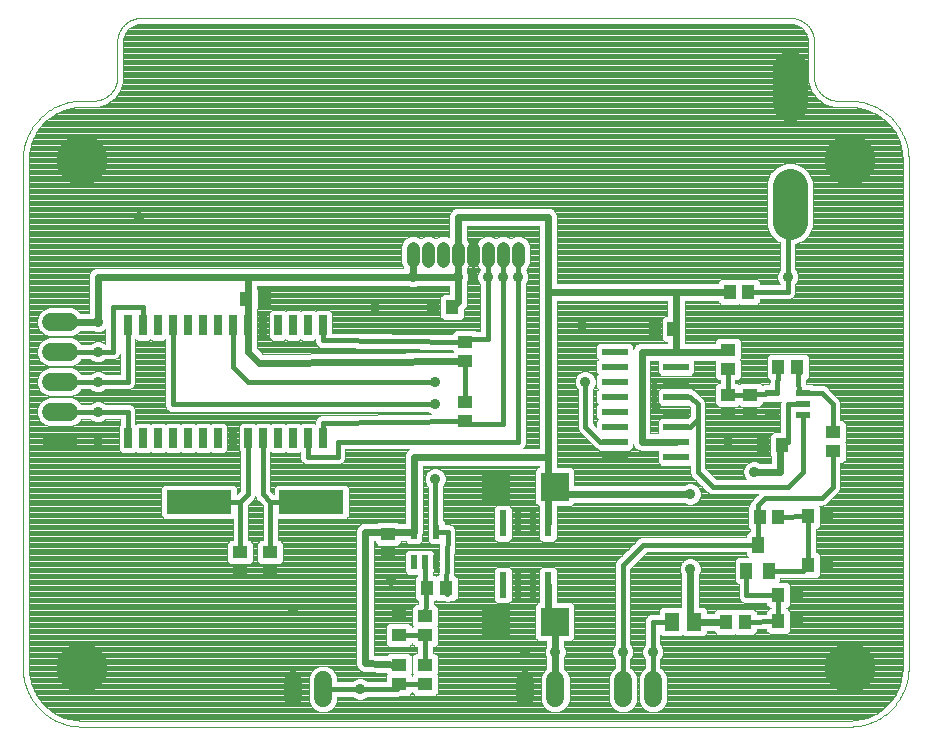
<source format=gtl>
G75*
%MOIN*%
%OFA0B0*%
%FSLAX25Y25*%
%IPPOS*%
%LPD*%
%AMOC8*
5,1,8,0,0,1.08239X$1,22.5*
%
%ADD10C,0.00394*%
%ADD11C,0.05937*%
%ADD12R,0.04331X0.05118*%
%ADD13R,0.03937X0.05512*%
%ADD14R,0.05118X0.06299*%
%ADD15R,0.04724X0.02165*%
%ADD16R,0.08661X0.02362*%
%ADD17R,0.02165X0.04724*%
%ADD18R,0.05118X0.04331*%
%ADD19C,0.04362*%
%ADD20C,0.11811*%
%ADD21R,0.02559X0.06693*%
%ADD22R,0.02362X0.08661*%
%ADD23R,0.09449X0.09449*%
%ADD24R,0.21654X0.07874*%
%ADD25C,0.02400*%
%ADD26C,0.01600*%
%ADD27C,0.03562*%
%ADD28C,0.00400*%
%ADD29C,0.16992*%
D10*
X0030185Y0010500D02*
X0286091Y0010500D01*
X0286567Y0010506D01*
X0287042Y0010523D01*
X0287517Y0010552D01*
X0287991Y0010592D01*
X0288464Y0010644D01*
X0288935Y0010707D01*
X0289405Y0010781D01*
X0289873Y0010867D01*
X0290339Y0010964D01*
X0290802Y0011072D01*
X0291262Y0011191D01*
X0291720Y0011322D01*
X0292174Y0011463D01*
X0292625Y0011616D01*
X0293071Y0011779D01*
X0293514Y0011953D01*
X0293952Y0012138D01*
X0294386Y0012333D01*
X0294815Y0012539D01*
X0295239Y0012755D01*
X0295658Y0012981D01*
X0296071Y0013217D01*
X0296478Y0013463D01*
X0296879Y0013719D01*
X0297273Y0013985D01*
X0297662Y0014260D01*
X0298043Y0014544D01*
X0298417Y0014837D01*
X0298785Y0015139D01*
X0299145Y0015451D01*
X0299497Y0015770D01*
X0299841Y0016098D01*
X0300178Y0016435D01*
X0300506Y0016779D01*
X0300825Y0017131D01*
X0301137Y0017491D01*
X0301439Y0017859D01*
X0301732Y0018233D01*
X0302016Y0018614D01*
X0302291Y0019003D01*
X0302557Y0019397D01*
X0302813Y0019798D01*
X0303059Y0020205D01*
X0303295Y0020618D01*
X0303521Y0021037D01*
X0303737Y0021461D01*
X0303943Y0021890D01*
X0304138Y0022324D01*
X0304323Y0022762D01*
X0304497Y0023205D01*
X0304660Y0023651D01*
X0304813Y0024102D01*
X0304954Y0024556D01*
X0305085Y0025014D01*
X0305204Y0025474D01*
X0305312Y0025937D01*
X0305409Y0026403D01*
X0305495Y0026871D01*
X0305569Y0027341D01*
X0305632Y0027812D01*
X0305684Y0028285D01*
X0305724Y0028759D01*
X0305753Y0029234D01*
X0305770Y0029709D01*
X0305776Y0030185D01*
X0305776Y0199476D01*
X0305770Y0199952D01*
X0305753Y0200427D01*
X0305724Y0200902D01*
X0305684Y0201376D01*
X0305632Y0201849D01*
X0305569Y0202320D01*
X0305495Y0202790D01*
X0305409Y0203258D01*
X0305312Y0203724D01*
X0305204Y0204187D01*
X0305085Y0204647D01*
X0304954Y0205105D01*
X0304813Y0205559D01*
X0304660Y0206010D01*
X0304497Y0206456D01*
X0304323Y0206899D01*
X0304138Y0207337D01*
X0303943Y0207771D01*
X0303737Y0208200D01*
X0303521Y0208624D01*
X0303295Y0209043D01*
X0303059Y0209456D01*
X0302813Y0209863D01*
X0302557Y0210264D01*
X0302291Y0210658D01*
X0302016Y0211047D01*
X0301732Y0211428D01*
X0301439Y0211802D01*
X0301137Y0212170D01*
X0300825Y0212530D01*
X0300506Y0212882D01*
X0300178Y0213226D01*
X0299841Y0213563D01*
X0299497Y0213891D01*
X0299145Y0214210D01*
X0298785Y0214522D01*
X0298417Y0214824D01*
X0298043Y0215117D01*
X0297662Y0215401D01*
X0297273Y0215676D01*
X0296879Y0215942D01*
X0296478Y0216198D01*
X0296071Y0216444D01*
X0295658Y0216680D01*
X0295239Y0216906D01*
X0294815Y0217122D01*
X0294386Y0217328D01*
X0293952Y0217523D01*
X0293514Y0217708D01*
X0293071Y0217882D01*
X0292625Y0218045D01*
X0292174Y0218198D01*
X0291720Y0218339D01*
X0291262Y0218470D01*
X0290802Y0218589D01*
X0290339Y0218697D01*
X0289873Y0218794D01*
X0289405Y0218880D01*
X0288935Y0218954D01*
X0288464Y0219017D01*
X0287991Y0219069D01*
X0287517Y0219109D01*
X0287042Y0219138D01*
X0286567Y0219155D01*
X0286091Y0219161D01*
X0282154Y0219161D01*
X0281964Y0219163D01*
X0281774Y0219170D01*
X0281584Y0219182D01*
X0281394Y0219198D01*
X0281205Y0219218D01*
X0281016Y0219244D01*
X0280828Y0219273D01*
X0280641Y0219308D01*
X0280455Y0219347D01*
X0280270Y0219390D01*
X0280085Y0219438D01*
X0279902Y0219490D01*
X0279721Y0219546D01*
X0279541Y0219607D01*
X0279362Y0219673D01*
X0279185Y0219742D01*
X0279009Y0219816D01*
X0278836Y0219894D01*
X0278664Y0219977D01*
X0278495Y0220063D01*
X0278327Y0220153D01*
X0278162Y0220248D01*
X0277999Y0220346D01*
X0277839Y0220449D01*
X0277681Y0220555D01*
X0277526Y0220665D01*
X0277373Y0220778D01*
X0277223Y0220896D01*
X0277077Y0221017D01*
X0276933Y0221141D01*
X0276792Y0221269D01*
X0276654Y0221400D01*
X0276519Y0221535D01*
X0276388Y0221673D01*
X0276260Y0221814D01*
X0276136Y0221958D01*
X0276015Y0222104D01*
X0275897Y0222254D01*
X0275784Y0222407D01*
X0275674Y0222562D01*
X0275568Y0222720D01*
X0275465Y0222880D01*
X0275367Y0223043D01*
X0275272Y0223208D01*
X0275182Y0223376D01*
X0275096Y0223545D01*
X0275013Y0223717D01*
X0274935Y0223890D01*
X0274861Y0224066D01*
X0274792Y0224243D01*
X0274726Y0224422D01*
X0274665Y0224602D01*
X0274609Y0224783D01*
X0274557Y0224966D01*
X0274509Y0225151D01*
X0274466Y0225336D01*
X0274427Y0225522D01*
X0274392Y0225709D01*
X0274363Y0225897D01*
X0274337Y0226086D01*
X0274317Y0226275D01*
X0274301Y0226465D01*
X0274289Y0226655D01*
X0274282Y0226845D01*
X0274280Y0227035D01*
X0274280Y0238846D01*
X0274278Y0239036D01*
X0274271Y0239226D01*
X0274259Y0239416D01*
X0274243Y0239606D01*
X0274223Y0239795D01*
X0274197Y0239984D01*
X0274168Y0240172D01*
X0274133Y0240359D01*
X0274094Y0240545D01*
X0274051Y0240730D01*
X0274003Y0240915D01*
X0273951Y0241098D01*
X0273895Y0241279D01*
X0273834Y0241459D01*
X0273768Y0241638D01*
X0273699Y0241815D01*
X0273625Y0241991D01*
X0273547Y0242164D01*
X0273464Y0242336D01*
X0273378Y0242505D01*
X0273288Y0242673D01*
X0273193Y0242838D01*
X0273095Y0243001D01*
X0272992Y0243161D01*
X0272886Y0243319D01*
X0272776Y0243474D01*
X0272663Y0243627D01*
X0272545Y0243777D01*
X0272424Y0243923D01*
X0272300Y0244067D01*
X0272172Y0244208D01*
X0272041Y0244346D01*
X0271906Y0244481D01*
X0271768Y0244612D01*
X0271627Y0244740D01*
X0271483Y0244864D01*
X0271337Y0244985D01*
X0271187Y0245103D01*
X0271034Y0245216D01*
X0270879Y0245326D01*
X0270721Y0245432D01*
X0270561Y0245535D01*
X0270398Y0245633D01*
X0270233Y0245728D01*
X0270065Y0245818D01*
X0269896Y0245904D01*
X0269724Y0245987D01*
X0269551Y0246065D01*
X0269375Y0246139D01*
X0269198Y0246208D01*
X0269019Y0246274D01*
X0268839Y0246335D01*
X0268658Y0246391D01*
X0268475Y0246443D01*
X0268290Y0246491D01*
X0268105Y0246534D01*
X0267919Y0246573D01*
X0267732Y0246608D01*
X0267544Y0246637D01*
X0267355Y0246663D01*
X0267166Y0246683D01*
X0266976Y0246699D01*
X0266786Y0246711D01*
X0266596Y0246718D01*
X0266406Y0246720D01*
X0049870Y0246720D01*
X0049680Y0246718D01*
X0049490Y0246711D01*
X0049300Y0246699D01*
X0049110Y0246683D01*
X0048921Y0246663D01*
X0048732Y0246637D01*
X0048544Y0246608D01*
X0048357Y0246573D01*
X0048171Y0246534D01*
X0047986Y0246491D01*
X0047801Y0246443D01*
X0047618Y0246391D01*
X0047437Y0246335D01*
X0047257Y0246274D01*
X0047078Y0246208D01*
X0046901Y0246139D01*
X0046725Y0246065D01*
X0046552Y0245987D01*
X0046380Y0245904D01*
X0046211Y0245818D01*
X0046043Y0245728D01*
X0045878Y0245633D01*
X0045715Y0245535D01*
X0045555Y0245432D01*
X0045397Y0245326D01*
X0045242Y0245216D01*
X0045089Y0245103D01*
X0044939Y0244985D01*
X0044793Y0244864D01*
X0044649Y0244740D01*
X0044508Y0244612D01*
X0044370Y0244481D01*
X0044235Y0244346D01*
X0044104Y0244208D01*
X0043976Y0244067D01*
X0043852Y0243923D01*
X0043731Y0243777D01*
X0043613Y0243627D01*
X0043500Y0243474D01*
X0043390Y0243319D01*
X0043284Y0243161D01*
X0043181Y0243001D01*
X0043083Y0242838D01*
X0042988Y0242673D01*
X0042898Y0242505D01*
X0042812Y0242336D01*
X0042729Y0242164D01*
X0042651Y0241991D01*
X0042577Y0241815D01*
X0042508Y0241638D01*
X0042442Y0241459D01*
X0042381Y0241279D01*
X0042325Y0241098D01*
X0042273Y0240915D01*
X0042225Y0240730D01*
X0042182Y0240545D01*
X0042143Y0240359D01*
X0042108Y0240172D01*
X0042079Y0239984D01*
X0042053Y0239795D01*
X0042033Y0239606D01*
X0042017Y0239416D01*
X0042005Y0239226D01*
X0041998Y0239036D01*
X0041996Y0238846D01*
X0041996Y0227035D01*
X0041994Y0226845D01*
X0041987Y0226655D01*
X0041975Y0226465D01*
X0041959Y0226275D01*
X0041939Y0226086D01*
X0041913Y0225897D01*
X0041884Y0225709D01*
X0041849Y0225522D01*
X0041810Y0225336D01*
X0041767Y0225151D01*
X0041719Y0224966D01*
X0041667Y0224783D01*
X0041611Y0224602D01*
X0041550Y0224422D01*
X0041484Y0224243D01*
X0041415Y0224066D01*
X0041341Y0223890D01*
X0041263Y0223717D01*
X0041180Y0223545D01*
X0041094Y0223376D01*
X0041004Y0223208D01*
X0040909Y0223043D01*
X0040811Y0222880D01*
X0040708Y0222720D01*
X0040602Y0222562D01*
X0040492Y0222407D01*
X0040379Y0222254D01*
X0040261Y0222104D01*
X0040140Y0221958D01*
X0040016Y0221814D01*
X0039888Y0221673D01*
X0039757Y0221535D01*
X0039622Y0221400D01*
X0039484Y0221269D01*
X0039343Y0221141D01*
X0039199Y0221017D01*
X0039053Y0220896D01*
X0038903Y0220778D01*
X0038750Y0220665D01*
X0038595Y0220555D01*
X0038437Y0220449D01*
X0038277Y0220346D01*
X0038114Y0220248D01*
X0037949Y0220153D01*
X0037781Y0220063D01*
X0037612Y0219977D01*
X0037440Y0219894D01*
X0037267Y0219816D01*
X0037091Y0219742D01*
X0036914Y0219673D01*
X0036735Y0219607D01*
X0036555Y0219546D01*
X0036374Y0219490D01*
X0036191Y0219438D01*
X0036006Y0219390D01*
X0035821Y0219347D01*
X0035635Y0219308D01*
X0035448Y0219273D01*
X0035260Y0219244D01*
X0035071Y0219218D01*
X0034882Y0219198D01*
X0034692Y0219182D01*
X0034502Y0219170D01*
X0034312Y0219163D01*
X0034122Y0219161D01*
X0030185Y0219161D01*
X0029709Y0219155D01*
X0029234Y0219138D01*
X0028759Y0219109D01*
X0028285Y0219069D01*
X0027812Y0219017D01*
X0027341Y0218954D01*
X0026871Y0218880D01*
X0026403Y0218794D01*
X0025937Y0218697D01*
X0025474Y0218589D01*
X0025014Y0218470D01*
X0024556Y0218339D01*
X0024102Y0218198D01*
X0023651Y0218045D01*
X0023205Y0217882D01*
X0022762Y0217708D01*
X0022324Y0217523D01*
X0021890Y0217328D01*
X0021461Y0217122D01*
X0021037Y0216906D01*
X0020618Y0216680D01*
X0020205Y0216444D01*
X0019798Y0216198D01*
X0019397Y0215942D01*
X0019003Y0215676D01*
X0018614Y0215401D01*
X0018233Y0215117D01*
X0017859Y0214824D01*
X0017491Y0214522D01*
X0017131Y0214210D01*
X0016779Y0213891D01*
X0016435Y0213563D01*
X0016098Y0213226D01*
X0015770Y0212882D01*
X0015451Y0212530D01*
X0015139Y0212170D01*
X0014837Y0211802D01*
X0014544Y0211428D01*
X0014260Y0211047D01*
X0013985Y0210658D01*
X0013719Y0210264D01*
X0013463Y0209863D01*
X0013217Y0209456D01*
X0012981Y0209043D01*
X0012755Y0208624D01*
X0012539Y0208200D01*
X0012333Y0207771D01*
X0012138Y0207337D01*
X0011953Y0206899D01*
X0011779Y0206456D01*
X0011616Y0206010D01*
X0011463Y0205559D01*
X0011322Y0205105D01*
X0011191Y0204647D01*
X0011072Y0204187D01*
X0010964Y0203724D01*
X0010867Y0203258D01*
X0010781Y0202790D01*
X0010707Y0202320D01*
X0010644Y0201849D01*
X0010592Y0201376D01*
X0010552Y0200902D01*
X0010523Y0200427D01*
X0010506Y0199952D01*
X0010500Y0199476D01*
X0010500Y0030185D01*
X0010506Y0029709D01*
X0010523Y0029234D01*
X0010552Y0028759D01*
X0010592Y0028285D01*
X0010644Y0027812D01*
X0010707Y0027341D01*
X0010781Y0026871D01*
X0010867Y0026403D01*
X0010964Y0025937D01*
X0011072Y0025474D01*
X0011191Y0025014D01*
X0011322Y0024556D01*
X0011463Y0024102D01*
X0011616Y0023651D01*
X0011779Y0023205D01*
X0011953Y0022762D01*
X0012138Y0022324D01*
X0012333Y0021890D01*
X0012539Y0021461D01*
X0012755Y0021037D01*
X0012981Y0020618D01*
X0013217Y0020205D01*
X0013463Y0019798D01*
X0013719Y0019397D01*
X0013985Y0019003D01*
X0014260Y0018614D01*
X0014544Y0018233D01*
X0014837Y0017859D01*
X0015139Y0017491D01*
X0015451Y0017131D01*
X0015770Y0016779D01*
X0016098Y0016435D01*
X0016435Y0016098D01*
X0016779Y0015770D01*
X0017131Y0015451D01*
X0017491Y0015139D01*
X0017859Y0014837D01*
X0018233Y0014544D01*
X0018614Y0014260D01*
X0019003Y0013985D01*
X0019397Y0013719D01*
X0019798Y0013463D01*
X0020205Y0013217D01*
X0020618Y0012981D01*
X0021037Y0012755D01*
X0021461Y0012539D01*
X0021890Y0012333D01*
X0022324Y0012138D01*
X0022762Y0011953D01*
X0023205Y0011779D01*
X0023651Y0011616D01*
X0024102Y0011463D01*
X0024556Y0011322D01*
X0025014Y0011191D01*
X0025474Y0011072D01*
X0025937Y0010964D01*
X0026403Y0010867D01*
X0026871Y0010781D01*
X0027341Y0010707D01*
X0027812Y0010644D01*
X0028285Y0010592D01*
X0028759Y0010552D01*
X0029234Y0010523D01*
X0029709Y0010506D01*
X0030185Y0010500D01*
D11*
X0100500Y0020031D02*
X0100500Y0025969D01*
X0110500Y0025969D02*
X0110500Y0020031D01*
X0178000Y0020031D02*
X0178000Y0025969D01*
X0188000Y0025969D02*
X0188000Y0020031D01*
X0210500Y0020031D02*
X0210500Y0025969D01*
X0220500Y0025969D02*
X0220500Y0020031D01*
X0025969Y0105500D02*
X0020031Y0105500D01*
X0020031Y0115500D02*
X0025969Y0115500D01*
X0025969Y0125500D02*
X0020031Y0125500D01*
X0020031Y0135500D02*
X0025969Y0135500D01*
X0025969Y0145500D02*
X0020031Y0145500D01*
D12*
X0084850Y0153000D03*
X0091150Y0153000D03*
X0147350Y0150500D03*
X0153650Y0150500D03*
X0221100Y0143000D03*
X0227400Y0143000D03*
X0246100Y0155500D03*
X0252400Y0155500D03*
X0262350Y0130500D03*
X0268650Y0130500D03*
X0263650Y0104250D03*
X0257350Y0104250D03*
X0256100Y0080500D03*
X0262400Y0080500D03*
X0272321Y0080559D03*
X0278620Y0080559D03*
X0278620Y0064309D03*
X0272321Y0064309D03*
X0268620Y0054309D03*
X0262321Y0054309D03*
X0262321Y0045559D03*
X0268620Y0045559D03*
X0251150Y0045500D03*
X0244850Y0045500D03*
X0151504Y0056642D03*
X0145205Y0056642D03*
D13*
X0251730Y0062478D03*
X0259211Y0062478D03*
X0255470Y0071140D03*
D14*
X0234240Y0045500D03*
X0226760Y0045500D03*
D15*
X0260382Y0114260D03*
X0260382Y0121740D03*
X0270618Y0121740D03*
X0270618Y0118000D03*
X0270618Y0114260D03*
D16*
X0228236Y0115500D03*
X0228236Y0110500D03*
X0228236Y0105500D03*
X0228236Y0100500D03*
X0207764Y0100500D03*
X0207764Y0105500D03*
X0207764Y0110500D03*
X0207764Y0115500D03*
X0207764Y0120500D03*
X0207764Y0125500D03*
X0207764Y0130500D03*
X0207764Y0135500D03*
X0228236Y0135500D03*
X0228236Y0130500D03*
X0228236Y0125500D03*
X0228236Y0120500D03*
D17*
X0148344Y0075510D03*
X0140864Y0075510D03*
X0140864Y0065274D03*
X0144604Y0065274D03*
X0148344Y0065274D03*
D18*
X0132104Y0068492D03*
X0132104Y0074791D03*
X0135854Y0047291D03*
X0135854Y0040992D03*
X0144604Y0040992D03*
X0144604Y0047291D03*
X0144604Y0031041D03*
X0144604Y0024742D03*
X0135854Y0024742D03*
X0135854Y0031041D03*
X0093000Y0062350D03*
X0093000Y0068650D03*
X0083000Y0068650D03*
X0083000Y0062350D03*
X0158000Y0112350D03*
X0158000Y0118650D03*
X0158000Y0132350D03*
X0158000Y0138650D03*
X0245500Y0136150D03*
X0245500Y0129850D03*
X0245500Y0121150D03*
X0245500Y0114850D03*
X0253000Y0114850D03*
X0253000Y0121150D03*
X0280500Y0108650D03*
X0280500Y0102350D03*
D19*
X0175638Y0165799D02*
X0175638Y0170161D01*
X0170638Y0170161D02*
X0170638Y0165799D01*
X0165638Y0165799D02*
X0165638Y0170161D01*
X0160638Y0170161D02*
X0160638Y0165799D01*
X0155638Y0165799D02*
X0155638Y0170161D01*
X0150638Y0170161D02*
X0150638Y0165799D01*
X0145638Y0165799D02*
X0145638Y0170161D01*
X0140638Y0170161D02*
X0140638Y0165799D01*
D20*
X0266209Y0178807D02*
X0266209Y0190618D01*
X0266209Y0218177D02*
X0266209Y0229988D01*
D21*
X0110500Y0144319D03*
X0105500Y0144319D03*
X0100500Y0144319D03*
X0095500Y0144319D03*
X0090500Y0144319D03*
X0085500Y0144319D03*
X0080500Y0144319D03*
X0075500Y0144319D03*
X0070500Y0144319D03*
X0065500Y0144319D03*
X0060500Y0144319D03*
X0055500Y0144319D03*
X0050500Y0144319D03*
X0045500Y0144319D03*
X0045500Y0106681D03*
X0050500Y0106681D03*
X0055500Y0106681D03*
X0060500Y0106681D03*
X0065500Y0106681D03*
X0070500Y0106681D03*
X0075500Y0106681D03*
X0080500Y0106681D03*
X0085500Y0106681D03*
X0090500Y0106681D03*
X0095500Y0106681D03*
X0100500Y0106681D03*
X0105500Y0106681D03*
X0110500Y0106681D03*
D22*
X0170500Y0078236D03*
X0175500Y0078236D03*
X0180500Y0078236D03*
X0185500Y0078236D03*
X0185500Y0057764D03*
X0180500Y0057764D03*
X0175500Y0057764D03*
X0170500Y0057764D03*
D23*
X0168157Y0045500D03*
X0187843Y0045500D03*
X0187843Y0090500D03*
X0168157Y0090500D03*
D24*
X0106701Y0085500D03*
X0069299Y0085500D03*
D25*
X0124604Y0075392D02*
X0124604Y0031632D01*
X0135854Y0031041D01*
X0185500Y0045500D02*
X0187843Y0045500D01*
X0188000Y0045500D01*
X0188000Y0035500D01*
X0188000Y0023000D01*
X0185500Y0045500D02*
X0185500Y0057764D01*
X0185500Y0078236D02*
X0185500Y0088000D01*
X0233000Y0088000D01*
X0228236Y0105500D02*
X0216750Y0105500D01*
X0216750Y0135500D01*
X0228236Y0135500D01*
X0244260Y0135500D01*
X0244320Y0135483D01*
X0244380Y0135471D01*
X0244442Y0135461D01*
X0244504Y0135456D01*
X0244566Y0135455D01*
X0244628Y0135458D01*
X0244690Y0135464D01*
X0244751Y0135475D01*
X0244812Y0135489D01*
X0244872Y0135507D01*
X0244930Y0135529D01*
X0244987Y0135554D01*
X0245042Y0135583D01*
X0245095Y0135615D01*
X0245146Y0135651D01*
X0245195Y0135689D01*
X0245241Y0135731D01*
X0245284Y0135775D01*
X0245325Y0135823D01*
X0245362Y0135872D01*
X0245397Y0135924D01*
X0245428Y0135978D01*
X0245455Y0136034D01*
X0245480Y0136091D01*
X0245500Y0136150D01*
X0228236Y0135500D02*
X0228236Y0143000D01*
X0228236Y0155500D01*
X0246100Y0155500D01*
X0228236Y0155500D02*
X0185500Y0155500D01*
X0185500Y0100500D01*
X0140864Y0100500D01*
X0140864Y0075510D01*
X0133482Y0075510D01*
X0133482Y0075392D01*
X0124604Y0075392D01*
X0185500Y0088000D02*
X0185500Y0090500D01*
X0187843Y0090500D01*
X0185500Y0090500D02*
X0185500Y0100500D01*
X0158000Y0132350D02*
X0089240Y0131760D01*
X0085500Y0135500D01*
X0085500Y0144319D01*
X0085500Y0153000D01*
X0085500Y0160500D01*
X0035500Y0160500D01*
X0035500Y0145500D01*
X0023000Y0145500D01*
X0084850Y0153000D02*
X0085500Y0153000D01*
X0085500Y0160500D02*
X0140638Y0160500D01*
X0140638Y0167980D01*
X0140638Y0160500D02*
X0155638Y0160500D01*
X0155638Y0151898D01*
X0153650Y0150500D01*
X0155638Y0160500D02*
X0155638Y0167980D01*
X0155638Y0180500D01*
X0185500Y0180500D01*
X0185500Y0155500D01*
X0227400Y0143000D02*
X0228236Y0143000D01*
X0263000Y0103010D02*
X0263000Y0095500D01*
X0254250Y0095500D01*
X0263000Y0103010D02*
X0262983Y0103070D01*
X0262971Y0103130D01*
X0262961Y0103192D01*
X0262956Y0103254D01*
X0262955Y0103316D01*
X0262958Y0103378D01*
X0262964Y0103440D01*
X0262975Y0103501D01*
X0262989Y0103562D01*
X0263007Y0103622D01*
X0263029Y0103680D01*
X0263054Y0103737D01*
X0263083Y0103792D01*
X0263115Y0103845D01*
X0263151Y0103896D01*
X0263189Y0103945D01*
X0263231Y0103991D01*
X0263275Y0104034D01*
X0263323Y0104075D01*
X0263372Y0104112D01*
X0263424Y0104147D01*
X0263478Y0104178D01*
X0263534Y0104205D01*
X0263591Y0104230D01*
X0263650Y0104250D01*
X0233000Y0063000D02*
X0233000Y0046740D01*
X0233002Y0046670D01*
X0233008Y0046601D01*
X0233018Y0046532D01*
X0233031Y0046464D01*
X0233048Y0046397D01*
X0233070Y0046330D01*
X0233094Y0046265D01*
X0233123Y0046202D01*
X0233155Y0046140D01*
X0233190Y0046080D01*
X0233229Y0046022D01*
X0233271Y0045967D01*
X0233315Y0045914D01*
X0233363Y0045863D01*
X0233414Y0045815D01*
X0233467Y0045771D01*
X0233522Y0045729D01*
X0233580Y0045690D01*
X0233640Y0045655D01*
X0233702Y0045623D01*
X0233765Y0045594D01*
X0233830Y0045570D01*
X0233897Y0045548D01*
X0233964Y0045531D01*
X0234032Y0045518D01*
X0234101Y0045508D01*
X0234170Y0045502D01*
X0234240Y0045500D01*
X0244850Y0045500D01*
X0245470Y0045559D01*
D26*
X0251150Y0045500D02*
X0262321Y0045559D01*
X0262321Y0054309D01*
X0251730Y0054309D01*
X0251730Y0062478D01*
X0259211Y0062478D02*
X0270480Y0062478D01*
X0272321Y0064309D01*
X0272321Y0080559D01*
X0262400Y0080500D01*
X0256100Y0080500D02*
X0255500Y0080510D01*
X0255500Y0084250D01*
X0258000Y0086750D01*
X0276750Y0086750D01*
X0280500Y0090500D01*
X0280500Y0102350D01*
X0280500Y0108650D02*
X0280500Y0118000D01*
X0276760Y0121740D01*
X0270618Y0121740D01*
X0269240Y0121740D01*
X0268650Y0130500D01*
X0269713Y0128650D01*
X0262350Y0130500D02*
X0261760Y0121740D01*
X0260382Y0121740D01*
X0253000Y0121150D01*
X0245500Y0121150D01*
X0245500Y0129850D01*
X0235500Y0118000D02*
X0233000Y0120500D01*
X0228236Y0120500D01*
X0228236Y0115500D02*
X0220844Y0116150D01*
X0220844Y0126150D01*
X0227094Y0126150D01*
X0235500Y0118000D02*
X0235500Y0113000D01*
X0235500Y0095500D01*
X0240500Y0090500D01*
X0265500Y0090500D01*
X0270500Y0095500D01*
X0270500Y0114142D01*
X0270618Y0114260D01*
X0270618Y0118000D02*
X0265500Y0118000D01*
X0265500Y0105510D01*
X0263650Y0104250D01*
X0235500Y0113000D02*
X0233000Y0110500D01*
X0228236Y0110500D01*
X0207764Y0105500D02*
X0203000Y0105500D01*
X0198000Y0110500D01*
X0198000Y0125500D01*
X0175638Y0105500D02*
X0115500Y0105500D01*
X0115500Y0100500D01*
X0105500Y0100500D01*
X0105500Y0106681D01*
X0110500Y0106681D02*
X0110500Y0111760D01*
X0158000Y0112350D01*
X0158000Y0111228D01*
X0170638Y0111228D01*
X0170638Y0167980D01*
X0175638Y0167980D02*
X0175638Y0105500D01*
X0158000Y0118650D02*
X0158000Y0132350D01*
X0158000Y0138650D02*
X0110500Y0139240D01*
X0110500Y0144319D01*
X0085500Y0125500D02*
X0080500Y0130500D01*
X0080500Y0144319D01*
X0060500Y0144319D02*
X0060500Y0118000D01*
X0148000Y0118000D01*
X0148000Y0125500D02*
X0085500Y0125500D01*
X0085500Y0106681D02*
X0085500Y0088000D01*
X0083000Y0085500D01*
X0083000Y0068650D01*
X0093000Y0068650D02*
X0093000Y0085500D01*
X0106701Y0085500D01*
X0093000Y0085500D02*
X0090500Y0088000D01*
X0090500Y0106681D01*
X0083000Y0085500D02*
X0069299Y0085500D01*
X0045500Y0106681D02*
X0045500Y0115500D01*
X0035500Y0115500D01*
X0023000Y0115500D01*
X0023000Y0125500D02*
X0035500Y0125500D01*
X0045500Y0125500D01*
X0045500Y0144319D01*
X0050500Y0144319D02*
X0050500Y0150500D01*
X0040500Y0150500D01*
X0040500Y0135500D01*
X0035500Y0135500D01*
X0023000Y0135500D01*
X0132104Y0074791D02*
X0133482Y0075510D01*
X0144604Y0065274D02*
X0144604Y0056652D01*
X0145205Y0056642D01*
X0144614Y0047882D01*
X0144604Y0047291D01*
X0144604Y0040992D02*
X0135854Y0040992D01*
X0144604Y0040992D02*
X0144604Y0031041D01*
X0144604Y0024742D02*
X0135854Y0024742D01*
X0135554Y0024152D01*
X0135854Y0024742D02*
X0135867Y0024669D01*
X0135877Y0024594D01*
X0135882Y0024520D01*
X0135884Y0024445D01*
X0135882Y0024370D01*
X0135876Y0024296D01*
X0135867Y0024221D01*
X0135853Y0024148D01*
X0135836Y0024075D01*
X0135816Y0024003D01*
X0135791Y0023932D01*
X0135764Y0023863D01*
X0135732Y0023795D01*
X0135697Y0023728D01*
X0135659Y0023664D01*
X0135618Y0023602D01*
X0135574Y0023541D01*
X0135526Y0023483D01*
X0135476Y0023428D01*
X0135423Y0023375D01*
X0135368Y0023325D01*
X0135309Y0023278D01*
X0135249Y0023234D01*
X0135187Y0023192D01*
X0135122Y0023155D01*
X0135056Y0023120D01*
X0134988Y0023089D01*
X0134918Y0023061D01*
X0134847Y0023037D01*
X0134775Y0023017D01*
X0134702Y0023000D01*
X0134703Y0023000D02*
X0123000Y0023000D01*
X0110500Y0023000D01*
X0151854Y0054642D02*
X0151504Y0056642D01*
X0152094Y0075510D01*
X0148344Y0075510D01*
X0148000Y0075510D01*
X0148000Y0093000D01*
X0158000Y0138650D02*
X0158000Y0139772D01*
X0165638Y0139772D01*
X0165638Y0167980D01*
X0252400Y0155500D02*
X0265500Y0155500D01*
X0265500Y0160500D01*
X0265500Y0184250D01*
X0255470Y0080559D02*
X0256100Y0080500D01*
X0255470Y0080559D02*
X0255470Y0071140D01*
X0217390Y0071140D01*
X0210500Y0064250D01*
X0210500Y0035500D01*
X0210500Y0023000D01*
X0220500Y0023000D02*
X0220500Y0035500D01*
X0220500Y0045500D01*
X0226760Y0045500D01*
D27*
X0220500Y0035500D03*
X0210500Y0035500D03*
X0188000Y0035500D03*
X0178000Y0035500D03*
X0133354Y0059142D03*
X0100500Y0049250D03*
X0123000Y0023000D03*
X0148000Y0093000D03*
X0148000Y0118000D03*
X0148000Y0125500D03*
X0128000Y0150500D03*
X0140500Y0160500D03*
X0155500Y0160500D03*
X0160500Y0160500D03*
X0165500Y0160500D03*
X0170500Y0160500D03*
X0175500Y0160500D03*
X0196750Y0144250D03*
X0198000Y0125500D03*
X0233000Y0088000D03*
X0245500Y0105500D03*
X0254250Y0095500D03*
X0233000Y0063000D03*
X0265500Y0160500D03*
X0049250Y0180500D03*
X0035500Y0145500D03*
X0035500Y0135500D03*
X0035500Y0125500D03*
X0035500Y0115500D03*
X0035500Y0105500D03*
D28*
X0017660Y0017660D02*
X0020761Y0015187D01*
X0024335Y0013466D01*
X0028202Y0012583D01*
X0030185Y0012472D01*
X0286091Y0012472D01*
X0288074Y0012583D01*
X0291941Y0013466D01*
X0295515Y0015187D01*
X0298616Y0017660D01*
X0301089Y0020761D01*
X0302810Y0024335D01*
X0303693Y0028202D01*
X0303804Y0030185D01*
X0303804Y0199476D01*
X0303693Y0201460D01*
X0302810Y0205327D01*
X0301089Y0208900D01*
X0298616Y0212002D01*
X0295515Y0214475D01*
X0291941Y0216196D01*
X0288074Y0217078D01*
X0286091Y0217190D01*
X0280594Y0217190D01*
X0277628Y0218154D01*
X0277628Y0218154D01*
X0275105Y0219987D01*
X0275105Y0219987D01*
X0273272Y0222510D01*
X0273272Y0222510D01*
X0272308Y0225476D01*
X0272308Y0238846D01*
X0272235Y0239770D01*
X0271665Y0241526D01*
X0270579Y0243020D01*
X0269085Y0244105D01*
X0267329Y0244676D01*
X0266406Y0244749D01*
X0049870Y0244749D01*
X0048947Y0244676D01*
X0047190Y0244105D01*
X0045696Y0243020D01*
X0044611Y0241526D01*
X0044040Y0239770D01*
X0043968Y0238846D01*
X0043968Y0225476D01*
X0043004Y0222510D01*
X0043004Y0222510D01*
X0041171Y0219987D01*
X0041171Y0219987D01*
X0041171Y0219987D01*
X0038648Y0218154D01*
X0038648Y0218154D01*
X0035681Y0217190D01*
X0030185Y0217190D01*
X0028202Y0217078D01*
X0024335Y0216196D01*
X0020761Y0214475D01*
X0017660Y0212002D01*
X0015187Y0208900D01*
X0013466Y0205327D01*
X0012583Y0201460D01*
X0012472Y0199476D01*
X0012472Y0030185D01*
X0012583Y0028202D01*
X0013466Y0024335D01*
X0015187Y0020761D01*
X0017660Y0017660D01*
X0017649Y0017673D02*
X0106343Y0017673D01*
X0106479Y0017345D02*
X0105757Y0019088D01*
X0105757Y0026912D01*
X0106479Y0028655D01*
X0107813Y0029990D01*
X0109556Y0030712D01*
X0111444Y0030712D01*
X0113187Y0029990D01*
X0114521Y0028655D01*
X0115243Y0026912D01*
X0115243Y0025575D01*
X0120546Y0025575D01*
X0120986Y0026015D01*
X0122293Y0026556D01*
X0123707Y0026556D01*
X0125014Y0026015D01*
X0125454Y0025575D01*
X0131520Y0025575D01*
X0131520Y0027643D01*
X0131770Y0027892D01*
X0131520Y0028141D01*
X0131520Y0028290D01*
X0124526Y0028657D01*
X0124013Y0028657D01*
X0123938Y0028688D01*
X0123857Y0028692D01*
X0123394Y0028913D01*
X0122919Y0029110D01*
X0122862Y0029167D01*
X0122789Y0029202D01*
X0122446Y0029583D01*
X0122082Y0029947D01*
X0122052Y0030021D01*
X0121998Y0030081D01*
X0121826Y0030565D01*
X0121630Y0031040D01*
X0121630Y0031121D01*
X0121603Y0031197D01*
X0121630Y0031710D01*
X0121630Y0075983D01*
X0122082Y0077077D01*
X0122919Y0077914D01*
X0124013Y0078367D01*
X0128445Y0078367D01*
X0128810Y0078731D01*
X0135399Y0078731D01*
X0135645Y0078485D01*
X0137889Y0078485D01*
X0137889Y0101092D01*
X0138342Y0102185D01*
X0139082Y0102925D01*
X0118075Y0102925D01*
X0118075Y0099988D01*
X0117683Y0099041D01*
X0116959Y0098317D01*
X0116012Y0097925D01*
X0104988Y0097925D01*
X0104041Y0098317D01*
X0103317Y0099041D01*
X0102925Y0099988D01*
X0102925Y0101970D01*
X0102515Y0101560D01*
X0098485Y0101560D01*
X0098000Y0102045D01*
X0097515Y0101560D01*
X0093485Y0101560D01*
X0093075Y0101970D01*
X0093075Y0089067D01*
X0094067Y0088075D01*
X0094099Y0088075D01*
X0094099Y0090172D01*
X0095139Y0091212D01*
X0118263Y0091212D01*
X0119302Y0090172D01*
X0119302Y0080828D01*
X0118263Y0079788D01*
X0095575Y0079788D01*
X0095575Y0072590D01*
X0096294Y0072590D01*
X0097334Y0071550D01*
X0097334Y0065749D01*
X0096294Y0064709D01*
X0089706Y0064709D01*
X0088666Y0065749D01*
X0088666Y0071550D01*
X0089706Y0072590D01*
X0090425Y0072590D01*
X0090425Y0084433D01*
X0088317Y0086541D01*
X0088000Y0087307D01*
X0087683Y0086541D01*
X0085575Y0084433D01*
X0085575Y0072590D01*
X0086294Y0072590D01*
X0087334Y0071550D01*
X0087334Y0065749D01*
X0086294Y0064709D01*
X0079706Y0064709D01*
X0078666Y0065749D01*
X0078666Y0071550D01*
X0079706Y0072590D01*
X0080425Y0072590D01*
X0080425Y0079788D01*
X0057737Y0079788D01*
X0056698Y0080828D01*
X0056698Y0090172D01*
X0057737Y0091212D01*
X0080861Y0091212D01*
X0081901Y0090172D01*
X0081901Y0088075D01*
X0081933Y0088075D01*
X0082925Y0089067D01*
X0082925Y0102120D01*
X0082446Y0102599D01*
X0082446Y0110763D01*
X0083485Y0111802D01*
X0087515Y0111802D01*
X0088000Y0111317D01*
X0088485Y0111802D01*
X0092515Y0111802D01*
X0093000Y0111317D01*
X0093485Y0111802D01*
X0097515Y0111802D01*
X0098000Y0111317D01*
X0098485Y0111802D01*
X0102515Y0111802D01*
X0103000Y0111317D01*
X0103485Y0111802D01*
X0107515Y0111802D01*
X0107925Y0111392D01*
X0107925Y0111744D01*
X0107919Y0112240D01*
X0107925Y0112255D01*
X0107925Y0112272D01*
X0108115Y0112731D01*
X0108299Y0113191D01*
X0108311Y0113203D01*
X0108317Y0113218D01*
X0108668Y0113569D01*
X0109014Y0113924D01*
X0109030Y0113931D01*
X0109041Y0113943D01*
X0109500Y0114132D01*
X0109956Y0114328D01*
X0109972Y0114328D01*
X0109988Y0114335D01*
X0110484Y0114335D01*
X0146477Y0114782D01*
X0145986Y0114985D01*
X0145546Y0115425D01*
X0059988Y0115425D01*
X0059041Y0115817D01*
X0058317Y0116541D01*
X0057925Y0117488D01*
X0057925Y0139608D01*
X0057515Y0139198D01*
X0053485Y0139198D01*
X0053000Y0139683D01*
X0052515Y0139198D01*
X0048485Y0139198D01*
X0048075Y0139608D01*
X0048075Y0124988D01*
X0047683Y0124041D01*
X0046959Y0123317D01*
X0046012Y0122925D01*
X0037954Y0122925D01*
X0037514Y0122485D01*
X0036207Y0121944D01*
X0034793Y0121944D01*
X0033486Y0122485D01*
X0033046Y0122925D01*
X0030036Y0122925D01*
X0029990Y0122813D01*
X0028655Y0121479D01*
X0026912Y0120757D01*
X0019088Y0120757D01*
X0017345Y0121479D01*
X0016010Y0122813D01*
X0015288Y0124556D01*
X0015288Y0126444D01*
X0016010Y0128187D01*
X0017345Y0129521D01*
X0019088Y0130243D01*
X0026912Y0130243D01*
X0028655Y0129521D01*
X0029990Y0128187D01*
X0030036Y0128075D01*
X0033046Y0128075D01*
X0033486Y0128515D01*
X0034793Y0129056D01*
X0036207Y0129056D01*
X0037514Y0128515D01*
X0037954Y0128075D01*
X0042925Y0128075D01*
X0042925Y0134627D01*
X0042683Y0134041D01*
X0041959Y0133317D01*
X0041012Y0132925D01*
X0037954Y0132925D01*
X0037514Y0132485D01*
X0036207Y0131944D01*
X0034793Y0131944D01*
X0033486Y0132485D01*
X0033046Y0132925D01*
X0030036Y0132925D01*
X0029990Y0132813D01*
X0028655Y0131479D01*
X0026912Y0130757D01*
X0019088Y0130757D01*
X0017345Y0131479D01*
X0016010Y0132813D01*
X0015288Y0134556D01*
X0015288Y0136444D01*
X0016010Y0138187D01*
X0017345Y0139521D01*
X0019088Y0140243D01*
X0026912Y0140243D01*
X0028655Y0139521D01*
X0029990Y0138187D01*
X0030036Y0138075D01*
X0033046Y0138075D01*
X0033486Y0138515D01*
X0034793Y0139056D01*
X0036207Y0139056D01*
X0037514Y0138515D01*
X0037925Y0138104D01*
X0037925Y0142896D01*
X0037514Y0142485D01*
X0036207Y0141944D01*
X0034793Y0141944D01*
X0033486Y0142485D01*
X0033446Y0142525D01*
X0029702Y0142525D01*
X0028655Y0141479D01*
X0026912Y0140757D01*
X0019088Y0140757D01*
X0017345Y0141479D01*
X0016010Y0142813D01*
X0015288Y0144556D01*
X0015288Y0146444D01*
X0016010Y0148187D01*
X0017345Y0149521D01*
X0019088Y0150243D01*
X0026912Y0150243D01*
X0028655Y0149521D01*
X0029702Y0148475D01*
X0032525Y0148475D01*
X0032525Y0161092D01*
X0032978Y0162185D01*
X0033815Y0163022D01*
X0034908Y0163475D01*
X0137368Y0163475D01*
X0137284Y0163558D01*
X0136682Y0165012D01*
X0136682Y0170948D01*
X0137284Y0172402D01*
X0138397Y0173515D01*
X0139851Y0174117D01*
X0141425Y0174117D01*
X0142879Y0173515D01*
X0143138Y0173256D01*
X0143397Y0173515D01*
X0144851Y0174117D01*
X0146425Y0174117D01*
X0147879Y0173515D01*
X0148138Y0173256D01*
X0148397Y0173515D01*
X0149851Y0174117D01*
X0151425Y0174117D01*
X0152663Y0173604D01*
X0152663Y0181092D01*
X0153116Y0182185D01*
X0153953Y0183022D01*
X0155046Y0183475D01*
X0186092Y0183475D01*
X0187185Y0183022D01*
X0188022Y0182185D01*
X0188475Y0181092D01*
X0188475Y0158475D01*
X0242160Y0158475D01*
X0242160Y0158794D01*
X0243200Y0159834D01*
X0249001Y0159834D01*
X0249250Y0159585D01*
X0249499Y0159834D01*
X0255300Y0159834D01*
X0256340Y0158794D01*
X0256340Y0158075D01*
X0262896Y0158075D01*
X0262485Y0158486D01*
X0261944Y0159793D01*
X0261944Y0161207D01*
X0262485Y0162514D01*
X0262925Y0162954D01*
X0262925Y0171854D01*
X0261858Y0172296D01*
X0259698Y0174457D01*
X0258528Y0177279D01*
X0258528Y0192146D01*
X0259698Y0194969D01*
X0261858Y0197129D01*
X0264681Y0198298D01*
X0267736Y0198298D01*
X0270559Y0197129D01*
X0272720Y0194969D01*
X0273889Y0192146D01*
X0273889Y0177279D01*
X0272720Y0174457D01*
X0270559Y0172296D01*
X0268075Y0171267D01*
X0268075Y0162954D01*
X0268515Y0162514D01*
X0269056Y0161207D01*
X0269056Y0159793D01*
X0268515Y0158486D01*
X0268075Y0158046D01*
X0268075Y0154988D01*
X0267683Y0154041D01*
X0266959Y0153317D01*
X0266012Y0152925D01*
X0256340Y0152925D01*
X0256340Y0152206D01*
X0255300Y0151166D01*
X0249499Y0151166D01*
X0249250Y0151415D01*
X0249001Y0151166D01*
X0243200Y0151166D01*
X0242160Y0152206D01*
X0242160Y0152525D01*
X0231211Y0152525D01*
X0231211Y0146423D01*
X0231340Y0146294D01*
X0231340Y0139706D01*
X0231211Y0139577D01*
X0231211Y0138475D01*
X0241166Y0138475D01*
X0241166Y0139050D01*
X0242206Y0140090D01*
X0248794Y0140090D01*
X0249834Y0139050D01*
X0249834Y0133249D01*
X0249585Y0133000D01*
X0249834Y0132751D01*
X0249834Y0126950D01*
X0248794Y0125910D01*
X0248075Y0125910D01*
X0248075Y0125090D01*
X0248794Y0125090D01*
X0249250Y0124634D01*
X0249706Y0125090D01*
X0256294Y0125090D01*
X0257035Y0124349D01*
X0257285Y0124598D01*
X0259372Y0124598D01*
X0259478Y0126166D01*
X0259450Y0126166D01*
X0258410Y0127206D01*
X0258410Y0133794D01*
X0259450Y0134834D01*
X0265251Y0134834D01*
X0265500Y0134585D01*
X0265749Y0134834D01*
X0271550Y0134834D01*
X0272590Y0133794D01*
X0272590Y0127206D01*
X0271550Y0126166D01*
X0271522Y0126166D01*
X0271628Y0124598D01*
X0273715Y0124598D01*
X0273998Y0124315D01*
X0277272Y0124315D01*
X0278218Y0123923D01*
X0281959Y0120183D01*
X0282683Y0119459D01*
X0283075Y0118512D01*
X0283075Y0112590D01*
X0283794Y0112590D01*
X0284834Y0111550D01*
X0284834Y0105749D01*
X0284585Y0105500D01*
X0284834Y0105251D01*
X0284834Y0099450D01*
X0283794Y0098410D01*
X0283075Y0098410D01*
X0283075Y0089988D01*
X0282683Y0089041D01*
X0278933Y0085291D01*
X0278209Y0084567D01*
X0277262Y0084175D01*
X0275939Y0084175D01*
X0276261Y0083853D01*
X0276261Y0077265D01*
X0275221Y0076225D01*
X0274896Y0076225D01*
X0274896Y0068643D01*
X0275221Y0068643D01*
X0276261Y0067603D01*
X0276261Y0061015D01*
X0275221Y0059975D01*
X0271165Y0059975D01*
X0270992Y0059904D01*
X0270989Y0059904D01*
X0270986Y0059902D01*
X0270476Y0059904D01*
X0262954Y0059904D01*
X0262954Y0058987D01*
X0262610Y0058643D01*
X0265221Y0058643D01*
X0266261Y0057603D01*
X0266261Y0051015D01*
X0265221Y0049975D01*
X0264896Y0049975D01*
X0264896Y0049893D01*
X0265221Y0049893D01*
X0266261Y0048853D01*
X0266261Y0042265D01*
X0265221Y0041225D01*
X0259420Y0041225D01*
X0258381Y0042265D01*
X0258381Y0042963D01*
X0255090Y0042946D01*
X0255090Y0042206D01*
X0254050Y0041166D01*
X0248249Y0041166D01*
X0248000Y0041415D01*
X0247751Y0041166D01*
X0241950Y0041166D01*
X0240910Y0042206D01*
X0240910Y0042525D01*
X0238574Y0042525D01*
X0238574Y0041615D01*
X0237534Y0040576D01*
X0230946Y0040576D01*
X0230500Y0041022D01*
X0230054Y0040576D01*
X0223466Y0040576D01*
X0223075Y0040966D01*
X0223075Y0037954D01*
X0223515Y0037514D01*
X0224056Y0036207D01*
X0224056Y0034793D01*
X0223515Y0033486D01*
X0223075Y0033046D01*
X0223075Y0030036D01*
X0223187Y0029990D01*
X0224521Y0028655D01*
X0225243Y0026912D01*
X0225243Y0019088D01*
X0224521Y0017345D01*
X0223187Y0016010D01*
X0221444Y0015288D01*
X0219556Y0015288D01*
X0217813Y0016010D01*
X0216479Y0017345D01*
X0215757Y0019088D01*
X0215757Y0026912D01*
X0216479Y0028655D01*
X0217813Y0029990D01*
X0217925Y0030036D01*
X0217925Y0033046D01*
X0217485Y0033486D01*
X0216944Y0034793D01*
X0216944Y0036207D01*
X0217485Y0037514D01*
X0217925Y0037954D01*
X0217925Y0046012D01*
X0218317Y0046959D01*
X0219041Y0047683D01*
X0219988Y0048075D01*
X0222426Y0048075D01*
X0222426Y0049385D01*
X0223466Y0050424D01*
X0230025Y0050424D01*
X0230025Y0060946D01*
X0229985Y0060986D01*
X0229444Y0062293D01*
X0229444Y0063707D01*
X0229985Y0065014D01*
X0230986Y0066015D01*
X0232293Y0066556D01*
X0233707Y0066556D01*
X0235014Y0066015D01*
X0236015Y0065014D01*
X0236556Y0063707D01*
X0236556Y0062293D01*
X0236015Y0060986D01*
X0235975Y0060946D01*
X0235975Y0050424D01*
X0237534Y0050424D01*
X0238574Y0049385D01*
X0238574Y0048475D01*
X0240910Y0048475D01*
X0240910Y0048794D01*
X0241950Y0049834D01*
X0247751Y0049834D01*
X0248000Y0049585D01*
X0248249Y0049834D01*
X0254050Y0049834D01*
X0255090Y0048794D01*
X0255090Y0048096D01*
X0258381Y0048113D01*
X0258381Y0048853D01*
X0259420Y0049893D01*
X0259746Y0049893D01*
X0259746Y0049975D01*
X0259420Y0049975D01*
X0258381Y0051015D01*
X0258381Y0051734D01*
X0251218Y0051734D01*
X0250272Y0052126D01*
X0249548Y0052851D01*
X0249156Y0053797D01*
X0249156Y0057948D01*
X0249027Y0057948D01*
X0247987Y0058987D01*
X0247987Y0065969D01*
X0249027Y0067009D01*
X0252367Y0067009D01*
X0251727Y0067649D01*
X0251727Y0068565D01*
X0218456Y0068565D01*
X0213075Y0063183D01*
X0213075Y0037954D01*
X0213515Y0037514D01*
X0214056Y0036207D01*
X0214056Y0034793D01*
X0213515Y0033486D01*
X0213075Y0033046D01*
X0213075Y0030036D01*
X0213187Y0029990D01*
X0214521Y0028655D01*
X0215243Y0026912D01*
X0215243Y0019088D01*
X0214521Y0017345D01*
X0213187Y0016010D01*
X0211444Y0015288D01*
X0209556Y0015288D01*
X0207813Y0016010D01*
X0206479Y0017345D01*
X0205757Y0019088D01*
X0205757Y0026912D01*
X0206479Y0028655D01*
X0207813Y0029990D01*
X0207925Y0030036D01*
X0207925Y0033046D01*
X0207485Y0033486D01*
X0206944Y0034793D01*
X0206944Y0036207D01*
X0207485Y0037514D01*
X0207925Y0037954D01*
X0207925Y0064762D01*
X0208317Y0065709D01*
X0209041Y0066433D01*
X0215931Y0073323D01*
X0216878Y0073715D01*
X0251727Y0073715D01*
X0251727Y0074631D01*
X0252767Y0075670D01*
X0252896Y0075670D01*
X0252896Y0076470D01*
X0252160Y0077206D01*
X0252160Y0083794D01*
X0252925Y0084559D01*
X0252925Y0084762D01*
X0253317Y0085709D01*
X0254041Y0086433D01*
X0255534Y0087925D01*
X0239988Y0087925D01*
X0239041Y0088317D01*
X0238317Y0089041D01*
X0233317Y0094041D01*
X0232925Y0094988D01*
X0232925Y0097544D01*
X0223170Y0097544D01*
X0222131Y0098584D01*
X0222131Y0102416D01*
X0222240Y0102525D01*
X0216158Y0102525D01*
X0215065Y0102978D01*
X0214228Y0103815D01*
X0213869Y0104681D01*
X0213869Y0103584D01*
X0212830Y0102544D01*
X0202698Y0102544D01*
X0202196Y0103046D01*
X0201541Y0103317D01*
X0196541Y0108317D01*
X0195817Y0109041D01*
X0195425Y0109988D01*
X0195425Y0123046D01*
X0194985Y0123486D01*
X0194444Y0124793D01*
X0194444Y0126207D01*
X0194985Y0127514D01*
X0195986Y0128515D01*
X0197293Y0129056D01*
X0198707Y0129056D01*
X0200014Y0128515D01*
X0201015Y0127514D01*
X0201556Y0126207D01*
X0201556Y0124793D01*
X0201015Y0123486D01*
X0200575Y0123046D01*
X0200575Y0111567D01*
X0201658Y0110483D01*
X0201658Y0112416D01*
X0202242Y0113000D01*
X0201658Y0113584D01*
X0201658Y0117416D01*
X0202242Y0118000D01*
X0201658Y0118584D01*
X0201658Y0122416D01*
X0202242Y0123000D01*
X0201658Y0123584D01*
X0201658Y0127416D01*
X0202242Y0128000D01*
X0201658Y0128584D01*
X0201658Y0132416D01*
X0202242Y0133000D01*
X0201658Y0133584D01*
X0201658Y0137416D01*
X0202698Y0138456D01*
X0212830Y0138456D01*
X0213869Y0137416D01*
X0213869Y0136319D01*
X0214228Y0137185D01*
X0215065Y0138022D01*
X0216158Y0138475D01*
X0225261Y0138475D01*
X0225261Y0138666D01*
X0224499Y0138666D01*
X0223459Y0139706D01*
X0223459Y0146294D01*
X0224499Y0147334D01*
X0225261Y0147334D01*
X0225261Y0152525D01*
X0188475Y0152525D01*
X0188475Y0096999D01*
X0193302Y0096999D01*
X0194342Y0095960D01*
X0194342Y0090975D01*
X0230946Y0090975D01*
X0230986Y0091015D01*
X0232293Y0091556D01*
X0233707Y0091556D01*
X0235014Y0091015D01*
X0236015Y0090014D01*
X0236556Y0088707D01*
X0236556Y0087293D01*
X0236015Y0085986D01*
X0235014Y0084985D01*
X0233707Y0084444D01*
X0232293Y0084444D01*
X0230986Y0084985D01*
X0230946Y0085025D01*
X0194326Y0085025D01*
X0193302Y0084001D01*
X0188475Y0084001D01*
X0188475Y0077644D01*
X0188456Y0077599D01*
X0188456Y0073170D01*
X0187416Y0072131D01*
X0183584Y0072131D01*
X0182544Y0073170D01*
X0182544Y0077599D01*
X0182525Y0077644D01*
X0182525Y0084001D01*
X0182383Y0084001D01*
X0181343Y0085040D01*
X0181343Y0095960D01*
X0182383Y0096999D01*
X0182525Y0096999D01*
X0182525Y0097525D01*
X0143839Y0097525D01*
X0143839Y0074918D01*
X0143722Y0074635D01*
X0143722Y0072412D01*
X0142682Y0071373D01*
X0139046Y0071373D01*
X0138007Y0072412D01*
X0138007Y0072535D01*
X0136438Y0072535D01*
X0136438Y0071891D01*
X0135399Y0070851D01*
X0128810Y0070851D01*
X0127770Y0071891D01*
X0127770Y0072417D01*
X0127579Y0072417D01*
X0127579Y0034455D01*
X0131811Y0034232D01*
X0132560Y0034981D01*
X0139149Y0034981D01*
X0140188Y0033942D01*
X0140188Y0028141D01*
X0139939Y0027892D01*
X0140188Y0027643D01*
X0140188Y0027317D01*
X0140270Y0027317D01*
X0140270Y0027643D01*
X0140520Y0027892D01*
X0140270Y0028141D01*
X0140270Y0033942D01*
X0141310Y0034981D01*
X0142030Y0034981D01*
X0142030Y0037052D01*
X0141310Y0037052D01*
X0140270Y0038092D01*
X0140270Y0038417D01*
X0140188Y0038417D01*
X0140188Y0038092D01*
X0139149Y0037052D01*
X0132560Y0037052D01*
X0131520Y0038092D01*
X0131520Y0043893D01*
X0132560Y0044932D01*
X0139149Y0044932D01*
X0140188Y0043893D01*
X0140188Y0043567D01*
X0140270Y0043567D01*
X0140270Y0043893D01*
X0140520Y0044142D01*
X0140270Y0044391D01*
X0140270Y0050192D01*
X0141310Y0051231D01*
X0142259Y0051231D01*
X0142332Y0052308D01*
X0142304Y0052308D01*
X0141265Y0053348D01*
X0141265Y0059936D01*
X0142030Y0060701D01*
X0142030Y0061137D01*
X0139046Y0061137D01*
X0138007Y0062176D01*
X0138007Y0068371D01*
X0139046Y0069411D01*
X0142682Y0069411D01*
X0142734Y0069358D01*
X0142787Y0069411D01*
X0146422Y0069411D01*
X0147462Y0068371D01*
X0147462Y0062176D01*
X0147179Y0061894D01*
X0147179Y0060976D01*
X0148105Y0060976D01*
X0148354Y0060726D01*
X0148603Y0060976D01*
X0149064Y0060976D01*
X0149389Y0071373D01*
X0146527Y0071373D01*
X0145487Y0072412D01*
X0145487Y0074848D01*
X0145425Y0074998D01*
X0145425Y0090546D01*
X0144985Y0090986D01*
X0144444Y0092293D01*
X0144444Y0093707D01*
X0144985Y0095014D01*
X0145986Y0096015D01*
X0147293Y0096556D01*
X0148707Y0096556D01*
X0150014Y0096015D01*
X0151015Y0095014D01*
X0151556Y0093707D01*
X0151556Y0092293D01*
X0151015Y0090986D01*
X0150575Y0090546D01*
X0150575Y0079234D01*
X0151202Y0078607D01*
X0151202Y0078085D01*
X0151624Y0078085D01*
X0151663Y0078099D01*
X0152135Y0078085D01*
X0152607Y0078085D01*
X0152645Y0078069D01*
X0152687Y0078067D01*
X0153117Y0077873D01*
X0153553Y0077693D01*
X0153583Y0077663D01*
X0153621Y0077646D01*
X0153944Y0077302D01*
X0154277Y0076968D01*
X0154293Y0076930D01*
X0154322Y0076899D01*
X0154489Y0076458D01*
X0154669Y0076022D01*
X0154669Y0075980D01*
X0154684Y0075941D01*
X0154669Y0075470D01*
X0154669Y0074998D01*
X0154653Y0074959D01*
X0154216Y0060976D01*
X0154404Y0060976D01*
X0155444Y0059936D01*
X0155444Y0053348D01*
X0154404Y0052308D01*
X0152982Y0052308D01*
X0152803Y0052194D01*
X0151794Y0052017D01*
X0150794Y0052240D01*
X0150698Y0052308D01*
X0148603Y0052308D01*
X0148354Y0052557D01*
X0148105Y0052308D01*
X0147493Y0052308D01*
X0147421Y0051231D01*
X0147899Y0051231D01*
X0148938Y0050192D01*
X0148938Y0044391D01*
X0148689Y0044142D01*
X0148938Y0043893D01*
X0148938Y0038092D01*
X0147899Y0037052D01*
X0147179Y0037052D01*
X0147179Y0034981D01*
X0147899Y0034981D01*
X0148938Y0033942D01*
X0148938Y0028141D01*
X0148689Y0027892D01*
X0148938Y0027643D01*
X0148938Y0021842D01*
X0147899Y0020802D01*
X0141310Y0020802D01*
X0140270Y0021842D01*
X0140270Y0022167D01*
X0140188Y0022167D01*
X0140188Y0021842D01*
X0139149Y0020802D01*
X0136403Y0020802D01*
X0136281Y0020694D01*
X0136281Y0020694D01*
X0135460Y0020527D01*
X0135215Y0020425D01*
X0134963Y0020425D01*
X0134716Y0020375D01*
X0134456Y0020425D01*
X0125454Y0020425D01*
X0125014Y0019985D01*
X0123707Y0019444D01*
X0122293Y0019444D01*
X0120986Y0019985D01*
X0120546Y0020425D01*
X0115243Y0020425D01*
X0115243Y0019088D01*
X0114521Y0017345D01*
X0113187Y0016010D01*
X0111444Y0015288D01*
X0109556Y0015288D01*
X0107813Y0016010D01*
X0106479Y0017345D01*
X0106549Y0017275D02*
X0018143Y0017275D01*
X0018642Y0016876D02*
X0106947Y0016876D01*
X0107346Y0016478D02*
X0019142Y0016478D01*
X0019642Y0016079D02*
X0107744Y0016079D01*
X0108609Y0015681D02*
X0020142Y0015681D01*
X0020641Y0015282D02*
X0295634Y0015282D01*
X0296134Y0015681D02*
X0222391Y0015681D01*
X0223256Y0016079D02*
X0296634Y0016079D01*
X0297133Y0016478D02*
X0223654Y0016478D01*
X0224053Y0016876D02*
X0297633Y0016876D01*
X0298133Y0017275D02*
X0224451Y0017275D01*
X0224657Y0017673D02*
X0298627Y0017673D01*
X0298944Y0018072D02*
X0224822Y0018072D01*
X0224987Y0018470D02*
X0299262Y0018470D01*
X0299580Y0018869D02*
X0225152Y0018869D01*
X0225243Y0019267D02*
X0299898Y0019267D01*
X0300216Y0019666D02*
X0225243Y0019666D01*
X0225243Y0020064D02*
X0300533Y0020064D01*
X0300851Y0020463D02*
X0225243Y0020463D01*
X0225243Y0020861D02*
X0301137Y0020861D01*
X0301329Y0021260D02*
X0225243Y0021260D01*
X0225243Y0021658D02*
X0301521Y0021658D01*
X0301713Y0022057D02*
X0225243Y0022057D01*
X0225243Y0022455D02*
X0301905Y0022455D01*
X0302097Y0022854D02*
X0225243Y0022854D01*
X0225243Y0023252D02*
X0302289Y0023252D01*
X0302481Y0023651D02*
X0225243Y0023651D01*
X0225243Y0024049D02*
X0302673Y0024049D01*
X0302836Y0024448D02*
X0225243Y0024448D01*
X0225243Y0024846D02*
X0302927Y0024846D01*
X0303018Y0025245D02*
X0225243Y0025245D01*
X0225243Y0025643D02*
X0303109Y0025643D01*
X0303200Y0026042D02*
X0225243Y0026042D01*
X0225243Y0026440D02*
X0303291Y0026440D01*
X0303382Y0026839D02*
X0225243Y0026839D01*
X0225108Y0027237D02*
X0303472Y0027237D01*
X0303563Y0027636D02*
X0224943Y0027636D01*
X0224778Y0028034D02*
X0303654Y0028034D01*
X0303706Y0028433D02*
X0224613Y0028433D01*
X0224345Y0028832D02*
X0303728Y0028832D01*
X0303750Y0029230D02*
X0223947Y0029230D01*
X0223548Y0029629D02*
X0303773Y0029629D01*
X0303795Y0030027D02*
X0223097Y0030027D01*
X0223075Y0030426D02*
X0303804Y0030426D01*
X0303804Y0030824D02*
X0223075Y0030824D01*
X0223075Y0031223D02*
X0303804Y0031223D01*
X0303804Y0031621D02*
X0223075Y0031621D01*
X0223075Y0032020D02*
X0303804Y0032020D01*
X0303804Y0032418D02*
X0223075Y0032418D01*
X0223075Y0032817D02*
X0303804Y0032817D01*
X0303804Y0033215D02*
X0223244Y0033215D01*
X0223568Y0033614D02*
X0303804Y0033614D01*
X0303804Y0034012D02*
X0223733Y0034012D01*
X0223898Y0034411D02*
X0303804Y0034411D01*
X0303804Y0034809D02*
X0224056Y0034809D01*
X0224056Y0035208D02*
X0303804Y0035208D01*
X0303804Y0035606D02*
X0224056Y0035606D01*
X0224056Y0036005D02*
X0303804Y0036005D01*
X0303804Y0036403D02*
X0223975Y0036403D01*
X0223810Y0036802D02*
X0303804Y0036802D01*
X0303804Y0037200D02*
X0223645Y0037200D01*
X0223430Y0037599D02*
X0303804Y0037599D01*
X0303804Y0037997D02*
X0223075Y0037997D01*
X0223075Y0038396D02*
X0303804Y0038396D01*
X0303804Y0038794D02*
X0223075Y0038794D01*
X0223075Y0039193D02*
X0303804Y0039193D01*
X0303804Y0039591D02*
X0223075Y0039591D01*
X0223075Y0039990D02*
X0303804Y0039990D01*
X0303804Y0040388D02*
X0223075Y0040388D01*
X0223075Y0040787D02*
X0223254Y0040787D01*
X0217925Y0040787D02*
X0213075Y0040787D01*
X0213075Y0041185D02*
X0217925Y0041185D01*
X0217925Y0041584D02*
X0213075Y0041584D01*
X0213075Y0041982D02*
X0217925Y0041982D01*
X0217925Y0042381D02*
X0213075Y0042381D01*
X0213075Y0042779D02*
X0217925Y0042779D01*
X0217925Y0043178D02*
X0213075Y0043178D01*
X0213075Y0043576D02*
X0217925Y0043576D01*
X0217925Y0043975D02*
X0213075Y0043975D01*
X0213075Y0044373D02*
X0217925Y0044373D01*
X0217925Y0044772D02*
X0213075Y0044772D01*
X0213075Y0045170D02*
X0217925Y0045170D01*
X0217925Y0045569D02*
X0213075Y0045569D01*
X0213075Y0045968D02*
X0217925Y0045968D01*
X0218072Y0046366D02*
X0213075Y0046366D01*
X0213075Y0046765D02*
X0218237Y0046765D01*
X0218522Y0047163D02*
X0213075Y0047163D01*
X0213075Y0047562D02*
X0218920Y0047562D01*
X0219711Y0047960D02*
X0213075Y0047960D01*
X0213075Y0048359D02*
X0222426Y0048359D01*
X0222426Y0048757D02*
X0213075Y0048757D01*
X0213075Y0049156D02*
X0222426Y0049156D01*
X0222595Y0049554D02*
X0213075Y0049554D01*
X0213075Y0049953D02*
X0222994Y0049953D01*
X0223392Y0050351D02*
X0213075Y0050351D01*
X0213075Y0050750D02*
X0230025Y0050750D01*
X0230025Y0051148D02*
X0213075Y0051148D01*
X0213075Y0051547D02*
X0230025Y0051547D01*
X0230025Y0051945D02*
X0213075Y0051945D01*
X0213075Y0052344D02*
X0230025Y0052344D01*
X0230025Y0052742D02*
X0213075Y0052742D01*
X0213075Y0053141D02*
X0230025Y0053141D01*
X0230025Y0053539D02*
X0213075Y0053539D01*
X0213075Y0053938D02*
X0230025Y0053938D01*
X0230025Y0054336D02*
X0213075Y0054336D01*
X0213075Y0054735D02*
X0230025Y0054735D01*
X0230025Y0055133D02*
X0213075Y0055133D01*
X0213075Y0055532D02*
X0230025Y0055532D01*
X0230025Y0055930D02*
X0213075Y0055930D01*
X0213075Y0056329D02*
X0230025Y0056329D01*
X0230025Y0056727D02*
X0213075Y0056727D01*
X0213075Y0057126D02*
X0230025Y0057126D01*
X0230025Y0057524D02*
X0213075Y0057524D01*
X0213075Y0057923D02*
X0230025Y0057923D01*
X0230025Y0058321D02*
X0213075Y0058321D01*
X0213075Y0058720D02*
X0230025Y0058720D01*
X0230025Y0059118D02*
X0213075Y0059118D01*
X0213075Y0059517D02*
X0230025Y0059517D01*
X0230025Y0059915D02*
X0213075Y0059915D01*
X0213075Y0060314D02*
X0230025Y0060314D01*
X0230025Y0060712D02*
X0213075Y0060712D01*
X0213075Y0061111D02*
X0229934Y0061111D01*
X0229769Y0061509D02*
X0213075Y0061509D01*
X0213075Y0061908D02*
X0229603Y0061908D01*
X0229444Y0062306D02*
X0213075Y0062306D01*
X0213075Y0062705D02*
X0229444Y0062705D01*
X0229444Y0063103D02*
X0213075Y0063103D01*
X0213393Y0063502D02*
X0229444Y0063502D01*
X0229524Y0063901D02*
X0213792Y0063901D01*
X0214190Y0064299D02*
X0229689Y0064299D01*
X0229854Y0064698D02*
X0214589Y0064698D01*
X0214987Y0065096D02*
X0230067Y0065096D01*
X0230466Y0065495D02*
X0215386Y0065495D01*
X0215784Y0065893D02*
X0230864Y0065893D01*
X0231655Y0066292D02*
X0216183Y0066292D01*
X0216581Y0066690D02*
X0248708Y0066690D01*
X0248309Y0066292D02*
X0234345Y0066292D01*
X0235136Y0065893D02*
X0247987Y0065893D01*
X0247987Y0065495D02*
X0235534Y0065495D01*
X0235933Y0065096D02*
X0247987Y0065096D01*
X0247987Y0064698D02*
X0236146Y0064698D01*
X0236311Y0064299D02*
X0247987Y0064299D01*
X0247987Y0063901D02*
X0236476Y0063901D01*
X0236556Y0063502D02*
X0247987Y0063502D01*
X0247987Y0063103D02*
X0236556Y0063103D01*
X0236556Y0062705D02*
X0247987Y0062705D01*
X0247987Y0062306D02*
X0236556Y0062306D01*
X0236397Y0061908D02*
X0247987Y0061908D01*
X0247987Y0061509D02*
X0236231Y0061509D01*
X0236066Y0061111D02*
X0247987Y0061111D01*
X0247987Y0060712D02*
X0235975Y0060712D01*
X0235975Y0060314D02*
X0247987Y0060314D01*
X0247987Y0059915D02*
X0235975Y0059915D01*
X0235975Y0059517D02*
X0247987Y0059517D01*
X0247987Y0059118D02*
X0235975Y0059118D01*
X0235975Y0058720D02*
X0248254Y0058720D01*
X0248653Y0058321D02*
X0235975Y0058321D01*
X0235975Y0057923D02*
X0249156Y0057923D01*
X0249156Y0057524D02*
X0235975Y0057524D01*
X0235975Y0057126D02*
X0249156Y0057126D01*
X0249156Y0056727D02*
X0235975Y0056727D01*
X0235975Y0056329D02*
X0249156Y0056329D01*
X0249156Y0055930D02*
X0235975Y0055930D01*
X0235975Y0055532D02*
X0249156Y0055532D01*
X0249156Y0055133D02*
X0235975Y0055133D01*
X0235975Y0054735D02*
X0249156Y0054735D01*
X0249156Y0054336D02*
X0235975Y0054336D01*
X0235975Y0053938D02*
X0249156Y0053938D01*
X0249262Y0053539D02*
X0235975Y0053539D01*
X0235975Y0053141D02*
X0249427Y0053141D01*
X0249656Y0052742D02*
X0235975Y0052742D01*
X0235975Y0052344D02*
X0250054Y0052344D01*
X0250709Y0051945D02*
X0235975Y0051945D01*
X0235975Y0051547D02*
X0258381Y0051547D01*
X0258381Y0051148D02*
X0235975Y0051148D01*
X0235975Y0050750D02*
X0258646Y0050750D01*
X0259044Y0050351D02*
X0237608Y0050351D01*
X0238006Y0049953D02*
X0259746Y0049953D01*
X0259082Y0049554D02*
X0254330Y0049554D01*
X0254728Y0049156D02*
X0258683Y0049156D01*
X0258381Y0048757D02*
X0255090Y0048757D01*
X0255090Y0048359D02*
X0258381Y0048359D01*
X0258381Y0042779D02*
X0255090Y0042779D01*
X0255090Y0042381D02*
X0258381Y0042381D01*
X0258663Y0041982D02*
X0254866Y0041982D01*
X0254468Y0041584D02*
X0259062Y0041584D01*
X0254069Y0041185D02*
X0303804Y0041185D01*
X0303804Y0040787D02*
X0237746Y0040787D01*
X0238144Y0041185D02*
X0241931Y0041185D01*
X0241532Y0041584D02*
X0238543Y0041584D01*
X0238574Y0041982D02*
X0241134Y0041982D01*
X0240910Y0042381D02*
X0238574Y0042381D01*
X0238574Y0048757D02*
X0240910Y0048757D01*
X0241272Y0049156D02*
X0238574Y0049156D01*
X0238405Y0049554D02*
X0241670Y0049554D01*
X0247770Y0041185D02*
X0248230Y0041185D01*
X0230735Y0040787D02*
X0230265Y0040787D01*
X0217925Y0040388D02*
X0213075Y0040388D01*
X0213075Y0039990D02*
X0217925Y0039990D01*
X0217925Y0039591D02*
X0213075Y0039591D01*
X0213075Y0039193D02*
X0217925Y0039193D01*
X0217925Y0038794D02*
X0213075Y0038794D01*
X0213075Y0038396D02*
X0217925Y0038396D01*
X0217925Y0037997D02*
X0213075Y0037997D01*
X0213430Y0037599D02*
X0217570Y0037599D01*
X0217355Y0037200D02*
X0213645Y0037200D01*
X0213810Y0036802D02*
X0217190Y0036802D01*
X0217025Y0036403D02*
X0213975Y0036403D01*
X0214056Y0036005D02*
X0216944Y0036005D01*
X0216944Y0035606D02*
X0214056Y0035606D01*
X0214056Y0035208D02*
X0216944Y0035208D01*
X0216944Y0034809D02*
X0214056Y0034809D01*
X0213898Y0034411D02*
X0217102Y0034411D01*
X0217267Y0034012D02*
X0213733Y0034012D01*
X0213568Y0033614D02*
X0217432Y0033614D01*
X0217756Y0033215D02*
X0213244Y0033215D01*
X0213075Y0032817D02*
X0217925Y0032817D01*
X0217925Y0032418D02*
X0213075Y0032418D01*
X0213075Y0032020D02*
X0217925Y0032020D01*
X0217925Y0031621D02*
X0213075Y0031621D01*
X0213075Y0031223D02*
X0217925Y0031223D01*
X0217925Y0030824D02*
X0213075Y0030824D01*
X0213075Y0030426D02*
X0217925Y0030426D01*
X0217903Y0030027D02*
X0213097Y0030027D01*
X0213548Y0029629D02*
X0217452Y0029629D01*
X0217053Y0029230D02*
X0213947Y0029230D01*
X0214345Y0028832D02*
X0216655Y0028832D01*
X0216387Y0028433D02*
X0214613Y0028433D01*
X0214778Y0028034D02*
X0216222Y0028034D01*
X0216057Y0027636D02*
X0214943Y0027636D01*
X0215108Y0027237D02*
X0215892Y0027237D01*
X0215757Y0026839D02*
X0215243Y0026839D01*
X0215243Y0026440D02*
X0215757Y0026440D01*
X0215757Y0026042D02*
X0215243Y0026042D01*
X0215243Y0025643D02*
X0215757Y0025643D01*
X0215757Y0025245D02*
X0215243Y0025245D01*
X0215243Y0024846D02*
X0215757Y0024846D01*
X0215757Y0024448D02*
X0215243Y0024448D01*
X0215243Y0024049D02*
X0215757Y0024049D01*
X0215757Y0023651D02*
X0215243Y0023651D01*
X0215243Y0023252D02*
X0215757Y0023252D01*
X0215757Y0022854D02*
X0215243Y0022854D01*
X0215243Y0022455D02*
X0215757Y0022455D01*
X0215757Y0022057D02*
X0215243Y0022057D01*
X0215243Y0021658D02*
X0215757Y0021658D01*
X0215757Y0021260D02*
X0215243Y0021260D01*
X0215243Y0020861D02*
X0215757Y0020861D01*
X0215757Y0020463D02*
X0215243Y0020463D01*
X0215243Y0020064D02*
X0215757Y0020064D01*
X0215757Y0019666D02*
X0215243Y0019666D01*
X0215243Y0019267D02*
X0215757Y0019267D01*
X0215848Y0018869D02*
X0215152Y0018869D01*
X0214987Y0018470D02*
X0216013Y0018470D01*
X0216178Y0018072D02*
X0214822Y0018072D01*
X0214657Y0017673D02*
X0216343Y0017673D01*
X0216549Y0017275D02*
X0214451Y0017275D01*
X0214053Y0016876D02*
X0216947Y0016876D01*
X0217346Y0016478D02*
X0213654Y0016478D01*
X0213256Y0016079D02*
X0217744Y0016079D01*
X0218609Y0015681D02*
X0212391Y0015681D01*
X0208609Y0015681D02*
X0189891Y0015681D01*
X0190687Y0016010D02*
X0188944Y0015288D01*
X0187056Y0015288D01*
X0185313Y0016010D01*
X0183979Y0017345D01*
X0183257Y0019088D01*
X0183257Y0026912D01*
X0183979Y0028655D01*
X0185025Y0029702D01*
X0185025Y0033446D01*
X0184985Y0033486D01*
X0184444Y0034793D01*
X0184444Y0036207D01*
X0184985Y0037514D01*
X0185025Y0037554D01*
X0185025Y0039001D01*
X0182383Y0039001D01*
X0181343Y0040040D01*
X0181343Y0050960D01*
X0182383Y0051999D01*
X0182525Y0051999D01*
X0182525Y0058355D01*
X0182544Y0058401D01*
X0182544Y0062830D01*
X0183584Y0063869D01*
X0187416Y0063869D01*
X0188456Y0062830D01*
X0188456Y0058401D01*
X0188475Y0058355D01*
X0188475Y0051999D01*
X0193302Y0051999D01*
X0194342Y0050960D01*
X0194342Y0040040D01*
X0193302Y0039001D01*
X0190975Y0039001D01*
X0190975Y0037554D01*
X0191015Y0037514D01*
X0191556Y0036207D01*
X0191556Y0034793D01*
X0191015Y0033486D01*
X0190975Y0033446D01*
X0190975Y0029702D01*
X0192021Y0028655D01*
X0192743Y0026912D01*
X0192743Y0019088D01*
X0192021Y0017345D01*
X0190687Y0016010D01*
X0190756Y0016079D02*
X0207744Y0016079D01*
X0207346Y0016478D02*
X0191154Y0016478D01*
X0191553Y0016876D02*
X0206947Y0016876D01*
X0206549Y0017275D02*
X0191951Y0017275D01*
X0192157Y0017673D02*
X0206343Y0017673D01*
X0206178Y0018072D02*
X0192322Y0018072D01*
X0192487Y0018470D02*
X0206013Y0018470D01*
X0205848Y0018869D02*
X0192652Y0018869D01*
X0192743Y0019267D02*
X0205757Y0019267D01*
X0205757Y0019666D02*
X0192743Y0019666D01*
X0192743Y0020064D02*
X0205757Y0020064D01*
X0205757Y0020463D02*
X0192743Y0020463D01*
X0192743Y0020861D02*
X0205757Y0020861D01*
X0205757Y0021260D02*
X0192743Y0021260D01*
X0192743Y0021658D02*
X0205757Y0021658D01*
X0205757Y0022057D02*
X0192743Y0022057D01*
X0192743Y0022455D02*
X0205757Y0022455D01*
X0205757Y0022854D02*
X0192743Y0022854D01*
X0192743Y0023252D02*
X0205757Y0023252D01*
X0205757Y0023651D02*
X0192743Y0023651D01*
X0192743Y0024049D02*
X0205757Y0024049D01*
X0205757Y0024448D02*
X0192743Y0024448D01*
X0192743Y0024846D02*
X0205757Y0024846D01*
X0205757Y0025245D02*
X0192743Y0025245D01*
X0192743Y0025643D02*
X0205757Y0025643D01*
X0205757Y0026042D02*
X0192743Y0026042D01*
X0192743Y0026440D02*
X0205757Y0026440D01*
X0205757Y0026839D02*
X0192743Y0026839D01*
X0192608Y0027237D02*
X0205892Y0027237D01*
X0206057Y0027636D02*
X0192443Y0027636D01*
X0192278Y0028034D02*
X0206222Y0028034D01*
X0206387Y0028433D02*
X0192113Y0028433D01*
X0191845Y0028832D02*
X0206655Y0028832D01*
X0207053Y0029230D02*
X0191447Y0029230D01*
X0191048Y0029629D02*
X0207452Y0029629D01*
X0207903Y0030027D02*
X0190975Y0030027D01*
X0190975Y0030426D02*
X0207925Y0030426D01*
X0207925Y0030824D02*
X0190975Y0030824D01*
X0190975Y0031223D02*
X0207925Y0031223D01*
X0207925Y0031621D02*
X0190975Y0031621D01*
X0190975Y0032020D02*
X0207925Y0032020D01*
X0207925Y0032418D02*
X0190975Y0032418D01*
X0190975Y0032817D02*
X0207925Y0032817D01*
X0207756Y0033215D02*
X0190975Y0033215D01*
X0191068Y0033614D02*
X0207432Y0033614D01*
X0207267Y0034012D02*
X0191233Y0034012D01*
X0191398Y0034411D02*
X0207102Y0034411D01*
X0206944Y0034809D02*
X0191556Y0034809D01*
X0191556Y0035208D02*
X0206944Y0035208D01*
X0206944Y0035606D02*
X0191556Y0035606D01*
X0191556Y0036005D02*
X0206944Y0036005D01*
X0207025Y0036403D02*
X0191475Y0036403D01*
X0191310Y0036802D02*
X0207190Y0036802D01*
X0207355Y0037200D02*
X0191145Y0037200D01*
X0190975Y0037599D02*
X0207570Y0037599D01*
X0207925Y0037997D02*
X0190975Y0037997D01*
X0190975Y0038396D02*
X0207925Y0038396D01*
X0207925Y0038794D02*
X0190975Y0038794D01*
X0193494Y0039193D02*
X0207925Y0039193D01*
X0207925Y0039591D02*
X0193893Y0039591D01*
X0194291Y0039990D02*
X0207925Y0039990D01*
X0207925Y0040388D02*
X0194342Y0040388D01*
X0194342Y0040787D02*
X0207925Y0040787D01*
X0207925Y0041185D02*
X0194342Y0041185D01*
X0194342Y0041584D02*
X0207925Y0041584D01*
X0207925Y0041982D02*
X0194342Y0041982D01*
X0194342Y0042381D02*
X0207925Y0042381D01*
X0207925Y0042779D02*
X0194342Y0042779D01*
X0194342Y0043178D02*
X0207925Y0043178D01*
X0207925Y0043576D02*
X0194342Y0043576D01*
X0194342Y0043975D02*
X0207925Y0043975D01*
X0207925Y0044373D02*
X0194342Y0044373D01*
X0194342Y0044772D02*
X0207925Y0044772D01*
X0207925Y0045170D02*
X0194342Y0045170D01*
X0194342Y0045569D02*
X0207925Y0045569D01*
X0207925Y0045968D02*
X0194342Y0045968D01*
X0194342Y0046366D02*
X0207925Y0046366D01*
X0207925Y0046765D02*
X0194342Y0046765D01*
X0194342Y0047163D02*
X0207925Y0047163D01*
X0207925Y0047562D02*
X0194342Y0047562D01*
X0194342Y0047960D02*
X0207925Y0047960D01*
X0207925Y0048359D02*
X0194342Y0048359D01*
X0194342Y0048757D02*
X0207925Y0048757D01*
X0207925Y0049156D02*
X0194342Y0049156D01*
X0194342Y0049554D02*
X0207925Y0049554D01*
X0207925Y0049953D02*
X0194342Y0049953D01*
X0194342Y0050351D02*
X0207925Y0050351D01*
X0207925Y0050750D02*
X0194342Y0050750D01*
X0194153Y0051148D02*
X0207925Y0051148D01*
X0207925Y0051547D02*
X0193755Y0051547D01*
X0193356Y0051945D02*
X0207925Y0051945D01*
X0207925Y0052344D02*
X0188475Y0052344D01*
X0188475Y0052742D02*
X0207925Y0052742D01*
X0207925Y0053141D02*
X0188475Y0053141D01*
X0188475Y0053539D02*
X0207925Y0053539D01*
X0207925Y0053938D02*
X0188475Y0053938D01*
X0188475Y0054336D02*
X0207925Y0054336D01*
X0207925Y0054735D02*
X0188475Y0054735D01*
X0188475Y0055133D02*
X0207925Y0055133D01*
X0207925Y0055532D02*
X0188475Y0055532D01*
X0188475Y0055930D02*
X0207925Y0055930D01*
X0207925Y0056329D02*
X0188475Y0056329D01*
X0188475Y0056727D02*
X0207925Y0056727D01*
X0207925Y0057126D02*
X0188475Y0057126D01*
X0188475Y0057524D02*
X0207925Y0057524D01*
X0207925Y0057923D02*
X0188475Y0057923D01*
X0188475Y0058321D02*
X0207925Y0058321D01*
X0207925Y0058720D02*
X0188456Y0058720D01*
X0188456Y0059118D02*
X0207925Y0059118D01*
X0207925Y0059517D02*
X0188456Y0059517D01*
X0188456Y0059915D02*
X0207925Y0059915D01*
X0207925Y0060314D02*
X0188456Y0060314D01*
X0188456Y0060712D02*
X0207925Y0060712D01*
X0207925Y0061111D02*
X0188456Y0061111D01*
X0188456Y0061509D02*
X0207925Y0061509D01*
X0207925Y0061908D02*
X0188456Y0061908D01*
X0188456Y0062306D02*
X0207925Y0062306D01*
X0207925Y0062705D02*
X0188456Y0062705D01*
X0188182Y0063103D02*
X0207925Y0063103D01*
X0207925Y0063502D02*
X0187784Y0063502D01*
X0183216Y0063502D02*
X0172784Y0063502D01*
X0172416Y0063869D02*
X0168584Y0063869D01*
X0167544Y0062830D01*
X0167544Y0052698D01*
X0168584Y0051658D01*
X0172416Y0051658D01*
X0173456Y0052698D01*
X0173456Y0062830D01*
X0172416Y0063869D01*
X0173182Y0063103D02*
X0182818Y0063103D01*
X0182544Y0062705D02*
X0173456Y0062705D01*
X0173456Y0062306D02*
X0182544Y0062306D01*
X0182544Y0061908D02*
X0173456Y0061908D01*
X0173456Y0061509D02*
X0182544Y0061509D01*
X0182544Y0061111D02*
X0173456Y0061111D01*
X0173456Y0060712D02*
X0182544Y0060712D01*
X0182544Y0060314D02*
X0173456Y0060314D01*
X0173456Y0059915D02*
X0182544Y0059915D01*
X0182544Y0059517D02*
X0173456Y0059517D01*
X0173456Y0059118D02*
X0182544Y0059118D01*
X0182544Y0058720D02*
X0173456Y0058720D01*
X0173456Y0058321D02*
X0182525Y0058321D01*
X0182525Y0057923D02*
X0173456Y0057923D01*
X0173456Y0057524D02*
X0182525Y0057524D01*
X0182525Y0057126D02*
X0173456Y0057126D01*
X0173456Y0056727D02*
X0182525Y0056727D01*
X0182525Y0056329D02*
X0173456Y0056329D01*
X0173456Y0055930D02*
X0182525Y0055930D01*
X0182525Y0055532D02*
X0173456Y0055532D01*
X0173456Y0055133D02*
X0182525Y0055133D01*
X0182525Y0054735D02*
X0173456Y0054735D01*
X0173456Y0054336D02*
X0182525Y0054336D01*
X0182525Y0053938D02*
X0173456Y0053938D01*
X0173456Y0053539D02*
X0182525Y0053539D01*
X0182525Y0053141D02*
X0173456Y0053141D01*
X0173456Y0052742D02*
X0182525Y0052742D01*
X0182525Y0052344D02*
X0173102Y0052344D01*
X0172703Y0051945D02*
X0182329Y0051945D01*
X0181930Y0051547D02*
X0147442Y0051547D01*
X0147469Y0051945D02*
X0168297Y0051945D01*
X0167898Y0052344D02*
X0154440Y0052344D01*
X0154839Y0052742D02*
X0167544Y0052742D01*
X0167544Y0053141D02*
X0155237Y0053141D01*
X0155444Y0053539D02*
X0167544Y0053539D01*
X0167544Y0053938D02*
X0155444Y0053938D01*
X0155444Y0054336D02*
X0167544Y0054336D01*
X0167544Y0054735D02*
X0155444Y0054735D01*
X0155444Y0055133D02*
X0167544Y0055133D01*
X0167544Y0055532D02*
X0155444Y0055532D01*
X0155444Y0055930D02*
X0167544Y0055930D01*
X0167544Y0056329D02*
X0155444Y0056329D01*
X0155444Y0056727D02*
X0167544Y0056727D01*
X0167544Y0057126D02*
X0155444Y0057126D01*
X0155444Y0057524D02*
X0167544Y0057524D01*
X0167544Y0057923D02*
X0155444Y0057923D01*
X0155444Y0058321D02*
X0167544Y0058321D01*
X0167544Y0058720D02*
X0155444Y0058720D01*
X0155444Y0059118D02*
X0167544Y0059118D01*
X0167544Y0059517D02*
X0155444Y0059517D01*
X0155444Y0059915D02*
X0167544Y0059915D01*
X0167544Y0060314D02*
X0155066Y0060314D01*
X0154668Y0060712D02*
X0167544Y0060712D01*
X0167544Y0061111D02*
X0154220Y0061111D01*
X0154232Y0061509D02*
X0167544Y0061509D01*
X0167544Y0061908D02*
X0154245Y0061908D01*
X0154257Y0062306D02*
X0167544Y0062306D01*
X0167544Y0062705D02*
X0154270Y0062705D01*
X0154282Y0063103D02*
X0167818Y0063103D01*
X0168216Y0063502D02*
X0154295Y0063502D01*
X0154307Y0063901D02*
X0207925Y0063901D01*
X0207925Y0064299D02*
X0154320Y0064299D01*
X0154332Y0064698D02*
X0207925Y0064698D01*
X0208064Y0065096D02*
X0154345Y0065096D01*
X0154357Y0065495D02*
X0208229Y0065495D01*
X0208502Y0065893D02*
X0154370Y0065893D01*
X0154382Y0066292D02*
X0208900Y0066292D01*
X0209299Y0066690D02*
X0154394Y0066690D01*
X0154407Y0067089D02*
X0209697Y0067089D01*
X0210096Y0067487D02*
X0154419Y0067487D01*
X0154432Y0067886D02*
X0210494Y0067886D01*
X0210893Y0068284D02*
X0154444Y0068284D01*
X0154457Y0068683D02*
X0211291Y0068683D01*
X0211690Y0069081D02*
X0154469Y0069081D01*
X0154482Y0069480D02*
X0212088Y0069480D01*
X0212487Y0069878D02*
X0154494Y0069878D01*
X0154507Y0070277D02*
X0212885Y0070277D01*
X0213284Y0070675D02*
X0154519Y0070675D01*
X0154532Y0071074D02*
X0213682Y0071074D01*
X0214081Y0071472D02*
X0154544Y0071472D01*
X0154557Y0071871D02*
X0214479Y0071871D01*
X0214878Y0072269D02*
X0187555Y0072269D01*
X0187953Y0072668D02*
X0215276Y0072668D01*
X0215675Y0073066D02*
X0188352Y0073066D01*
X0188456Y0073465D02*
X0216275Y0073465D01*
X0218175Y0068284D02*
X0251727Y0068284D01*
X0251727Y0067886D02*
X0217777Y0067886D01*
X0217378Y0067487D02*
X0251889Y0067487D01*
X0252287Y0067089D02*
X0216980Y0067089D01*
X0230950Y0085022D02*
X0194323Y0085022D01*
X0193924Y0084623D02*
X0231861Y0084623D01*
X0234139Y0084623D02*
X0252925Y0084623D01*
X0253033Y0085022D02*
X0235050Y0085022D01*
X0235449Y0085420D02*
X0253198Y0085420D01*
X0253427Y0085819D02*
X0235847Y0085819D01*
X0236110Y0086217D02*
X0253826Y0086217D01*
X0254224Y0086616D02*
X0236275Y0086616D01*
X0236441Y0087014D02*
X0254623Y0087014D01*
X0255021Y0087413D02*
X0236556Y0087413D01*
X0236556Y0087811D02*
X0255420Y0087811D01*
X0252591Y0084225D02*
X0193526Y0084225D01*
X0188475Y0083826D02*
X0252192Y0083826D01*
X0252160Y0083428D02*
X0188475Y0083428D01*
X0188475Y0083029D02*
X0252160Y0083029D01*
X0252160Y0082631D02*
X0188475Y0082631D01*
X0188475Y0082232D02*
X0252160Y0082232D01*
X0252160Y0081834D02*
X0188475Y0081834D01*
X0188475Y0081435D02*
X0252160Y0081435D01*
X0252160Y0081037D02*
X0188475Y0081037D01*
X0188475Y0080638D02*
X0252160Y0080638D01*
X0252160Y0080239D02*
X0188475Y0080239D01*
X0188475Y0079841D02*
X0252160Y0079841D01*
X0252160Y0079442D02*
X0188475Y0079442D01*
X0188475Y0079044D02*
X0252160Y0079044D01*
X0252160Y0078645D02*
X0188475Y0078645D01*
X0188475Y0078247D02*
X0252160Y0078247D01*
X0252160Y0077848D02*
X0188475Y0077848D01*
X0188456Y0077450D02*
X0252160Y0077450D01*
X0252315Y0077051D02*
X0188456Y0077051D01*
X0188456Y0076653D02*
X0252713Y0076653D01*
X0252896Y0076254D02*
X0188456Y0076254D01*
X0188456Y0075856D02*
X0252896Y0075856D01*
X0252554Y0075457D02*
X0188456Y0075457D01*
X0188456Y0075059D02*
X0252155Y0075059D01*
X0251757Y0074660D02*
X0188456Y0074660D01*
X0188456Y0074262D02*
X0251727Y0074262D01*
X0251727Y0073863D02*
X0188456Y0073863D01*
X0183445Y0072269D02*
X0172555Y0072269D01*
X0172416Y0072131D02*
X0173456Y0073170D01*
X0173456Y0083302D01*
X0172416Y0084342D01*
X0168584Y0084342D01*
X0167544Y0083302D01*
X0167544Y0073170D01*
X0168584Y0072131D01*
X0172416Y0072131D01*
X0172953Y0072668D02*
X0183047Y0072668D01*
X0182648Y0073066D02*
X0173352Y0073066D01*
X0173456Y0073465D02*
X0182544Y0073465D01*
X0182544Y0073863D02*
X0173456Y0073863D01*
X0173456Y0074262D02*
X0182544Y0074262D01*
X0182544Y0074660D02*
X0173456Y0074660D01*
X0173456Y0075059D02*
X0182544Y0075059D01*
X0182544Y0075457D02*
X0173456Y0075457D01*
X0173456Y0075856D02*
X0182544Y0075856D01*
X0182544Y0076254D02*
X0173456Y0076254D01*
X0173456Y0076653D02*
X0182544Y0076653D01*
X0182544Y0077051D02*
X0173456Y0077051D01*
X0173456Y0077450D02*
X0182544Y0077450D01*
X0182525Y0077848D02*
X0173456Y0077848D01*
X0173456Y0078247D02*
X0182525Y0078247D01*
X0182525Y0078645D02*
X0173456Y0078645D01*
X0173456Y0079044D02*
X0182525Y0079044D01*
X0182525Y0079442D02*
X0173456Y0079442D01*
X0173456Y0079841D02*
X0182525Y0079841D01*
X0182525Y0080239D02*
X0173456Y0080239D01*
X0173456Y0080638D02*
X0182525Y0080638D01*
X0182525Y0081037D02*
X0173456Y0081037D01*
X0173456Y0081435D02*
X0182525Y0081435D01*
X0182525Y0081834D02*
X0173456Y0081834D01*
X0173456Y0082232D02*
X0182525Y0082232D01*
X0182525Y0082631D02*
X0173456Y0082631D01*
X0173456Y0083029D02*
X0182525Y0083029D01*
X0182525Y0083428D02*
X0173330Y0083428D01*
X0172932Y0083826D02*
X0182525Y0083826D01*
X0182159Y0084225D02*
X0172533Y0084225D01*
X0168467Y0084225D02*
X0150575Y0084225D01*
X0150575Y0084623D02*
X0181761Y0084623D01*
X0181362Y0085022D02*
X0150575Y0085022D01*
X0150575Y0085420D02*
X0181343Y0085420D01*
X0181343Y0085819D02*
X0150575Y0085819D01*
X0150575Y0086217D02*
X0181343Y0086217D01*
X0181343Y0086616D02*
X0150575Y0086616D01*
X0150575Y0087014D02*
X0181343Y0087014D01*
X0181343Y0087413D02*
X0150575Y0087413D01*
X0150575Y0087811D02*
X0181343Y0087811D01*
X0181343Y0088210D02*
X0150575Y0088210D01*
X0150575Y0088608D02*
X0181343Y0088608D01*
X0181343Y0089007D02*
X0150575Y0089007D01*
X0150575Y0089405D02*
X0181343Y0089405D01*
X0181343Y0089804D02*
X0150575Y0089804D01*
X0150575Y0090202D02*
X0181343Y0090202D01*
X0181343Y0090601D02*
X0150630Y0090601D01*
X0151020Y0090999D02*
X0181343Y0090999D01*
X0181343Y0091398D02*
X0151185Y0091398D01*
X0151350Y0091796D02*
X0181343Y0091796D01*
X0181343Y0092195D02*
X0151515Y0092195D01*
X0151556Y0092593D02*
X0181343Y0092593D01*
X0181343Y0092992D02*
X0151556Y0092992D01*
X0151556Y0093390D02*
X0181343Y0093390D01*
X0181343Y0093789D02*
X0151522Y0093789D01*
X0151357Y0094187D02*
X0181343Y0094187D01*
X0181343Y0094586D02*
X0151192Y0094586D01*
X0151027Y0094984D02*
X0181343Y0094984D01*
X0181343Y0095383D02*
X0150646Y0095383D01*
X0150247Y0095781D02*
X0181343Y0095781D01*
X0181564Y0096180D02*
X0149615Y0096180D01*
X0146385Y0096180D02*
X0143839Y0096180D01*
X0143839Y0096578D02*
X0181962Y0096578D01*
X0182361Y0096977D02*
X0143839Y0096977D01*
X0143839Y0097375D02*
X0182525Y0097375D01*
X0188475Y0097375D02*
X0232925Y0097375D01*
X0232925Y0096977D02*
X0193324Y0096977D01*
X0193723Y0096578D02*
X0232925Y0096578D01*
X0232925Y0096180D02*
X0194121Y0096180D01*
X0194342Y0095781D02*
X0232925Y0095781D01*
X0232925Y0095383D02*
X0194342Y0095383D01*
X0194342Y0094984D02*
X0232927Y0094984D01*
X0233092Y0094586D02*
X0194342Y0094586D01*
X0194342Y0094187D02*
X0233257Y0094187D01*
X0233570Y0093789D02*
X0194342Y0093789D01*
X0194342Y0093390D02*
X0233968Y0093390D01*
X0234367Y0092992D02*
X0194342Y0092992D01*
X0194342Y0092593D02*
X0234765Y0092593D01*
X0235164Y0092195D02*
X0194342Y0092195D01*
X0194342Y0091796D02*
X0235562Y0091796D01*
X0235961Y0091398D02*
X0234089Y0091398D01*
X0235030Y0090999D02*
X0236359Y0090999D01*
X0236758Y0090601D02*
X0235428Y0090601D01*
X0235827Y0090202D02*
X0237156Y0090202D01*
X0237555Y0089804D02*
X0236102Y0089804D01*
X0236267Y0089405D02*
X0237953Y0089405D01*
X0238352Y0089007D02*
X0236432Y0089007D01*
X0236556Y0088608D02*
X0238750Y0088608D01*
X0239301Y0088210D02*
X0236556Y0088210D01*
X0231911Y0091398D02*
X0194342Y0091398D01*
X0194342Y0090999D02*
X0230970Y0090999D01*
X0238075Y0096567D02*
X0238075Y0118512D01*
X0237683Y0119459D01*
X0236959Y0120183D01*
X0234459Y0122683D01*
X0233804Y0122954D01*
X0233302Y0123456D01*
X0223170Y0123456D01*
X0222131Y0122416D01*
X0222131Y0118584D01*
X0223170Y0117544D01*
X0232315Y0117544D01*
X0232925Y0116933D01*
X0232925Y0114067D01*
X0232315Y0113456D01*
X0223170Y0113456D01*
X0222131Y0112416D01*
X0222131Y0108584D01*
X0222240Y0108475D01*
X0219725Y0108475D01*
X0219725Y0132525D01*
X0222240Y0132525D01*
X0222131Y0132416D01*
X0222131Y0128584D01*
X0223170Y0127544D01*
X0233302Y0127544D01*
X0234342Y0128584D01*
X0234342Y0132416D01*
X0234233Y0132525D01*
X0241166Y0132525D01*
X0241166Y0126950D01*
X0242206Y0125910D01*
X0242925Y0125910D01*
X0242925Y0125090D01*
X0242206Y0125090D01*
X0241166Y0124050D01*
X0241166Y0118249D01*
X0242206Y0117209D01*
X0248794Y0117209D01*
X0249250Y0117665D01*
X0249706Y0117209D01*
X0256294Y0117209D01*
X0257334Y0118249D01*
X0257334Y0118883D01*
X0263079Y0118883D01*
X0262925Y0118512D01*
X0262925Y0108584D01*
X0260749Y0108584D01*
X0259709Y0107544D01*
X0259709Y0100956D01*
X0260025Y0100640D01*
X0260025Y0098475D01*
X0256304Y0098475D01*
X0256264Y0098515D01*
X0254957Y0099056D01*
X0253543Y0099056D01*
X0252236Y0098515D01*
X0251235Y0097514D01*
X0250694Y0096207D01*
X0250694Y0094793D01*
X0251235Y0093486D01*
X0251646Y0093075D01*
X0241567Y0093075D01*
X0238075Y0096567D01*
X0238075Y0096578D02*
X0250848Y0096578D01*
X0250694Y0096180D02*
X0238461Y0096180D01*
X0238860Y0095781D02*
X0250694Y0095781D01*
X0250694Y0095383D02*
X0239258Y0095383D01*
X0239657Y0094984D02*
X0250694Y0094984D01*
X0250780Y0094586D02*
X0240055Y0094586D01*
X0240454Y0094187D02*
X0250945Y0094187D01*
X0251110Y0093789D02*
X0240852Y0093789D01*
X0241251Y0093390D02*
X0251331Y0093390D01*
X0251013Y0096977D02*
X0238075Y0096977D01*
X0238075Y0097375D02*
X0251178Y0097375D01*
X0251495Y0097774D02*
X0238075Y0097774D01*
X0238075Y0098172D02*
X0251894Y0098172D01*
X0252372Y0098571D02*
X0238075Y0098571D01*
X0238075Y0098970D02*
X0253334Y0098970D01*
X0255166Y0098970D02*
X0260025Y0098970D01*
X0260025Y0099368D02*
X0238075Y0099368D01*
X0238075Y0099767D02*
X0260025Y0099767D01*
X0260025Y0100165D02*
X0238075Y0100165D01*
X0238075Y0100564D02*
X0260025Y0100564D01*
X0259709Y0100962D02*
X0238075Y0100962D01*
X0238075Y0101361D02*
X0259709Y0101361D01*
X0259709Y0101759D02*
X0238075Y0101759D01*
X0238075Y0102158D02*
X0259709Y0102158D01*
X0259709Y0102556D02*
X0238075Y0102556D01*
X0238075Y0102955D02*
X0259709Y0102955D01*
X0259709Y0103353D02*
X0238075Y0103353D01*
X0238075Y0103752D02*
X0259709Y0103752D01*
X0259709Y0104150D02*
X0238075Y0104150D01*
X0238075Y0104549D02*
X0259709Y0104549D01*
X0259709Y0104947D02*
X0238075Y0104947D01*
X0238075Y0105346D02*
X0259709Y0105346D01*
X0259709Y0105744D02*
X0238075Y0105744D01*
X0238075Y0106143D02*
X0259709Y0106143D01*
X0259709Y0106541D02*
X0238075Y0106541D01*
X0238075Y0106940D02*
X0259709Y0106940D01*
X0259709Y0107338D02*
X0238075Y0107338D01*
X0238075Y0107737D02*
X0259902Y0107737D01*
X0260301Y0108135D02*
X0238075Y0108135D01*
X0238075Y0108534D02*
X0260699Y0108534D01*
X0262925Y0108932D02*
X0238075Y0108932D01*
X0238075Y0109331D02*
X0262925Y0109331D01*
X0262925Y0109729D02*
X0238075Y0109729D01*
X0238075Y0110128D02*
X0262925Y0110128D01*
X0262925Y0110526D02*
X0238075Y0110526D01*
X0238075Y0110925D02*
X0262925Y0110925D01*
X0262925Y0111323D02*
X0238075Y0111323D01*
X0238075Y0111722D02*
X0262925Y0111722D01*
X0262925Y0112120D02*
X0238075Y0112120D01*
X0238075Y0112519D02*
X0262925Y0112519D01*
X0262925Y0112917D02*
X0238075Y0112917D01*
X0238075Y0113316D02*
X0262925Y0113316D01*
X0262925Y0113714D02*
X0238075Y0113714D01*
X0238075Y0114113D02*
X0262925Y0114113D01*
X0262925Y0114511D02*
X0238075Y0114511D01*
X0238075Y0114910D02*
X0262925Y0114910D01*
X0262925Y0115308D02*
X0238075Y0115308D01*
X0238075Y0115707D02*
X0262925Y0115707D01*
X0262925Y0116105D02*
X0238075Y0116105D01*
X0238075Y0116504D02*
X0262925Y0116504D01*
X0262925Y0116903D02*
X0238075Y0116903D01*
X0238075Y0117301D02*
X0242114Y0117301D01*
X0241716Y0117700D02*
X0238075Y0117700D01*
X0238075Y0118098D02*
X0241317Y0118098D01*
X0241166Y0118497D02*
X0238075Y0118497D01*
X0237916Y0118895D02*
X0241166Y0118895D01*
X0241166Y0119294D02*
X0237751Y0119294D01*
X0237449Y0119692D02*
X0241166Y0119692D01*
X0241166Y0120091D02*
X0237051Y0120091D01*
X0236652Y0120489D02*
X0241166Y0120489D01*
X0241166Y0120888D02*
X0236254Y0120888D01*
X0235855Y0121286D02*
X0241166Y0121286D01*
X0241166Y0121685D02*
X0235457Y0121685D01*
X0235058Y0122083D02*
X0241166Y0122083D01*
X0241166Y0122482D02*
X0234660Y0122482D01*
X0233982Y0122880D02*
X0241166Y0122880D01*
X0241166Y0123279D02*
X0233479Y0123279D01*
X0233420Y0127662D02*
X0241166Y0127662D01*
X0241166Y0127264D02*
X0219725Y0127264D01*
X0219725Y0127662D02*
X0223052Y0127662D01*
X0222654Y0128061D02*
X0219725Y0128061D01*
X0219725Y0128459D02*
X0222255Y0128459D01*
X0222131Y0128858D02*
X0219725Y0128858D01*
X0219725Y0129256D02*
X0222131Y0129256D01*
X0222131Y0129655D02*
X0219725Y0129655D01*
X0219725Y0130053D02*
X0222131Y0130053D01*
X0222131Y0130452D02*
X0219725Y0130452D01*
X0219725Y0130850D02*
X0222131Y0130850D01*
X0222131Y0131249D02*
X0219725Y0131249D01*
X0219725Y0131647D02*
X0222131Y0131647D01*
X0222131Y0132046D02*
X0219725Y0132046D01*
X0219725Y0132444D02*
X0222159Y0132444D01*
X0219725Y0126865D02*
X0241251Y0126865D01*
X0241649Y0126467D02*
X0219725Y0126467D01*
X0219725Y0126068D02*
X0242048Y0126068D01*
X0242925Y0125670D02*
X0219725Y0125670D01*
X0219725Y0125271D02*
X0242925Y0125271D01*
X0241989Y0124873D02*
X0219725Y0124873D01*
X0219725Y0124474D02*
X0241590Y0124474D01*
X0241192Y0124076D02*
X0219725Y0124076D01*
X0219725Y0123677D02*
X0241166Y0123677D01*
X0241166Y0128061D02*
X0233819Y0128061D01*
X0234217Y0128459D02*
X0241166Y0128459D01*
X0241166Y0128858D02*
X0234342Y0128858D01*
X0234342Y0129256D02*
X0241166Y0129256D01*
X0241166Y0129655D02*
X0234342Y0129655D01*
X0234342Y0130053D02*
X0241166Y0130053D01*
X0241166Y0130452D02*
X0234342Y0130452D01*
X0234342Y0130850D02*
X0241166Y0130850D01*
X0241166Y0131249D02*
X0234342Y0131249D01*
X0234342Y0131647D02*
X0241166Y0131647D01*
X0241166Y0132046D02*
X0234342Y0132046D01*
X0234313Y0132444D02*
X0241166Y0132444D01*
X0241166Y0138821D02*
X0231211Y0138821D01*
X0231211Y0139219D02*
X0241335Y0139219D01*
X0241734Y0139618D02*
X0231252Y0139618D01*
X0231340Y0140016D02*
X0242132Y0140016D01*
X0248868Y0140016D02*
X0303804Y0140016D01*
X0303804Y0139618D02*
X0249266Y0139618D01*
X0249665Y0139219D02*
X0303804Y0139219D01*
X0303804Y0138821D02*
X0249834Y0138821D01*
X0249834Y0138422D02*
X0303804Y0138422D01*
X0303804Y0138024D02*
X0249834Y0138024D01*
X0249834Y0137625D02*
X0303804Y0137625D01*
X0303804Y0137227D02*
X0249834Y0137227D01*
X0249834Y0136828D02*
X0303804Y0136828D01*
X0303804Y0136430D02*
X0249834Y0136430D01*
X0249834Y0136031D02*
X0303804Y0136031D01*
X0303804Y0135633D02*
X0249834Y0135633D01*
X0249834Y0135234D02*
X0303804Y0135234D01*
X0303804Y0134836D02*
X0249834Y0134836D01*
X0249834Y0134437D02*
X0259053Y0134437D01*
X0258655Y0134039D02*
X0249834Y0134039D01*
X0249834Y0133640D02*
X0258410Y0133640D01*
X0258410Y0133241D02*
X0249826Y0133241D01*
X0249742Y0132843D02*
X0258410Y0132843D01*
X0258410Y0132444D02*
X0249834Y0132444D01*
X0249834Y0132046D02*
X0258410Y0132046D01*
X0258410Y0131647D02*
X0249834Y0131647D01*
X0249834Y0131249D02*
X0258410Y0131249D01*
X0258410Y0130850D02*
X0249834Y0130850D01*
X0249834Y0130452D02*
X0258410Y0130452D01*
X0258410Y0130053D02*
X0249834Y0130053D01*
X0249834Y0129655D02*
X0258410Y0129655D01*
X0258410Y0129256D02*
X0249834Y0129256D01*
X0249834Y0128858D02*
X0258410Y0128858D01*
X0258410Y0128459D02*
X0249834Y0128459D01*
X0249834Y0128061D02*
X0258410Y0128061D01*
X0258410Y0127662D02*
X0249834Y0127662D01*
X0249834Y0127264D02*
X0258410Y0127264D01*
X0258751Y0126865D02*
X0249749Y0126865D01*
X0249351Y0126467D02*
X0259149Y0126467D01*
X0259471Y0126068D02*
X0248952Y0126068D01*
X0248075Y0125670D02*
X0259444Y0125670D01*
X0259417Y0125271D02*
X0248075Y0125271D01*
X0249011Y0124873D02*
X0249489Y0124873D01*
X0256511Y0124873D02*
X0259390Y0124873D01*
X0257161Y0124474D02*
X0256910Y0124474D01*
X0257334Y0118497D02*
X0262925Y0118497D01*
X0262925Y0118098D02*
X0257183Y0118098D01*
X0256784Y0117700D02*
X0262925Y0117700D01*
X0262925Y0117301D02*
X0256386Y0117301D01*
X0249614Y0117301D02*
X0248886Y0117301D01*
X0232925Y0116903D02*
X0219725Y0116903D01*
X0219725Y0117301D02*
X0232558Y0117301D01*
X0232925Y0116504D02*
X0219725Y0116504D01*
X0219725Y0116105D02*
X0232925Y0116105D01*
X0232925Y0115707D02*
X0219725Y0115707D01*
X0219725Y0115308D02*
X0232925Y0115308D01*
X0232925Y0114910D02*
X0219725Y0114910D01*
X0219725Y0114511D02*
X0232925Y0114511D01*
X0232925Y0114113D02*
X0219725Y0114113D01*
X0219725Y0113714D02*
X0232573Y0113714D01*
X0223030Y0113316D02*
X0219725Y0113316D01*
X0219725Y0112917D02*
X0222632Y0112917D01*
X0222233Y0112519D02*
X0219725Y0112519D01*
X0219725Y0112120D02*
X0222131Y0112120D01*
X0222131Y0111722D02*
X0219725Y0111722D01*
X0219725Y0111323D02*
X0222131Y0111323D01*
X0222131Y0110925D02*
X0219725Y0110925D01*
X0219725Y0110526D02*
X0222131Y0110526D01*
X0222131Y0110128D02*
X0219725Y0110128D01*
X0219725Y0109729D02*
X0222131Y0109729D01*
X0222131Y0109331D02*
X0219725Y0109331D01*
X0219725Y0108932D02*
X0222131Y0108932D01*
X0222181Y0108534D02*
X0219725Y0108534D01*
X0222131Y0102158D02*
X0188475Y0102158D01*
X0188475Y0102556D02*
X0202686Y0102556D01*
X0202287Y0102955D02*
X0188475Y0102955D01*
X0188475Y0103353D02*
X0201506Y0103353D01*
X0201107Y0103752D02*
X0188475Y0103752D01*
X0188475Y0104150D02*
X0200709Y0104150D01*
X0200310Y0104549D02*
X0188475Y0104549D01*
X0188475Y0104947D02*
X0199911Y0104947D01*
X0199513Y0105346D02*
X0188475Y0105346D01*
X0188475Y0105744D02*
X0199114Y0105744D01*
X0198716Y0106143D02*
X0188475Y0106143D01*
X0188475Y0106541D02*
X0198317Y0106541D01*
X0197919Y0106940D02*
X0188475Y0106940D01*
X0188475Y0107338D02*
X0197520Y0107338D01*
X0197122Y0107737D02*
X0188475Y0107737D01*
X0188475Y0108135D02*
X0196723Y0108135D01*
X0196325Y0108534D02*
X0188475Y0108534D01*
X0188475Y0108932D02*
X0195926Y0108932D01*
X0195697Y0109331D02*
X0188475Y0109331D01*
X0188475Y0109729D02*
X0195532Y0109729D01*
X0195425Y0110128D02*
X0188475Y0110128D01*
X0188475Y0110526D02*
X0195425Y0110526D01*
X0195425Y0110925D02*
X0188475Y0110925D01*
X0188475Y0111323D02*
X0195425Y0111323D01*
X0195425Y0111722D02*
X0188475Y0111722D01*
X0188475Y0112120D02*
X0195425Y0112120D01*
X0195425Y0112519D02*
X0188475Y0112519D01*
X0188475Y0112917D02*
X0195425Y0112917D01*
X0195425Y0113316D02*
X0188475Y0113316D01*
X0188475Y0113714D02*
X0195425Y0113714D01*
X0195425Y0114113D02*
X0188475Y0114113D01*
X0188475Y0114511D02*
X0195425Y0114511D01*
X0195425Y0114910D02*
X0188475Y0114910D01*
X0188475Y0115308D02*
X0195425Y0115308D01*
X0195425Y0115707D02*
X0188475Y0115707D01*
X0188475Y0116105D02*
X0195425Y0116105D01*
X0195425Y0116504D02*
X0188475Y0116504D01*
X0188475Y0116903D02*
X0195425Y0116903D01*
X0195425Y0117301D02*
X0188475Y0117301D01*
X0188475Y0117700D02*
X0195425Y0117700D01*
X0195425Y0118098D02*
X0188475Y0118098D01*
X0188475Y0118497D02*
X0195425Y0118497D01*
X0195425Y0118895D02*
X0188475Y0118895D01*
X0188475Y0119294D02*
X0195425Y0119294D01*
X0195425Y0119692D02*
X0188475Y0119692D01*
X0188475Y0120091D02*
X0195425Y0120091D01*
X0195425Y0120489D02*
X0188475Y0120489D01*
X0188475Y0120888D02*
X0195425Y0120888D01*
X0195425Y0121286D02*
X0188475Y0121286D01*
X0188475Y0121685D02*
X0195425Y0121685D01*
X0195425Y0122083D02*
X0188475Y0122083D01*
X0188475Y0122482D02*
X0195425Y0122482D01*
X0195425Y0122880D02*
X0188475Y0122880D01*
X0188475Y0123279D02*
X0195192Y0123279D01*
X0194906Y0123677D02*
X0188475Y0123677D01*
X0188475Y0124076D02*
X0194741Y0124076D01*
X0194576Y0124474D02*
X0188475Y0124474D01*
X0188475Y0124873D02*
X0194444Y0124873D01*
X0194444Y0125271D02*
X0188475Y0125271D01*
X0188475Y0125670D02*
X0194444Y0125670D01*
X0194444Y0126068D02*
X0188475Y0126068D01*
X0188475Y0126467D02*
X0194552Y0126467D01*
X0194717Y0126865D02*
X0188475Y0126865D01*
X0188475Y0127264D02*
X0194882Y0127264D01*
X0195134Y0127662D02*
X0188475Y0127662D01*
X0188475Y0128061D02*
X0195532Y0128061D01*
X0195931Y0128459D02*
X0188475Y0128459D01*
X0188475Y0128858D02*
X0196815Y0128858D01*
X0199185Y0128858D02*
X0201658Y0128858D01*
X0201658Y0129256D02*
X0188475Y0129256D01*
X0188475Y0129655D02*
X0201658Y0129655D01*
X0201658Y0130053D02*
X0188475Y0130053D01*
X0188475Y0130452D02*
X0201658Y0130452D01*
X0201658Y0130850D02*
X0188475Y0130850D01*
X0188475Y0131249D02*
X0201658Y0131249D01*
X0201658Y0131647D02*
X0188475Y0131647D01*
X0188475Y0132046D02*
X0201658Y0132046D01*
X0201687Y0132444D02*
X0188475Y0132444D01*
X0188475Y0132843D02*
X0202085Y0132843D01*
X0202001Y0133241D02*
X0188475Y0133241D01*
X0188475Y0133640D02*
X0201658Y0133640D01*
X0201658Y0134039D02*
X0188475Y0134039D01*
X0188475Y0134437D02*
X0201658Y0134437D01*
X0201658Y0134836D02*
X0188475Y0134836D01*
X0188475Y0135234D02*
X0201658Y0135234D01*
X0201658Y0135633D02*
X0188475Y0135633D01*
X0188475Y0136031D02*
X0201658Y0136031D01*
X0201658Y0136430D02*
X0188475Y0136430D01*
X0188475Y0136828D02*
X0201658Y0136828D01*
X0201658Y0137227D02*
X0188475Y0137227D01*
X0188475Y0137625D02*
X0201867Y0137625D01*
X0202266Y0138024D02*
X0188475Y0138024D01*
X0188475Y0138422D02*
X0202664Y0138422D01*
X0212863Y0138422D02*
X0216031Y0138422D01*
X0215069Y0138024D02*
X0213262Y0138024D01*
X0213660Y0137625D02*
X0214668Y0137625D01*
X0214270Y0137227D02*
X0213869Y0137227D01*
X0213869Y0136828D02*
X0214080Y0136828D01*
X0213915Y0136430D02*
X0213869Y0136430D01*
X0223548Y0139618D02*
X0188475Y0139618D01*
X0188475Y0140016D02*
X0223459Y0140016D01*
X0223459Y0140415D02*
X0188475Y0140415D01*
X0188475Y0140813D02*
X0223459Y0140813D01*
X0223459Y0141212D02*
X0188475Y0141212D01*
X0188475Y0141610D02*
X0223459Y0141610D01*
X0223459Y0142009D02*
X0188475Y0142009D01*
X0188475Y0142407D02*
X0223459Y0142407D01*
X0223459Y0142806D02*
X0188475Y0142806D01*
X0188475Y0143204D02*
X0223459Y0143204D01*
X0223459Y0143603D02*
X0188475Y0143603D01*
X0188475Y0144001D02*
X0223459Y0144001D01*
X0223459Y0144400D02*
X0188475Y0144400D01*
X0188475Y0144798D02*
X0223459Y0144798D01*
X0223459Y0145197D02*
X0188475Y0145197D01*
X0188475Y0145595D02*
X0223459Y0145595D01*
X0223459Y0145994D02*
X0188475Y0145994D01*
X0188475Y0146392D02*
X0223558Y0146392D01*
X0223956Y0146791D02*
X0188475Y0146791D01*
X0188475Y0147189D02*
X0224355Y0147189D01*
X0225261Y0147588D02*
X0188475Y0147588D01*
X0188475Y0147986D02*
X0225261Y0147986D01*
X0225261Y0148385D02*
X0188475Y0148385D01*
X0188475Y0148783D02*
X0225261Y0148783D01*
X0225261Y0149182D02*
X0188475Y0149182D01*
X0188475Y0149580D02*
X0225261Y0149580D01*
X0225261Y0149979D02*
X0188475Y0149979D01*
X0188475Y0150377D02*
X0225261Y0150377D01*
X0225261Y0150776D02*
X0188475Y0150776D01*
X0188475Y0151174D02*
X0225261Y0151174D01*
X0225261Y0151573D02*
X0188475Y0151573D01*
X0188475Y0151972D02*
X0225261Y0151972D01*
X0225261Y0152370D02*
X0188475Y0152370D01*
X0182525Y0152370D02*
X0178213Y0152370D01*
X0178213Y0151972D02*
X0182525Y0151972D01*
X0182525Y0151573D02*
X0178213Y0151573D01*
X0178213Y0151174D02*
X0182525Y0151174D01*
X0182525Y0150776D02*
X0178213Y0150776D01*
X0178213Y0150377D02*
X0182525Y0150377D01*
X0182525Y0149979D02*
X0178213Y0149979D01*
X0178213Y0149580D02*
X0182525Y0149580D01*
X0182525Y0149182D02*
X0178213Y0149182D01*
X0178213Y0148783D02*
X0182525Y0148783D01*
X0182525Y0148385D02*
X0178213Y0148385D01*
X0178213Y0147986D02*
X0182525Y0147986D01*
X0182525Y0147588D02*
X0178213Y0147588D01*
X0178213Y0147189D02*
X0182525Y0147189D01*
X0182525Y0146791D02*
X0178213Y0146791D01*
X0178213Y0146392D02*
X0182525Y0146392D01*
X0182525Y0145994D02*
X0178213Y0145994D01*
X0178213Y0145595D02*
X0182525Y0145595D01*
X0182525Y0145197D02*
X0178213Y0145197D01*
X0178213Y0144798D02*
X0182525Y0144798D01*
X0182525Y0144400D02*
X0178213Y0144400D01*
X0178213Y0144001D02*
X0182525Y0144001D01*
X0182525Y0143603D02*
X0178213Y0143603D01*
X0178213Y0143204D02*
X0182525Y0143204D01*
X0182525Y0142806D02*
X0178213Y0142806D01*
X0178213Y0142407D02*
X0182525Y0142407D01*
X0182525Y0142009D02*
X0178213Y0142009D01*
X0178213Y0141610D02*
X0182525Y0141610D01*
X0182525Y0141212D02*
X0178213Y0141212D01*
X0178213Y0140813D02*
X0182525Y0140813D01*
X0182525Y0140415D02*
X0178213Y0140415D01*
X0178213Y0140016D02*
X0182525Y0140016D01*
X0182525Y0139618D02*
X0178213Y0139618D01*
X0178213Y0139219D02*
X0182525Y0139219D01*
X0182525Y0138821D02*
X0178213Y0138821D01*
X0178213Y0138422D02*
X0182525Y0138422D01*
X0182525Y0138024D02*
X0178213Y0138024D01*
X0178213Y0137625D02*
X0182525Y0137625D01*
X0182525Y0137227D02*
X0178213Y0137227D01*
X0178213Y0136828D02*
X0182525Y0136828D01*
X0182525Y0136430D02*
X0178213Y0136430D01*
X0178213Y0136031D02*
X0182525Y0136031D01*
X0182525Y0135633D02*
X0178213Y0135633D01*
X0178213Y0135234D02*
X0182525Y0135234D01*
X0182525Y0134836D02*
X0178213Y0134836D01*
X0178213Y0134437D02*
X0182525Y0134437D01*
X0182525Y0134039D02*
X0178213Y0134039D01*
X0178213Y0133640D02*
X0182525Y0133640D01*
X0182525Y0133241D02*
X0178213Y0133241D01*
X0178213Y0132843D02*
X0182525Y0132843D01*
X0182525Y0132444D02*
X0178213Y0132444D01*
X0178213Y0132046D02*
X0182525Y0132046D01*
X0182525Y0131647D02*
X0178213Y0131647D01*
X0178213Y0131249D02*
X0182525Y0131249D01*
X0182525Y0130850D02*
X0178213Y0130850D01*
X0178213Y0130452D02*
X0182525Y0130452D01*
X0182525Y0130053D02*
X0178213Y0130053D01*
X0178213Y0129655D02*
X0182525Y0129655D01*
X0182525Y0129256D02*
X0178213Y0129256D01*
X0178213Y0128858D02*
X0182525Y0128858D01*
X0182525Y0128459D02*
X0178213Y0128459D01*
X0178213Y0128061D02*
X0182525Y0128061D01*
X0182525Y0127662D02*
X0178213Y0127662D01*
X0178213Y0127264D02*
X0182525Y0127264D01*
X0182525Y0126865D02*
X0178213Y0126865D01*
X0178213Y0126467D02*
X0182525Y0126467D01*
X0182525Y0126068D02*
X0178213Y0126068D01*
X0178213Y0125670D02*
X0182525Y0125670D01*
X0182525Y0125271D02*
X0178213Y0125271D01*
X0178213Y0124873D02*
X0182525Y0124873D01*
X0182525Y0124474D02*
X0178213Y0124474D01*
X0178213Y0124076D02*
X0182525Y0124076D01*
X0182525Y0123677D02*
X0178213Y0123677D01*
X0178213Y0123279D02*
X0182525Y0123279D01*
X0182525Y0122880D02*
X0178213Y0122880D01*
X0178213Y0122482D02*
X0182525Y0122482D01*
X0182525Y0122083D02*
X0178213Y0122083D01*
X0178213Y0121685D02*
X0182525Y0121685D01*
X0182525Y0121286D02*
X0178213Y0121286D01*
X0178213Y0120888D02*
X0182525Y0120888D01*
X0182525Y0120489D02*
X0178213Y0120489D01*
X0178213Y0120091D02*
X0182525Y0120091D01*
X0182525Y0119692D02*
X0178213Y0119692D01*
X0178213Y0119294D02*
X0182525Y0119294D01*
X0182525Y0118895D02*
X0178213Y0118895D01*
X0178213Y0118497D02*
X0182525Y0118497D01*
X0182525Y0118098D02*
X0178213Y0118098D01*
X0178213Y0117700D02*
X0182525Y0117700D01*
X0182525Y0117301D02*
X0178213Y0117301D01*
X0178213Y0116903D02*
X0182525Y0116903D01*
X0182525Y0116504D02*
X0178213Y0116504D01*
X0178213Y0116105D02*
X0182525Y0116105D01*
X0182525Y0115707D02*
X0178213Y0115707D01*
X0178213Y0115308D02*
X0182525Y0115308D01*
X0182525Y0114910D02*
X0178213Y0114910D01*
X0178213Y0114511D02*
X0182525Y0114511D01*
X0182525Y0114113D02*
X0178213Y0114113D01*
X0178213Y0113714D02*
X0182525Y0113714D01*
X0182525Y0113316D02*
X0178213Y0113316D01*
X0178213Y0112917D02*
X0182525Y0112917D01*
X0182525Y0112519D02*
X0178213Y0112519D01*
X0178213Y0112120D02*
X0182525Y0112120D01*
X0182525Y0111722D02*
X0178213Y0111722D01*
X0178213Y0111323D02*
X0182525Y0111323D01*
X0182525Y0110925D02*
X0178213Y0110925D01*
X0178213Y0110526D02*
X0182525Y0110526D01*
X0182525Y0110128D02*
X0178213Y0110128D01*
X0178213Y0109729D02*
X0182525Y0109729D01*
X0182525Y0109331D02*
X0178213Y0109331D01*
X0178213Y0108932D02*
X0182525Y0108932D01*
X0182525Y0108534D02*
X0178213Y0108534D01*
X0178213Y0108135D02*
X0182525Y0108135D01*
X0182525Y0107737D02*
X0178213Y0107737D01*
X0178213Y0107338D02*
X0182525Y0107338D01*
X0182525Y0106940D02*
X0178213Y0106940D01*
X0178213Y0106541D02*
X0182525Y0106541D01*
X0182525Y0106143D02*
X0178213Y0106143D01*
X0178213Y0105744D02*
X0182525Y0105744D01*
X0182525Y0105346D02*
X0178213Y0105346D01*
X0178213Y0104988D02*
X0178213Y0158184D01*
X0178515Y0158486D01*
X0179056Y0159793D01*
X0179056Y0161207D01*
X0178515Y0162514D01*
X0178231Y0162798D01*
X0178991Y0163558D01*
X0179594Y0165012D01*
X0179594Y0170948D01*
X0178991Y0172402D01*
X0177879Y0173515D01*
X0176425Y0174117D01*
X0174851Y0174117D01*
X0173397Y0173515D01*
X0173138Y0173256D01*
X0172879Y0173515D01*
X0171425Y0174117D01*
X0169851Y0174117D01*
X0168397Y0173515D01*
X0168138Y0173256D01*
X0167879Y0173515D01*
X0166425Y0174117D01*
X0164851Y0174117D01*
X0163397Y0173515D01*
X0162284Y0172402D01*
X0161682Y0170948D01*
X0161682Y0165012D01*
X0162284Y0163558D01*
X0162907Y0162936D01*
X0162485Y0162514D01*
X0161944Y0161207D01*
X0161944Y0159793D01*
X0162485Y0158486D01*
X0163063Y0157908D01*
X0163063Y0142346D01*
X0161537Y0142346D01*
X0161294Y0142590D01*
X0154706Y0142590D01*
X0153666Y0141550D01*
X0153666Y0141278D01*
X0113554Y0141777D01*
X0113554Y0148400D01*
X0112515Y0149440D01*
X0108485Y0149440D01*
X0108000Y0148955D01*
X0107515Y0149440D01*
X0103485Y0149440D01*
X0103000Y0148955D01*
X0102515Y0149440D01*
X0098485Y0149440D01*
X0098000Y0148955D01*
X0097515Y0149440D01*
X0093485Y0149440D01*
X0092446Y0148400D01*
X0092446Y0140237D01*
X0093485Y0139198D01*
X0097515Y0139198D01*
X0098000Y0139683D01*
X0098485Y0139198D01*
X0102515Y0139198D01*
X0103000Y0139683D01*
X0103485Y0139198D01*
X0107515Y0139198D01*
X0107925Y0139608D01*
X0107925Y0139256D01*
X0107919Y0138760D01*
X0107925Y0138745D01*
X0107925Y0138728D01*
X0108115Y0138269D01*
X0108299Y0137809D01*
X0108311Y0137797D01*
X0108317Y0137782D01*
X0108668Y0137431D01*
X0109014Y0137076D01*
X0109030Y0137069D01*
X0109041Y0137057D01*
X0109500Y0136868D01*
X0109956Y0136672D01*
X0109972Y0136672D01*
X0109988Y0136665D01*
X0110484Y0136665D01*
X0153666Y0136128D01*
X0153666Y0135749D01*
X0153915Y0135500D01*
X0153704Y0135288D01*
X0090462Y0134745D01*
X0088475Y0136732D01*
X0088475Y0140158D01*
X0088554Y0140237D01*
X0088554Y0148400D01*
X0088475Y0148480D01*
X0088475Y0149390D01*
X0088791Y0149706D01*
X0088791Y0156294D01*
X0088475Y0156610D01*
X0088475Y0157525D01*
X0138446Y0157525D01*
X0138486Y0157485D01*
X0139793Y0156944D01*
X0141207Y0156944D01*
X0142514Y0157485D01*
X0142554Y0157525D01*
X0152663Y0157525D01*
X0152663Y0154834D01*
X0150749Y0154834D01*
X0149709Y0153794D01*
X0149709Y0147206D01*
X0150749Y0146166D01*
X0156550Y0146166D01*
X0157590Y0147206D01*
X0157590Y0149634D01*
X0157833Y0149804D01*
X0157974Y0150026D01*
X0158160Y0150213D01*
X0158288Y0150521D01*
X0158467Y0150804D01*
X0158512Y0151063D01*
X0158613Y0151306D01*
X0158613Y0151640D01*
X0158670Y0151969D01*
X0158613Y0152226D01*
X0158613Y0158722D01*
X0159056Y0159793D01*
X0159056Y0161207D01*
X0158613Y0162278D01*
X0158613Y0163180D01*
X0158991Y0163558D01*
X0159594Y0165012D01*
X0159594Y0170948D01*
X0158991Y0172402D01*
X0158613Y0172781D01*
X0158613Y0177525D01*
X0182525Y0177525D01*
X0182525Y0103475D01*
X0177254Y0103475D01*
X0177821Y0104041D01*
X0178213Y0104988D01*
X0178196Y0104947D02*
X0182525Y0104947D01*
X0182525Y0104549D02*
X0178031Y0104549D01*
X0177866Y0104150D02*
X0182525Y0104150D01*
X0182525Y0103752D02*
X0177531Y0103752D01*
X0188475Y0101759D02*
X0222131Y0101759D01*
X0222131Y0101361D02*
X0188475Y0101361D01*
X0188475Y0100962D02*
X0222131Y0100962D01*
X0222131Y0100564D02*
X0188475Y0100564D01*
X0188475Y0100165D02*
X0222131Y0100165D01*
X0222131Y0099767D02*
X0188475Y0099767D01*
X0188475Y0099368D02*
X0222131Y0099368D01*
X0222131Y0098970D02*
X0188475Y0098970D01*
X0188475Y0098571D02*
X0222143Y0098571D01*
X0222542Y0098172D02*
X0188475Y0098172D01*
X0188475Y0097774D02*
X0222940Y0097774D01*
X0216084Y0102556D02*
X0212842Y0102556D01*
X0213240Y0102955D02*
X0215122Y0102955D01*
X0214690Y0103353D02*
X0213639Y0103353D01*
X0213869Y0103752D02*
X0214291Y0103752D01*
X0214089Y0104150D02*
X0213869Y0104150D01*
X0213869Y0104549D02*
X0213924Y0104549D01*
X0201658Y0110526D02*
X0201615Y0110526D01*
X0201658Y0110925D02*
X0201216Y0110925D01*
X0200818Y0111323D02*
X0201658Y0111323D01*
X0201658Y0111722D02*
X0200575Y0111722D01*
X0200575Y0112120D02*
X0201658Y0112120D01*
X0201761Y0112519D02*
X0200575Y0112519D01*
X0200575Y0112917D02*
X0202159Y0112917D01*
X0201926Y0113316D02*
X0200575Y0113316D01*
X0200575Y0113714D02*
X0201658Y0113714D01*
X0201658Y0114113D02*
X0200575Y0114113D01*
X0200575Y0114511D02*
X0201658Y0114511D01*
X0201658Y0114910D02*
X0200575Y0114910D01*
X0200575Y0115308D02*
X0201658Y0115308D01*
X0201658Y0115707D02*
X0200575Y0115707D01*
X0200575Y0116105D02*
X0201658Y0116105D01*
X0201658Y0116504D02*
X0200575Y0116504D01*
X0200575Y0116903D02*
X0201658Y0116903D01*
X0201658Y0117301D02*
X0200575Y0117301D01*
X0200575Y0117700D02*
X0201942Y0117700D01*
X0202144Y0118098D02*
X0200575Y0118098D01*
X0200575Y0118497D02*
X0201745Y0118497D01*
X0201658Y0118895D02*
X0200575Y0118895D01*
X0200575Y0119294D02*
X0201658Y0119294D01*
X0201658Y0119692D02*
X0200575Y0119692D01*
X0200575Y0120091D02*
X0201658Y0120091D01*
X0201658Y0120489D02*
X0200575Y0120489D01*
X0200575Y0120888D02*
X0201658Y0120888D01*
X0201658Y0121286D02*
X0200575Y0121286D01*
X0200575Y0121685D02*
X0201658Y0121685D01*
X0201658Y0122083D02*
X0200575Y0122083D01*
X0200575Y0122482D02*
X0201724Y0122482D01*
X0202122Y0122880D02*
X0200575Y0122880D01*
X0200808Y0123279D02*
X0201963Y0123279D01*
X0201658Y0123677D02*
X0201094Y0123677D01*
X0201259Y0124076D02*
X0201658Y0124076D01*
X0201658Y0124474D02*
X0201424Y0124474D01*
X0201556Y0124873D02*
X0201658Y0124873D01*
X0201658Y0125271D02*
X0201556Y0125271D01*
X0201556Y0125670D02*
X0201658Y0125670D01*
X0201658Y0126068D02*
X0201556Y0126068D01*
X0201658Y0126467D02*
X0201448Y0126467D01*
X0201283Y0126865D02*
X0201658Y0126865D01*
X0201658Y0127264D02*
X0201118Y0127264D01*
X0200866Y0127662D02*
X0201904Y0127662D01*
X0202181Y0128061D02*
X0200468Y0128061D01*
X0200069Y0128459D02*
X0201783Y0128459D01*
X0188475Y0138821D02*
X0224345Y0138821D01*
X0223946Y0139219D02*
X0188475Y0139219D01*
X0182525Y0152769D02*
X0178213Y0152769D01*
X0178213Y0153167D02*
X0182525Y0153167D01*
X0182525Y0153566D02*
X0178213Y0153566D01*
X0178213Y0153964D02*
X0182525Y0153964D01*
X0182525Y0154363D02*
X0178213Y0154363D01*
X0178213Y0154761D02*
X0182525Y0154761D01*
X0182525Y0155160D02*
X0178213Y0155160D01*
X0178213Y0155558D02*
X0182525Y0155558D01*
X0182525Y0155957D02*
X0178213Y0155957D01*
X0178213Y0156355D02*
X0182525Y0156355D01*
X0182525Y0156754D02*
X0178213Y0156754D01*
X0178213Y0157152D02*
X0182525Y0157152D01*
X0182525Y0157551D02*
X0178213Y0157551D01*
X0178213Y0157949D02*
X0182525Y0157949D01*
X0182525Y0158348D02*
X0178377Y0158348D01*
X0178622Y0158746D02*
X0182525Y0158746D01*
X0182525Y0159145D02*
X0178787Y0159145D01*
X0178953Y0159543D02*
X0182525Y0159543D01*
X0182525Y0159942D02*
X0179056Y0159942D01*
X0179056Y0160340D02*
X0182525Y0160340D01*
X0182525Y0160739D02*
X0179056Y0160739D01*
X0179056Y0161137D02*
X0182525Y0161137D01*
X0182525Y0161536D02*
X0178920Y0161536D01*
X0178755Y0161934D02*
X0182525Y0161934D01*
X0182525Y0162333D02*
X0178590Y0162333D01*
X0178297Y0162731D02*
X0182525Y0162731D01*
X0182525Y0163130D02*
X0178563Y0163130D01*
X0178961Y0163528D02*
X0182525Y0163528D01*
X0182525Y0163927D02*
X0179144Y0163927D01*
X0179309Y0164325D02*
X0182525Y0164325D01*
X0182525Y0164724D02*
X0179474Y0164724D01*
X0179594Y0165122D02*
X0182525Y0165122D01*
X0182525Y0165521D02*
X0179594Y0165521D01*
X0179594Y0165919D02*
X0182525Y0165919D01*
X0182525Y0166318D02*
X0179594Y0166318D01*
X0179594Y0166716D02*
X0182525Y0166716D01*
X0182525Y0167115D02*
X0179594Y0167115D01*
X0179594Y0167513D02*
X0182525Y0167513D01*
X0182525Y0167912D02*
X0179594Y0167912D01*
X0179594Y0168310D02*
X0182525Y0168310D01*
X0182525Y0168709D02*
X0179594Y0168709D01*
X0179594Y0169108D02*
X0182525Y0169108D01*
X0182525Y0169506D02*
X0179594Y0169506D01*
X0179594Y0169905D02*
X0182525Y0169905D01*
X0182525Y0170303D02*
X0179594Y0170303D01*
X0179594Y0170702D02*
X0182525Y0170702D01*
X0182525Y0171100D02*
X0179531Y0171100D01*
X0179366Y0171499D02*
X0182525Y0171499D01*
X0182525Y0171897D02*
X0179201Y0171897D01*
X0179036Y0172296D02*
X0182525Y0172296D01*
X0182525Y0172694D02*
X0178700Y0172694D01*
X0178301Y0173093D02*
X0182525Y0173093D01*
X0182525Y0173491D02*
X0177903Y0173491D01*
X0176974Y0173890D02*
X0182525Y0173890D01*
X0182525Y0174288D02*
X0158613Y0174288D01*
X0158613Y0173890D02*
X0164301Y0173890D01*
X0163373Y0173491D02*
X0158613Y0173491D01*
X0158613Y0173093D02*
X0162975Y0173093D01*
X0162576Y0172694D02*
X0158700Y0172694D01*
X0159036Y0172296D02*
X0162240Y0172296D01*
X0162075Y0171897D02*
X0159201Y0171897D01*
X0159366Y0171499D02*
X0161910Y0171499D01*
X0161745Y0171100D02*
X0159531Y0171100D01*
X0159594Y0170702D02*
X0161682Y0170702D01*
X0161682Y0170303D02*
X0159594Y0170303D01*
X0159594Y0169905D02*
X0161682Y0169905D01*
X0161682Y0169506D02*
X0159594Y0169506D01*
X0159594Y0169108D02*
X0161682Y0169108D01*
X0161682Y0168709D02*
X0159594Y0168709D01*
X0159594Y0168310D02*
X0161682Y0168310D01*
X0161682Y0167912D02*
X0159594Y0167912D01*
X0159594Y0167513D02*
X0161682Y0167513D01*
X0161682Y0167115D02*
X0159594Y0167115D01*
X0159594Y0166716D02*
X0161682Y0166716D01*
X0161682Y0166318D02*
X0159594Y0166318D01*
X0159594Y0165919D02*
X0161682Y0165919D01*
X0161682Y0165521D02*
X0159594Y0165521D01*
X0159594Y0165122D02*
X0161682Y0165122D01*
X0161801Y0164724D02*
X0159474Y0164724D01*
X0159309Y0164325D02*
X0161966Y0164325D01*
X0162131Y0163927D02*
X0159144Y0163927D01*
X0158961Y0163528D02*
X0162314Y0163528D01*
X0162713Y0163130D02*
X0158613Y0163130D01*
X0158613Y0162731D02*
X0162703Y0162731D01*
X0162410Y0162333D02*
X0158613Y0162333D01*
X0158755Y0161934D02*
X0162245Y0161934D01*
X0162080Y0161536D02*
X0158920Y0161536D01*
X0159056Y0161137D02*
X0161944Y0161137D01*
X0161944Y0160739D02*
X0159056Y0160739D01*
X0159056Y0160340D02*
X0161944Y0160340D01*
X0161944Y0159942D02*
X0159056Y0159942D01*
X0158953Y0159543D02*
X0162047Y0159543D01*
X0162212Y0159145D02*
X0158788Y0159145D01*
X0158622Y0158746D02*
X0162378Y0158746D01*
X0162623Y0158348D02*
X0158613Y0158348D01*
X0158613Y0157949D02*
X0163022Y0157949D01*
X0163063Y0157551D02*
X0158613Y0157551D01*
X0158613Y0157152D02*
X0163063Y0157152D01*
X0163063Y0156754D02*
X0158613Y0156754D01*
X0158613Y0156355D02*
X0163063Y0156355D01*
X0163063Y0155957D02*
X0158613Y0155957D01*
X0158613Y0155558D02*
X0163063Y0155558D01*
X0163063Y0155160D02*
X0158613Y0155160D01*
X0158613Y0154761D02*
X0163063Y0154761D01*
X0163063Y0154363D02*
X0158613Y0154363D01*
X0158613Y0153964D02*
X0163063Y0153964D01*
X0163063Y0153566D02*
X0158613Y0153566D01*
X0158613Y0153167D02*
X0163063Y0153167D01*
X0163063Y0152769D02*
X0158613Y0152769D01*
X0158613Y0152370D02*
X0163063Y0152370D01*
X0163063Y0151972D02*
X0158670Y0151972D01*
X0158613Y0151573D02*
X0163063Y0151573D01*
X0163063Y0151174D02*
X0158558Y0151174D01*
X0158449Y0150776D02*
X0163063Y0150776D01*
X0163063Y0150377D02*
X0158228Y0150377D01*
X0157943Y0149979D02*
X0163063Y0149979D01*
X0163063Y0149580D02*
X0157590Y0149580D01*
X0157590Y0149182D02*
X0163063Y0149182D01*
X0163063Y0148783D02*
X0157590Y0148783D01*
X0157590Y0148385D02*
X0163063Y0148385D01*
X0163063Y0147986D02*
X0157590Y0147986D01*
X0157590Y0147588D02*
X0163063Y0147588D01*
X0163063Y0147189D02*
X0157573Y0147189D01*
X0157175Y0146791D02*
X0163063Y0146791D01*
X0163063Y0146392D02*
X0156776Y0146392D01*
X0154523Y0142407D02*
X0113554Y0142407D01*
X0113554Y0142009D02*
X0154125Y0142009D01*
X0153726Y0141610D02*
X0126982Y0141610D01*
X0129449Y0136430D02*
X0088777Y0136430D01*
X0088475Y0136828D02*
X0109592Y0136828D01*
X0108867Y0137227D02*
X0088475Y0137227D01*
X0088475Y0137625D02*
X0108474Y0137625D01*
X0108213Y0138024D02*
X0088475Y0138024D01*
X0088475Y0138422D02*
X0108052Y0138422D01*
X0107920Y0138821D02*
X0088475Y0138821D01*
X0088475Y0139219D02*
X0093464Y0139219D01*
X0093065Y0139618D02*
X0088475Y0139618D01*
X0088475Y0140016D02*
X0092667Y0140016D01*
X0092446Y0140415D02*
X0088554Y0140415D01*
X0088554Y0140813D02*
X0092446Y0140813D01*
X0092446Y0141212D02*
X0088554Y0141212D01*
X0088554Y0141610D02*
X0092446Y0141610D01*
X0092446Y0142009D02*
X0088554Y0142009D01*
X0088554Y0142407D02*
X0092446Y0142407D01*
X0092446Y0142806D02*
X0088554Y0142806D01*
X0088554Y0143204D02*
X0092446Y0143204D01*
X0092446Y0143603D02*
X0088554Y0143603D01*
X0088554Y0144001D02*
X0092446Y0144001D01*
X0092446Y0144400D02*
X0088554Y0144400D01*
X0088554Y0144798D02*
X0092446Y0144798D01*
X0092446Y0145197D02*
X0088554Y0145197D01*
X0088554Y0145595D02*
X0092446Y0145595D01*
X0092446Y0145994D02*
X0088554Y0145994D01*
X0088554Y0146392D02*
X0092446Y0146392D01*
X0092446Y0146791D02*
X0088554Y0146791D01*
X0088554Y0147189D02*
X0092446Y0147189D01*
X0092446Y0147588D02*
X0088554Y0147588D01*
X0088554Y0147986D02*
X0092446Y0147986D01*
X0092446Y0148385D02*
X0088554Y0148385D01*
X0088475Y0148783D02*
X0092829Y0148783D01*
X0093227Y0149182D02*
X0088475Y0149182D01*
X0088665Y0149580D02*
X0149709Y0149580D01*
X0149709Y0149182D02*
X0112773Y0149182D01*
X0113171Y0148783D02*
X0149709Y0148783D01*
X0149709Y0148385D02*
X0113554Y0148385D01*
X0113554Y0147986D02*
X0149709Y0147986D01*
X0149709Y0147588D02*
X0113554Y0147588D01*
X0113554Y0147189D02*
X0149726Y0147189D01*
X0150124Y0146791D02*
X0113554Y0146791D01*
X0113554Y0146392D02*
X0150523Y0146392D01*
X0149709Y0149979D02*
X0088791Y0149979D01*
X0088791Y0150377D02*
X0149709Y0150377D01*
X0149709Y0150776D02*
X0088791Y0150776D01*
X0088791Y0151174D02*
X0149709Y0151174D01*
X0149709Y0151573D02*
X0088791Y0151573D01*
X0088791Y0151972D02*
X0149709Y0151972D01*
X0149709Y0152370D02*
X0088791Y0152370D01*
X0088791Y0152769D02*
X0149709Y0152769D01*
X0149709Y0153167D02*
X0088791Y0153167D01*
X0088791Y0153566D02*
X0149709Y0153566D01*
X0149879Y0153964D02*
X0088791Y0153964D01*
X0088791Y0154363D02*
X0150278Y0154363D01*
X0150676Y0154761D02*
X0088791Y0154761D01*
X0088791Y0155160D02*
X0152663Y0155160D01*
X0152663Y0155558D02*
X0088791Y0155558D01*
X0088791Y0155957D02*
X0152663Y0155957D01*
X0152663Y0156355D02*
X0088730Y0156355D01*
X0088475Y0156754D02*
X0152663Y0156754D01*
X0152663Y0157152D02*
X0141710Y0157152D01*
X0139290Y0157152D02*
X0088475Y0157152D01*
X0097773Y0149182D02*
X0098227Y0149182D01*
X0102773Y0149182D02*
X0103227Y0149182D01*
X0107773Y0149182D02*
X0108227Y0149182D01*
X0113554Y0145994D02*
X0163063Y0145994D01*
X0163063Y0145595D02*
X0113554Y0145595D01*
X0113554Y0145197D02*
X0163063Y0145197D01*
X0163063Y0144798D02*
X0113554Y0144798D01*
X0113554Y0144400D02*
X0163063Y0144400D01*
X0163063Y0144001D02*
X0113554Y0144001D01*
X0113554Y0143603D02*
X0163063Y0143603D01*
X0163063Y0143204D02*
X0113554Y0143204D01*
X0113554Y0142806D02*
X0163063Y0142806D01*
X0163063Y0142407D02*
X0161477Y0142407D01*
X0153666Y0136031D02*
X0089176Y0136031D01*
X0089574Y0135633D02*
X0153783Y0135633D01*
X0147376Y0135234D02*
X0089973Y0135234D01*
X0090371Y0134836D02*
X0100976Y0134836D01*
X0102536Y0139219D02*
X0103464Y0139219D01*
X0103065Y0139618D02*
X0102935Y0139618D01*
X0098464Y0139219D02*
X0097536Y0139219D01*
X0097935Y0139618D02*
X0098065Y0139618D01*
X0107536Y0139219D02*
X0107925Y0139219D01*
X0137314Y0163528D02*
X0012472Y0163528D01*
X0012472Y0163130D02*
X0034075Y0163130D01*
X0033524Y0162731D02*
X0012472Y0162731D01*
X0012472Y0162333D02*
X0033126Y0162333D01*
X0032874Y0161934D02*
X0012472Y0161934D01*
X0012472Y0161536D02*
X0032709Y0161536D01*
X0032544Y0161137D02*
X0012472Y0161137D01*
X0012472Y0160739D02*
X0032525Y0160739D01*
X0032525Y0160340D02*
X0012472Y0160340D01*
X0012472Y0159942D02*
X0032525Y0159942D01*
X0032525Y0159543D02*
X0012472Y0159543D01*
X0012472Y0159145D02*
X0032525Y0159145D01*
X0032525Y0158746D02*
X0012472Y0158746D01*
X0012472Y0158348D02*
X0032525Y0158348D01*
X0032525Y0157949D02*
X0012472Y0157949D01*
X0012472Y0157551D02*
X0032525Y0157551D01*
X0032525Y0157152D02*
X0012472Y0157152D01*
X0012472Y0156754D02*
X0032525Y0156754D01*
X0032525Y0156355D02*
X0012472Y0156355D01*
X0012472Y0155957D02*
X0032525Y0155957D01*
X0032525Y0155558D02*
X0012472Y0155558D01*
X0012472Y0155160D02*
X0032525Y0155160D01*
X0032525Y0154761D02*
X0012472Y0154761D01*
X0012472Y0154363D02*
X0032525Y0154363D01*
X0032525Y0153964D02*
X0012472Y0153964D01*
X0012472Y0153566D02*
X0032525Y0153566D01*
X0032525Y0153167D02*
X0012472Y0153167D01*
X0012472Y0152769D02*
X0032525Y0152769D01*
X0032525Y0152370D02*
X0012472Y0152370D01*
X0012472Y0151972D02*
X0032525Y0151972D01*
X0032525Y0151573D02*
X0012472Y0151573D01*
X0012472Y0151174D02*
X0032525Y0151174D01*
X0032525Y0150776D02*
X0012472Y0150776D01*
X0012472Y0150377D02*
X0032525Y0150377D01*
X0032525Y0149979D02*
X0027550Y0149979D01*
X0028512Y0149580D02*
X0032525Y0149580D01*
X0032525Y0149182D02*
X0028995Y0149182D01*
X0029393Y0148783D02*
X0032525Y0148783D01*
X0033675Y0142407D02*
X0029584Y0142407D01*
X0029185Y0142009D02*
X0034637Y0142009D01*
X0036363Y0142009D02*
X0037925Y0142009D01*
X0037925Y0142407D02*
X0037325Y0142407D01*
X0037835Y0142806D02*
X0037925Y0142806D01*
X0037925Y0141610D02*
X0028787Y0141610D01*
X0028011Y0141212D02*
X0037925Y0141212D01*
X0037925Y0140813D02*
X0027048Y0140813D01*
X0027460Y0140016D02*
X0037925Y0140016D01*
X0037925Y0139618D02*
X0028422Y0139618D01*
X0028957Y0139219D02*
X0037925Y0139219D01*
X0037925Y0138821D02*
X0036775Y0138821D01*
X0037607Y0138422D02*
X0037925Y0138422D01*
X0037925Y0140415D02*
X0012472Y0140415D01*
X0012472Y0140813D02*
X0018952Y0140813D01*
X0018540Y0140016D02*
X0012472Y0140016D01*
X0012472Y0139618D02*
X0017578Y0139618D01*
X0017043Y0139219D02*
X0012472Y0139219D01*
X0012472Y0138821D02*
X0016644Y0138821D01*
X0016246Y0138422D02*
X0012472Y0138422D01*
X0012472Y0138024D02*
X0015943Y0138024D01*
X0015778Y0137625D02*
X0012472Y0137625D01*
X0012472Y0137227D02*
X0015613Y0137227D01*
X0015447Y0136828D02*
X0012472Y0136828D01*
X0012472Y0136430D02*
X0015288Y0136430D01*
X0015288Y0136031D02*
X0012472Y0136031D01*
X0012472Y0135633D02*
X0015288Y0135633D01*
X0015288Y0135234D02*
X0012472Y0135234D01*
X0012472Y0134836D02*
X0015288Y0134836D01*
X0015338Y0134437D02*
X0012472Y0134437D01*
X0012472Y0134039D02*
X0015503Y0134039D01*
X0015668Y0133640D02*
X0012472Y0133640D01*
X0012472Y0133241D02*
X0015833Y0133241D01*
X0015998Y0132843D02*
X0012472Y0132843D01*
X0012472Y0132444D02*
X0016379Y0132444D01*
X0016777Y0132046D02*
X0012472Y0132046D01*
X0012472Y0131647D02*
X0017176Y0131647D01*
X0017900Y0131249D02*
X0012472Y0131249D01*
X0012472Y0130850D02*
X0018862Y0130850D01*
X0018630Y0130053D02*
X0012472Y0130053D01*
X0012472Y0129655D02*
X0017667Y0129655D01*
X0017080Y0129256D02*
X0012472Y0129256D01*
X0012472Y0128858D02*
X0016681Y0128858D01*
X0016283Y0128459D02*
X0012472Y0128459D01*
X0012472Y0128061D02*
X0015958Y0128061D01*
X0015793Y0127662D02*
X0012472Y0127662D01*
X0012472Y0127264D02*
X0015628Y0127264D01*
X0015463Y0126865D02*
X0012472Y0126865D01*
X0012472Y0126467D02*
X0015298Y0126467D01*
X0015288Y0126068D02*
X0012472Y0126068D01*
X0012472Y0125670D02*
X0015288Y0125670D01*
X0015288Y0125271D02*
X0012472Y0125271D01*
X0012472Y0124873D02*
X0015288Y0124873D01*
X0015322Y0124474D02*
X0012472Y0124474D01*
X0012472Y0124076D02*
X0015487Y0124076D01*
X0015652Y0123677D02*
X0012472Y0123677D01*
X0012472Y0123279D02*
X0015817Y0123279D01*
X0015983Y0122880D02*
X0012472Y0122880D01*
X0012472Y0122482D02*
X0016342Y0122482D01*
X0016740Y0122083D02*
X0012472Y0122083D01*
X0012472Y0121685D02*
X0017139Y0121685D01*
X0017810Y0121286D02*
X0012472Y0121286D01*
X0012472Y0120888D02*
X0018772Y0120888D01*
X0019088Y0120243D02*
X0017345Y0119521D01*
X0016010Y0118187D01*
X0015288Y0116444D01*
X0015288Y0114556D01*
X0016010Y0112813D01*
X0017345Y0111479D01*
X0019088Y0110757D01*
X0026912Y0110757D01*
X0028655Y0111479D01*
X0029990Y0112813D01*
X0030036Y0112925D01*
X0033046Y0112925D01*
X0033486Y0112485D01*
X0034793Y0111944D01*
X0036207Y0111944D01*
X0037514Y0112485D01*
X0037954Y0112925D01*
X0042925Y0112925D01*
X0042925Y0111242D01*
X0042446Y0110763D01*
X0042446Y0102599D01*
X0043485Y0101560D01*
X0047515Y0101560D01*
X0048000Y0102045D01*
X0048485Y0101560D01*
X0052515Y0101560D01*
X0053000Y0102045D01*
X0053485Y0101560D01*
X0057515Y0101560D01*
X0058000Y0102045D01*
X0058485Y0101560D01*
X0062515Y0101560D01*
X0063000Y0102045D01*
X0063485Y0101560D01*
X0067515Y0101560D01*
X0068000Y0102045D01*
X0068485Y0101560D01*
X0072515Y0101560D01*
X0073000Y0102045D01*
X0073485Y0101560D01*
X0077515Y0101560D01*
X0078554Y0102599D01*
X0078554Y0110763D01*
X0077515Y0111802D01*
X0073485Y0111802D01*
X0073000Y0111317D01*
X0072515Y0111802D01*
X0068485Y0111802D01*
X0068000Y0111317D01*
X0067515Y0111802D01*
X0063485Y0111802D01*
X0063000Y0111317D01*
X0062515Y0111802D01*
X0058485Y0111802D01*
X0058000Y0111317D01*
X0057515Y0111802D01*
X0053485Y0111802D01*
X0053000Y0111317D01*
X0052515Y0111802D01*
X0048485Y0111802D01*
X0048075Y0111392D01*
X0048075Y0116012D01*
X0047683Y0116959D01*
X0046959Y0117683D01*
X0046012Y0118075D01*
X0037954Y0118075D01*
X0037514Y0118515D01*
X0036207Y0119056D01*
X0034793Y0119056D01*
X0033486Y0118515D01*
X0033046Y0118075D01*
X0030036Y0118075D01*
X0029990Y0118187D01*
X0028655Y0119521D01*
X0026912Y0120243D01*
X0019088Y0120243D01*
X0018719Y0120091D02*
X0012472Y0120091D01*
X0012472Y0120489D02*
X0057925Y0120489D01*
X0057925Y0120091D02*
X0027281Y0120091D01*
X0027228Y0120888D02*
X0057925Y0120888D01*
X0057925Y0121286D02*
X0028190Y0121286D01*
X0028861Y0121685D02*
X0057925Y0121685D01*
X0057925Y0122083D02*
X0036543Y0122083D01*
X0037505Y0122482D02*
X0057925Y0122482D01*
X0057925Y0122880D02*
X0037909Y0122880D01*
X0034457Y0122083D02*
X0029260Y0122083D01*
X0029658Y0122482D02*
X0033495Y0122482D01*
X0033091Y0122880D02*
X0030017Y0122880D01*
X0028243Y0119692D02*
X0057925Y0119692D01*
X0057925Y0119294D02*
X0028883Y0119294D01*
X0029281Y0118895D02*
X0034404Y0118895D01*
X0033468Y0118497D02*
X0029680Y0118497D01*
X0030026Y0118098D02*
X0033069Y0118098D01*
X0036596Y0118895D02*
X0057925Y0118895D01*
X0057925Y0118497D02*
X0037532Y0118497D01*
X0037931Y0118098D02*
X0057925Y0118098D01*
X0057925Y0117700D02*
X0046918Y0117700D01*
X0047340Y0117301D02*
X0058003Y0117301D01*
X0058168Y0116903D02*
X0047706Y0116903D01*
X0047871Y0116504D02*
X0058355Y0116504D01*
X0058753Y0116105D02*
X0048036Y0116105D01*
X0048075Y0115707D02*
X0059308Y0115707D01*
X0058405Y0111722D02*
X0057595Y0111722D01*
X0057994Y0111323D02*
X0058006Y0111323D01*
X0053405Y0111722D02*
X0052595Y0111722D01*
X0052994Y0111323D02*
X0053006Y0111323D01*
X0048405Y0111722D02*
X0048075Y0111722D01*
X0048075Y0112120D02*
X0107921Y0112120D01*
X0107925Y0111722D02*
X0107595Y0111722D01*
X0108027Y0112519D02*
X0048075Y0112519D01*
X0048075Y0112917D02*
X0108190Y0112917D01*
X0108415Y0113316D02*
X0048075Y0113316D01*
X0048075Y0113714D02*
X0108810Y0113714D01*
X0109453Y0114113D02*
X0048075Y0114113D01*
X0048075Y0114511D02*
X0124707Y0114511D01*
X0118075Y0102556D02*
X0138713Y0102556D01*
X0138331Y0102158D02*
X0118075Y0102158D01*
X0118075Y0101759D02*
X0138166Y0101759D01*
X0138001Y0101361D02*
X0118075Y0101361D01*
X0118075Y0100962D02*
X0137889Y0100962D01*
X0137889Y0100564D02*
X0118075Y0100564D01*
X0118075Y0100165D02*
X0137889Y0100165D01*
X0137889Y0099767D02*
X0117983Y0099767D01*
X0117818Y0099368D02*
X0137889Y0099368D01*
X0137889Y0098970D02*
X0117611Y0098970D01*
X0117212Y0098571D02*
X0137889Y0098571D01*
X0137889Y0098172D02*
X0116609Y0098172D01*
X0118475Y0090999D02*
X0137889Y0090999D01*
X0137889Y0090601D02*
X0118874Y0090601D01*
X0119272Y0090202D02*
X0137889Y0090202D01*
X0137889Y0089804D02*
X0119302Y0089804D01*
X0119302Y0089405D02*
X0137889Y0089405D01*
X0137889Y0089007D02*
X0119302Y0089007D01*
X0119302Y0088608D02*
X0137889Y0088608D01*
X0137889Y0088210D02*
X0119302Y0088210D01*
X0119302Y0087811D02*
X0137889Y0087811D01*
X0137889Y0087413D02*
X0119302Y0087413D01*
X0119302Y0087014D02*
X0137889Y0087014D01*
X0137889Y0086616D02*
X0119302Y0086616D01*
X0119302Y0086217D02*
X0137889Y0086217D01*
X0137889Y0085819D02*
X0119302Y0085819D01*
X0119302Y0085420D02*
X0137889Y0085420D01*
X0137889Y0085022D02*
X0119302Y0085022D01*
X0119302Y0084623D02*
X0137889Y0084623D01*
X0137889Y0084225D02*
X0119302Y0084225D01*
X0119302Y0083826D02*
X0137889Y0083826D01*
X0137889Y0083428D02*
X0119302Y0083428D01*
X0119302Y0083029D02*
X0137889Y0083029D01*
X0137889Y0082631D02*
X0119302Y0082631D01*
X0119302Y0082232D02*
X0137889Y0082232D01*
X0137889Y0081834D02*
X0119302Y0081834D01*
X0119302Y0081435D02*
X0137889Y0081435D01*
X0137889Y0081037D02*
X0119302Y0081037D01*
X0119112Y0080638D02*
X0137889Y0080638D01*
X0137889Y0080239D02*
X0118714Y0080239D01*
X0118315Y0079841D02*
X0137889Y0079841D01*
X0137889Y0079442D02*
X0095575Y0079442D01*
X0095575Y0079044D02*
X0137889Y0079044D01*
X0137889Y0078645D02*
X0135485Y0078645D01*
X0136438Y0072269D02*
X0138150Y0072269D01*
X0138548Y0071871D02*
X0136418Y0071871D01*
X0136020Y0071472D02*
X0138947Y0071472D01*
X0138717Y0069081D02*
X0127579Y0069081D01*
X0127579Y0068683D02*
X0138318Y0068683D01*
X0138007Y0068284D02*
X0127579Y0068284D01*
X0127579Y0067886D02*
X0138007Y0067886D01*
X0138007Y0067487D02*
X0127579Y0067487D01*
X0127579Y0067089D02*
X0138007Y0067089D01*
X0138007Y0066690D02*
X0127579Y0066690D01*
X0127579Y0066292D02*
X0138007Y0066292D01*
X0138007Y0065893D02*
X0127579Y0065893D01*
X0127579Y0065495D02*
X0138007Y0065495D01*
X0138007Y0065096D02*
X0127579Y0065096D01*
X0127579Y0064698D02*
X0138007Y0064698D01*
X0138007Y0064299D02*
X0127579Y0064299D01*
X0127579Y0063901D02*
X0138007Y0063901D01*
X0138007Y0063502D02*
X0127579Y0063502D01*
X0127579Y0063103D02*
X0138007Y0063103D01*
X0138007Y0062705D02*
X0127579Y0062705D01*
X0127579Y0062306D02*
X0138007Y0062306D01*
X0138275Y0061908D02*
X0127579Y0061908D01*
X0127579Y0061509D02*
X0138674Y0061509D01*
X0141265Y0059915D02*
X0127579Y0059915D01*
X0127579Y0059517D02*
X0141265Y0059517D01*
X0141265Y0059118D02*
X0127579Y0059118D01*
X0127579Y0058720D02*
X0141265Y0058720D01*
X0141265Y0058321D02*
X0127579Y0058321D01*
X0127579Y0057923D02*
X0141265Y0057923D01*
X0141265Y0057524D02*
X0127579Y0057524D01*
X0127579Y0057126D02*
X0141265Y0057126D01*
X0141265Y0056727D02*
X0127579Y0056727D01*
X0127579Y0056329D02*
X0141265Y0056329D01*
X0141265Y0055930D02*
X0127579Y0055930D01*
X0127579Y0055532D02*
X0141265Y0055532D01*
X0141265Y0055133D02*
X0127579Y0055133D01*
X0127579Y0054735D02*
X0141265Y0054735D01*
X0141265Y0054336D02*
X0127579Y0054336D01*
X0127579Y0053938D02*
X0141265Y0053938D01*
X0141265Y0053539D02*
X0127579Y0053539D01*
X0127579Y0053141D02*
X0141471Y0053141D01*
X0141870Y0052742D02*
X0127579Y0052742D01*
X0127579Y0052344D02*
X0142268Y0052344D01*
X0142307Y0051945D02*
X0127579Y0051945D01*
X0127579Y0051547D02*
X0142281Y0051547D01*
X0141227Y0051148D02*
X0127579Y0051148D01*
X0127579Y0050750D02*
X0140828Y0050750D01*
X0140430Y0050351D02*
X0127579Y0050351D01*
X0127579Y0049953D02*
X0140270Y0049953D01*
X0140270Y0049554D02*
X0127579Y0049554D01*
X0127579Y0049156D02*
X0140270Y0049156D01*
X0140270Y0048757D02*
X0127579Y0048757D01*
X0127579Y0048359D02*
X0140270Y0048359D01*
X0140270Y0047960D02*
X0127579Y0047960D01*
X0127579Y0047562D02*
X0140270Y0047562D01*
X0140270Y0047163D02*
X0127579Y0047163D01*
X0127579Y0046765D02*
X0140270Y0046765D01*
X0140270Y0046366D02*
X0127579Y0046366D01*
X0127579Y0045968D02*
X0140270Y0045968D01*
X0140270Y0045569D02*
X0127579Y0045569D01*
X0127579Y0045170D02*
X0140270Y0045170D01*
X0140270Y0044772D02*
X0139309Y0044772D01*
X0139707Y0044373D02*
X0140288Y0044373D01*
X0140353Y0043975D02*
X0140106Y0043975D01*
X0140188Y0043576D02*
X0140270Y0043576D01*
X0140188Y0038396D02*
X0140270Y0038396D01*
X0140365Y0037997D02*
X0140094Y0037997D01*
X0139695Y0037599D02*
X0140763Y0037599D01*
X0141162Y0037200D02*
X0139297Y0037200D01*
X0139321Y0034809D02*
X0141138Y0034809D01*
X0140739Y0034411D02*
X0139719Y0034411D01*
X0140118Y0034012D02*
X0140341Y0034012D01*
X0140270Y0033614D02*
X0140188Y0033614D01*
X0140188Y0033215D02*
X0140270Y0033215D01*
X0140270Y0032817D02*
X0140188Y0032817D01*
X0140188Y0032418D02*
X0140270Y0032418D01*
X0140270Y0032020D02*
X0140188Y0032020D01*
X0140188Y0031621D02*
X0140270Y0031621D01*
X0140270Y0031223D02*
X0140188Y0031223D01*
X0140188Y0030824D02*
X0140270Y0030824D01*
X0140270Y0030426D02*
X0140188Y0030426D01*
X0140188Y0030027D02*
X0140270Y0030027D01*
X0140270Y0029629D02*
X0140188Y0029629D01*
X0140188Y0029230D02*
X0140270Y0029230D01*
X0140270Y0028832D02*
X0140188Y0028832D01*
X0140188Y0028433D02*
X0140270Y0028433D01*
X0140377Y0028034D02*
X0140082Y0028034D01*
X0140188Y0027636D02*
X0140270Y0027636D01*
X0140188Y0022057D02*
X0140270Y0022057D01*
X0140454Y0021658D02*
X0140005Y0021658D01*
X0139606Y0021260D02*
X0140852Y0021260D01*
X0141251Y0020861D02*
X0139208Y0020861D01*
X0135306Y0020463D02*
X0183257Y0020463D01*
X0183257Y0020861D02*
X0147958Y0020861D01*
X0148356Y0021260D02*
X0183257Y0021260D01*
X0183257Y0021658D02*
X0148755Y0021658D01*
X0148938Y0022057D02*
X0183257Y0022057D01*
X0183257Y0022455D02*
X0148938Y0022455D01*
X0148938Y0022854D02*
X0183257Y0022854D01*
X0183257Y0023252D02*
X0148938Y0023252D01*
X0148938Y0023651D02*
X0183257Y0023651D01*
X0183257Y0024049D02*
X0148938Y0024049D01*
X0148938Y0024448D02*
X0183257Y0024448D01*
X0183257Y0024846D02*
X0148938Y0024846D01*
X0148938Y0025245D02*
X0183257Y0025245D01*
X0183257Y0025643D02*
X0148938Y0025643D01*
X0148938Y0026042D02*
X0183257Y0026042D01*
X0183257Y0026440D02*
X0148938Y0026440D01*
X0148938Y0026839D02*
X0183257Y0026839D01*
X0183392Y0027237D02*
X0148938Y0027237D01*
X0148938Y0027636D02*
X0183557Y0027636D01*
X0183722Y0028034D02*
X0148832Y0028034D01*
X0148938Y0028433D02*
X0183887Y0028433D01*
X0184155Y0028832D02*
X0148938Y0028832D01*
X0148938Y0029230D02*
X0184553Y0029230D01*
X0184952Y0029629D02*
X0148938Y0029629D01*
X0148938Y0030027D02*
X0185025Y0030027D01*
X0185025Y0030426D02*
X0148938Y0030426D01*
X0148938Y0030824D02*
X0185025Y0030824D01*
X0185025Y0031223D02*
X0148938Y0031223D01*
X0148938Y0031621D02*
X0185025Y0031621D01*
X0185025Y0032020D02*
X0148938Y0032020D01*
X0148938Y0032418D02*
X0185025Y0032418D01*
X0185025Y0032817D02*
X0148938Y0032817D01*
X0148938Y0033215D02*
X0185025Y0033215D01*
X0184932Y0033614D02*
X0148938Y0033614D01*
X0148868Y0034012D02*
X0184767Y0034012D01*
X0184602Y0034411D02*
X0148469Y0034411D01*
X0148071Y0034809D02*
X0184444Y0034809D01*
X0184444Y0035208D02*
X0147179Y0035208D01*
X0147179Y0035606D02*
X0184444Y0035606D01*
X0184444Y0036005D02*
X0147179Y0036005D01*
X0147179Y0036403D02*
X0184525Y0036403D01*
X0184690Y0036802D02*
X0147179Y0036802D01*
X0148047Y0037200D02*
X0184855Y0037200D01*
X0185025Y0037599D02*
X0148445Y0037599D01*
X0148844Y0037997D02*
X0185025Y0037997D01*
X0185025Y0038396D02*
X0148938Y0038396D01*
X0148938Y0038794D02*
X0185025Y0038794D01*
X0182191Y0039193D02*
X0148938Y0039193D01*
X0148938Y0039591D02*
X0181792Y0039591D01*
X0181394Y0039990D02*
X0148938Y0039990D01*
X0148938Y0040388D02*
X0181343Y0040388D01*
X0181343Y0040787D02*
X0148938Y0040787D01*
X0148938Y0041185D02*
X0181343Y0041185D01*
X0181343Y0041584D02*
X0148938Y0041584D01*
X0148938Y0041982D02*
X0181343Y0041982D01*
X0181343Y0042381D02*
X0148938Y0042381D01*
X0148938Y0042779D02*
X0181343Y0042779D01*
X0181343Y0043178D02*
X0148938Y0043178D01*
X0148938Y0043576D02*
X0181343Y0043576D01*
X0181343Y0043975D02*
X0148856Y0043975D01*
X0148921Y0044373D02*
X0181343Y0044373D01*
X0181343Y0044772D02*
X0148938Y0044772D01*
X0148938Y0045170D02*
X0181343Y0045170D01*
X0181343Y0045569D02*
X0148938Y0045569D01*
X0148938Y0045968D02*
X0181343Y0045968D01*
X0181343Y0046366D02*
X0148938Y0046366D01*
X0148938Y0046765D02*
X0181343Y0046765D01*
X0181343Y0047163D02*
X0148938Y0047163D01*
X0148938Y0047562D02*
X0181343Y0047562D01*
X0181343Y0047960D02*
X0148938Y0047960D01*
X0148938Y0048359D02*
X0181343Y0048359D01*
X0181343Y0048757D02*
X0148938Y0048757D01*
X0148938Y0049156D02*
X0181343Y0049156D01*
X0181343Y0049554D02*
X0148938Y0049554D01*
X0148938Y0049953D02*
X0181343Y0049953D01*
X0181343Y0050351D02*
X0148779Y0050351D01*
X0148380Y0050750D02*
X0181343Y0050750D01*
X0181532Y0051148D02*
X0147982Y0051148D01*
X0148141Y0052344D02*
X0148568Y0052344D01*
X0149068Y0061111D02*
X0147179Y0061111D01*
X0147179Y0061509D02*
X0149080Y0061509D01*
X0149093Y0061908D02*
X0147193Y0061908D01*
X0147462Y0062306D02*
X0149105Y0062306D01*
X0149118Y0062705D02*
X0147462Y0062705D01*
X0147462Y0063103D02*
X0149130Y0063103D01*
X0149143Y0063502D02*
X0147462Y0063502D01*
X0147462Y0063901D02*
X0149155Y0063901D01*
X0149168Y0064299D02*
X0147462Y0064299D01*
X0147462Y0064698D02*
X0149180Y0064698D01*
X0149192Y0065096D02*
X0147462Y0065096D01*
X0147462Y0065495D02*
X0149205Y0065495D01*
X0149217Y0065893D02*
X0147462Y0065893D01*
X0147462Y0066292D02*
X0149230Y0066292D01*
X0149242Y0066690D02*
X0147462Y0066690D01*
X0147462Y0067089D02*
X0149255Y0067089D01*
X0149267Y0067487D02*
X0147462Y0067487D01*
X0147462Y0067886D02*
X0149280Y0067886D01*
X0149292Y0068284D02*
X0147462Y0068284D01*
X0147150Y0068683D02*
X0149305Y0068683D01*
X0149317Y0069081D02*
X0146752Y0069081D01*
X0146427Y0071472D02*
X0142781Y0071472D01*
X0143180Y0071871D02*
X0146029Y0071871D01*
X0145630Y0072269D02*
X0143578Y0072269D01*
X0143722Y0072668D02*
X0145487Y0072668D01*
X0145487Y0073066D02*
X0143722Y0073066D01*
X0143722Y0073465D02*
X0145487Y0073465D01*
X0145487Y0073863D02*
X0143722Y0073863D01*
X0143722Y0074262D02*
X0145487Y0074262D01*
X0145487Y0074660D02*
X0143732Y0074660D01*
X0143839Y0075059D02*
X0145425Y0075059D01*
X0145425Y0075457D02*
X0143839Y0075457D01*
X0143839Y0075856D02*
X0145425Y0075856D01*
X0145425Y0076254D02*
X0143839Y0076254D01*
X0143839Y0076653D02*
X0145425Y0076653D01*
X0145425Y0077051D02*
X0143839Y0077051D01*
X0143839Y0077450D02*
X0145425Y0077450D01*
X0145425Y0077848D02*
X0143839Y0077848D01*
X0143839Y0078247D02*
X0145425Y0078247D01*
X0145425Y0078645D02*
X0143839Y0078645D01*
X0143839Y0079044D02*
X0145425Y0079044D01*
X0145425Y0079442D02*
X0143839Y0079442D01*
X0143839Y0079841D02*
X0145425Y0079841D01*
X0145425Y0080239D02*
X0143839Y0080239D01*
X0143839Y0080638D02*
X0145425Y0080638D01*
X0145425Y0081037D02*
X0143839Y0081037D01*
X0143839Y0081435D02*
X0145425Y0081435D01*
X0145425Y0081834D02*
X0143839Y0081834D01*
X0143839Y0082232D02*
X0145425Y0082232D01*
X0145425Y0082631D02*
X0143839Y0082631D01*
X0143839Y0083029D02*
X0145425Y0083029D01*
X0145425Y0083428D02*
X0143839Y0083428D01*
X0143839Y0083826D02*
X0145425Y0083826D01*
X0145425Y0084225D02*
X0143839Y0084225D01*
X0143839Y0084623D02*
X0145425Y0084623D01*
X0145425Y0085022D02*
X0143839Y0085022D01*
X0143839Y0085420D02*
X0145425Y0085420D01*
X0145425Y0085819D02*
X0143839Y0085819D01*
X0143839Y0086217D02*
X0145425Y0086217D01*
X0145425Y0086616D02*
X0143839Y0086616D01*
X0143839Y0087014D02*
X0145425Y0087014D01*
X0145425Y0087413D02*
X0143839Y0087413D01*
X0143839Y0087811D02*
X0145425Y0087811D01*
X0145425Y0088210D02*
X0143839Y0088210D01*
X0143839Y0088608D02*
X0145425Y0088608D01*
X0145425Y0089007D02*
X0143839Y0089007D01*
X0143839Y0089405D02*
X0145425Y0089405D01*
X0145425Y0089804D02*
X0143839Y0089804D01*
X0143839Y0090202D02*
X0145425Y0090202D01*
X0145370Y0090601D02*
X0143839Y0090601D01*
X0143839Y0090999D02*
X0144980Y0090999D01*
X0144815Y0091398D02*
X0143839Y0091398D01*
X0143839Y0091796D02*
X0144650Y0091796D01*
X0144485Y0092195D02*
X0143839Y0092195D01*
X0143839Y0092593D02*
X0144444Y0092593D01*
X0144444Y0092992D02*
X0143839Y0092992D01*
X0143839Y0093390D02*
X0144444Y0093390D01*
X0144478Y0093789D02*
X0143839Y0093789D01*
X0143839Y0094187D02*
X0144643Y0094187D01*
X0144808Y0094586D02*
X0143839Y0094586D01*
X0143839Y0094984D02*
X0144973Y0094984D01*
X0145354Y0095383D02*
X0143839Y0095383D01*
X0143839Y0095781D02*
X0145753Y0095781D01*
X0137889Y0095781D02*
X0093075Y0095781D01*
X0093075Y0095383D02*
X0137889Y0095383D01*
X0137889Y0094984D02*
X0093075Y0094984D01*
X0093075Y0094586D02*
X0137889Y0094586D01*
X0137889Y0094187D02*
X0093075Y0094187D01*
X0093075Y0093789D02*
X0137889Y0093789D01*
X0137889Y0093390D02*
X0093075Y0093390D01*
X0093075Y0092992D02*
X0137889Y0092992D01*
X0137889Y0092593D02*
X0093075Y0092593D01*
X0093075Y0092195D02*
X0137889Y0092195D01*
X0137889Y0091796D02*
X0093075Y0091796D01*
X0093075Y0091398D02*
X0137889Y0091398D01*
X0137889Y0096180D02*
X0093075Y0096180D01*
X0093075Y0096578D02*
X0137889Y0096578D01*
X0137889Y0096977D02*
X0093075Y0096977D01*
X0093075Y0097375D02*
X0137889Y0097375D01*
X0137889Y0097774D02*
X0093075Y0097774D01*
X0093075Y0098172D02*
X0104391Y0098172D01*
X0103788Y0098571D02*
X0093075Y0098571D01*
X0093075Y0098970D02*
X0103389Y0098970D01*
X0103182Y0099368D02*
X0093075Y0099368D01*
X0093075Y0099767D02*
X0103017Y0099767D01*
X0102925Y0100165D02*
X0093075Y0100165D01*
X0093075Y0100564D02*
X0102925Y0100564D01*
X0102925Y0100962D02*
X0093075Y0100962D01*
X0093075Y0101361D02*
X0102925Y0101361D01*
X0102925Y0101759D02*
X0102714Y0101759D01*
X0098286Y0101759D02*
X0097714Y0101759D01*
X0093286Y0101759D02*
X0093075Y0101759D01*
X0092994Y0111323D02*
X0093006Y0111323D01*
X0093405Y0111722D02*
X0092595Y0111722D01*
X0097595Y0111722D02*
X0098405Y0111722D01*
X0098006Y0111323D02*
X0097994Y0111323D01*
X0102595Y0111722D02*
X0103405Y0111722D01*
X0103006Y0111323D02*
X0102994Y0111323D01*
X0088405Y0111722D02*
X0087595Y0111722D01*
X0087994Y0111323D02*
X0088006Y0111323D01*
X0083405Y0111722D02*
X0077595Y0111722D01*
X0077994Y0111323D02*
X0083006Y0111323D01*
X0082608Y0110925D02*
X0078392Y0110925D01*
X0078554Y0110526D02*
X0082446Y0110526D01*
X0082446Y0110128D02*
X0078554Y0110128D01*
X0078554Y0109729D02*
X0082446Y0109729D01*
X0082446Y0109331D02*
X0078554Y0109331D01*
X0078554Y0108932D02*
X0082446Y0108932D01*
X0082446Y0108534D02*
X0078554Y0108534D01*
X0078554Y0108135D02*
X0082446Y0108135D01*
X0082446Y0107737D02*
X0078554Y0107737D01*
X0078554Y0107338D02*
X0082446Y0107338D01*
X0082446Y0106940D02*
X0078554Y0106940D01*
X0078554Y0106541D02*
X0082446Y0106541D01*
X0082446Y0106143D02*
X0078554Y0106143D01*
X0078554Y0105744D02*
X0082446Y0105744D01*
X0082446Y0105346D02*
X0078554Y0105346D01*
X0078554Y0104947D02*
X0082446Y0104947D01*
X0082446Y0104549D02*
X0078554Y0104549D01*
X0078554Y0104150D02*
X0082446Y0104150D01*
X0082446Y0103752D02*
X0078554Y0103752D01*
X0078554Y0103353D02*
X0082446Y0103353D01*
X0082446Y0102955D02*
X0078554Y0102955D01*
X0078511Y0102556D02*
X0082489Y0102556D01*
X0082888Y0102158D02*
X0078112Y0102158D01*
X0077714Y0101759D02*
X0082925Y0101759D01*
X0082925Y0101361D02*
X0012472Y0101361D01*
X0012472Y0101759D02*
X0043286Y0101759D01*
X0042888Y0102158D02*
X0012472Y0102158D01*
X0012472Y0102556D02*
X0042489Y0102556D01*
X0042446Y0102955D02*
X0012472Y0102955D01*
X0012472Y0103353D02*
X0042446Y0103353D01*
X0042446Y0103752D02*
X0012472Y0103752D01*
X0012472Y0104150D02*
X0042446Y0104150D01*
X0042446Y0104549D02*
X0012472Y0104549D01*
X0012472Y0104947D02*
X0042446Y0104947D01*
X0042446Y0105346D02*
X0012472Y0105346D01*
X0012472Y0105744D02*
X0042446Y0105744D01*
X0042446Y0106143D02*
X0012472Y0106143D01*
X0012472Y0106541D02*
X0042446Y0106541D01*
X0042446Y0106940D02*
X0012472Y0106940D01*
X0012472Y0107338D02*
X0042446Y0107338D01*
X0042446Y0107737D02*
X0012472Y0107737D01*
X0012472Y0108135D02*
X0042446Y0108135D01*
X0042446Y0108534D02*
X0012472Y0108534D01*
X0012472Y0108932D02*
X0042446Y0108932D01*
X0042446Y0109331D02*
X0012472Y0109331D01*
X0012472Y0109729D02*
X0042446Y0109729D01*
X0042446Y0110128D02*
X0012472Y0110128D01*
X0012472Y0110526D02*
X0042446Y0110526D01*
X0042608Y0110925D02*
X0027318Y0110925D01*
X0028280Y0111323D02*
X0042925Y0111323D01*
X0042925Y0111722D02*
X0028898Y0111722D01*
X0029297Y0112120D02*
X0034367Y0112120D01*
X0033452Y0112519D02*
X0029695Y0112519D01*
X0030033Y0112917D02*
X0033054Y0112917D01*
X0036633Y0112120D02*
X0042925Y0112120D01*
X0042925Y0112519D02*
X0037548Y0112519D01*
X0037946Y0112917D02*
X0042925Y0112917D01*
X0048075Y0114910D02*
X0146168Y0114910D01*
X0145663Y0115308D02*
X0048075Y0115308D01*
X0046866Y0123279D02*
X0057925Y0123279D01*
X0057925Y0123677D02*
X0047319Y0123677D01*
X0047697Y0124076D02*
X0057925Y0124076D01*
X0057925Y0124474D02*
X0047862Y0124474D01*
X0048027Y0124873D02*
X0057925Y0124873D01*
X0057925Y0125271D02*
X0048075Y0125271D01*
X0048075Y0125670D02*
X0057925Y0125670D01*
X0057925Y0126068D02*
X0048075Y0126068D01*
X0048075Y0126467D02*
X0057925Y0126467D01*
X0057925Y0126865D02*
X0048075Y0126865D01*
X0048075Y0127264D02*
X0057925Y0127264D01*
X0057925Y0127662D02*
X0048075Y0127662D01*
X0048075Y0128061D02*
X0057925Y0128061D01*
X0057925Y0128459D02*
X0048075Y0128459D01*
X0048075Y0128858D02*
X0057925Y0128858D01*
X0057925Y0129256D02*
X0048075Y0129256D01*
X0048075Y0129655D02*
X0057925Y0129655D01*
X0057925Y0130053D02*
X0048075Y0130053D01*
X0048075Y0130452D02*
X0057925Y0130452D01*
X0057925Y0130850D02*
X0048075Y0130850D01*
X0048075Y0131249D02*
X0057925Y0131249D01*
X0057925Y0131647D02*
X0048075Y0131647D01*
X0048075Y0132046D02*
X0057925Y0132046D01*
X0057925Y0132444D02*
X0048075Y0132444D01*
X0048075Y0132843D02*
X0057925Y0132843D01*
X0057925Y0133241D02*
X0048075Y0133241D01*
X0048075Y0133640D02*
X0057925Y0133640D01*
X0057925Y0134039D02*
X0048075Y0134039D01*
X0048075Y0134437D02*
X0057925Y0134437D01*
X0057925Y0134836D02*
X0048075Y0134836D01*
X0048075Y0135234D02*
X0057925Y0135234D01*
X0057925Y0135633D02*
X0048075Y0135633D01*
X0048075Y0136031D02*
X0057925Y0136031D01*
X0057925Y0136430D02*
X0048075Y0136430D01*
X0048075Y0136828D02*
X0057925Y0136828D01*
X0057925Y0137227D02*
X0048075Y0137227D01*
X0048075Y0137625D02*
X0057925Y0137625D01*
X0057925Y0138024D02*
X0048075Y0138024D01*
X0048075Y0138422D02*
X0057925Y0138422D01*
X0057925Y0138821D02*
X0048075Y0138821D01*
X0048075Y0139219D02*
X0048464Y0139219D01*
X0052536Y0139219D02*
X0053464Y0139219D01*
X0053065Y0139618D02*
X0052935Y0139618D01*
X0057536Y0139219D02*
X0057925Y0139219D01*
X0042925Y0134437D02*
X0042847Y0134437D01*
X0042925Y0134039D02*
X0042680Y0134039D01*
X0042925Y0133640D02*
X0042281Y0133640D01*
X0041776Y0133241D02*
X0042925Y0133241D01*
X0042925Y0132843D02*
X0037872Y0132843D01*
X0037415Y0132444D02*
X0042925Y0132444D01*
X0042925Y0132046D02*
X0036453Y0132046D01*
X0034547Y0132046D02*
X0029223Y0132046D01*
X0029621Y0132444D02*
X0033585Y0132444D01*
X0033128Y0132843D02*
X0030002Y0132843D01*
X0028824Y0131647D02*
X0042925Y0131647D01*
X0042925Y0131249D02*
X0028100Y0131249D01*
X0027138Y0130850D02*
X0042925Y0130850D01*
X0042925Y0130452D02*
X0012472Y0130452D01*
X0012472Y0141212D02*
X0017989Y0141212D01*
X0017213Y0141610D02*
X0012472Y0141610D01*
X0012472Y0142009D02*
X0016815Y0142009D01*
X0016416Y0142407D02*
X0012472Y0142407D01*
X0012472Y0142806D02*
X0016018Y0142806D01*
X0015848Y0143204D02*
X0012472Y0143204D01*
X0012472Y0143603D02*
X0015683Y0143603D01*
X0015518Y0144001D02*
X0012472Y0144001D01*
X0012472Y0144400D02*
X0015353Y0144400D01*
X0015288Y0144798D02*
X0012472Y0144798D01*
X0012472Y0145197D02*
X0015288Y0145197D01*
X0015288Y0145595D02*
X0012472Y0145595D01*
X0012472Y0145994D02*
X0015288Y0145994D01*
X0015288Y0146392D02*
X0012472Y0146392D01*
X0012472Y0146791D02*
X0015432Y0146791D01*
X0015597Y0147189D02*
X0012472Y0147189D01*
X0012472Y0147588D02*
X0015762Y0147588D01*
X0015927Y0147986D02*
X0012472Y0147986D01*
X0012472Y0148385D02*
X0016208Y0148385D01*
X0016607Y0148783D02*
X0012472Y0148783D01*
X0012472Y0149182D02*
X0017005Y0149182D01*
X0017488Y0149580D02*
X0012472Y0149580D01*
X0012472Y0149979D02*
X0018450Y0149979D01*
X0029356Y0138821D02*
X0034225Y0138821D01*
X0033393Y0138422D02*
X0029754Y0138422D01*
X0027370Y0130053D02*
X0042925Y0130053D01*
X0042925Y0129655D02*
X0028333Y0129655D01*
X0028920Y0129256D02*
X0042925Y0129256D01*
X0042925Y0128858D02*
X0036685Y0128858D01*
X0037569Y0128459D02*
X0042925Y0128459D01*
X0034315Y0128858D02*
X0029319Y0128858D01*
X0029717Y0128459D02*
X0033431Y0128459D01*
X0017757Y0119692D02*
X0012472Y0119692D01*
X0012472Y0119294D02*
X0017117Y0119294D01*
X0016719Y0118895D02*
X0012472Y0118895D01*
X0012472Y0118497D02*
X0016320Y0118497D01*
X0015974Y0118098D02*
X0012472Y0118098D01*
X0012472Y0117700D02*
X0015808Y0117700D01*
X0015643Y0117301D02*
X0012472Y0117301D01*
X0012472Y0116903D02*
X0015478Y0116903D01*
X0015313Y0116504D02*
X0012472Y0116504D01*
X0012472Y0116105D02*
X0015288Y0116105D01*
X0015288Y0115707D02*
X0012472Y0115707D01*
X0012472Y0115308D02*
X0015288Y0115308D01*
X0015288Y0114910D02*
X0012472Y0114910D01*
X0012472Y0114511D02*
X0015307Y0114511D01*
X0015472Y0114113D02*
X0012472Y0114113D01*
X0012472Y0113714D02*
X0015637Y0113714D01*
X0015802Y0113316D02*
X0012472Y0113316D01*
X0012472Y0112917D02*
X0015967Y0112917D01*
X0016305Y0112519D02*
X0012472Y0112519D01*
X0012472Y0112120D02*
X0016703Y0112120D01*
X0017102Y0111722D02*
X0012472Y0111722D01*
X0012472Y0111323D02*
X0017720Y0111323D01*
X0018682Y0110925D02*
X0012472Y0110925D01*
X0012472Y0100962D02*
X0082925Y0100962D01*
X0082925Y0100564D02*
X0012472Y0100564D01*
X0012472Y0100165D02*
X0082925Y0100165D01*
X0082925Y0099767D02*
X0012472Y0099767D01*
X0012472Y0099368D02*
X0082925Y0099368D01*
X0082925Y0098970D02*
X0012472Y0098970D01*
X0012472Y0098571D02*
X0082925Y0098571D01*
X0082925Y0098172D02*
X0012472Y0098172D01*
X0012472Y0097774D02*
X0082925Y0097774D01*
X0082925Y0097375D02*
X0012472Y0097375D01*
X0012472Y0096977D02*
X0082925Y0096977D01*
X0082925Y0096578D02*
X0012472Y0096578D01*
X0012472Y0096180D02*
X0082925Y0096180D01*
X0082925Y0095781D02*
X0012472Y0095781D01*
X0012472Y0095383D02*
X0082925Y0095383D01*
X0082925Y0094984D02*
X0012472Y0094984D01*
X0012472Y0094586D02*
X0082925Y0094586D01*
X0082925Y0094187D02*
X0012472Y0094187D01*
X0012472Y0093789D02*
X0082925Y0093789D01*
X0082925Y0093390D02*
X0012472Y0093390D01*
X0012472Y0092992D02*
X0082925Y0092992D01*
X0082925Y0092593D02*
X0012472Y0092593D01*
X0012472Y0092195D02*
X0082925Y0092195D01*
X0082925Y0091796D02*
X0012472Y0091796D01*
X0012472Y0091398D02*
X0082925Y0091398D01*
X0082925Y0090999D02*
X0081074Y0090999D01*
X0081472Y0090601D02*
X0082925Y0090601D01*
X0082925Y0090202D02*
X0081871Y0090202D01*
X0081901Y0089804D02*
X0082925Y0089804D01*
X0082925Y0089405D02*
X0081901Y0089405D01*
X0081901Y0089007D02*
X0082865Y0089007D01*
X0082467Y0088608D02*
X0081901Y0088608D01*
X0081901Y0088210D02*
X0082068Y0088210D01*
X0085764Y0084623D02*
X0090236Y0084623D01*
X0090425Y0084225D02*
X0085575Y0084225D01*
X0085575Y0083826D02*
X0090425Y0083826D01*
X0090425Y0083428D02*
X0085575Y0083428D01*
X0085575Y0083029D02*
X0090425Y0083029D01*
X0090425Y0082631D02*
X0085575Y0082631D01*
X0085575Y0082232D02*
X0090425Y0082232D01*
X0090425Y0081834D02*
X0085575Y0081834D01*
X0085575Y0081435D02*
X0090425Y0081435D01*
X0090425Y0081037D02*
X0085575Y0081037D01*
X0085575Y0080638D02*
X0090425Y0080638D01*
X0090425Y0080239D02*
X0085575Y0080239D01*
X0085575Y0079841D02*
X0090425Y0079841D01*
X0090425Y0079442D02*
X0085575Y0079442D01*
X0085575Y0079044D02*
X0090425Y0079044D01*
X0090425Y0078645D02*
X0085575Y0078645D01*
X0085575Y0078247D02*
X0090425Y0078247D01*
X0090425Y0077848D02*
X0085575Y0077848D01*
X0085575Y0077450D02*
X0090425Y0077450D01*
X0090425Y0077051D02*
X0085575Y0077051D01*
X0085575Y0076653D02*
X0090425Y0076653D01*
X0090425Y0076254D02*
X0085575Y0076254D01*
X0085575Y0075856D02*
X0090425Y0075856D01*
X0090425Y0075457D02*
X0085575Y0075457D01*
X0085575Y0075059D02*
X0090425Y0075059D01*
X0090425Y0074660D02*
X0085575Y0074660D01*
X0085575Y0074262D02*
X0090425Y0074262D01*
X0090425Y0073863D02*
X0085575Y0073863D01*
X0085575Y0073465D02*
X0090425Y0073465D01*
X0090425Y0073066D02*
X0085575Y0073066D01*
X0085575Y0072668D02*
X0090425Y0072668D01*
X0089385Y0072269D02*
X0086615Y0072269D01*
X0087013Y0071871D02*
X0088987Y0071871D01*
X0088666Y0071472D02*
X0087334Y0071472D01*
X0087334Y0071074D02*
X0088666Y0071074D01*
X0088666Y0070675D02*
X0087334Y0070675D01*
X0087334Y0070277D02*
X0088666Y0070277D01*
X0088666Y0069878D02*
X0087334Y0069878D01*
X0087334Y0069480D02*
X0088666Y0069480D01*
X0088666Y0069081D02*
X0087334Y0069081D01*
X0087334Y0068683D02*
X0088666Y0068683D01*
X0088666Y0068284D02*
X0087334Y0068284D01*
X0087334Y0067886D02*
X0088666Y0067886D01*
X0088666Y0067487D02*
X0087334Y0067487D01*
X0087334Y0067089D02*
X0088666Y0067089D01*
X0088666Y0066690D02*
X0087334Y0066690D01*
X0087334Y0066292D02*
X0088666Y0066292D01*
X0088666Y0065893D02*
X0087334Y0065893D01*
X0087079Y0065495D02*
X0088921Y0065495D01*
X0089319Y0065096D02*
X0086681Y0065096D01*
X0079319Y0065096D02*
X0012472Y0065096D01*
X0012472Y0064698D02*
X0121630Y0064698D01*
X0121630Y0065096D02*
X0096681Y0065096D01*
X0097079Y0065495D02*
X0121630Y0065495D01*
X0121630Y0065893D02*
X0097334Y0065893D01*
X0097334Y0066292D02*
X0121630Y0066292D01*
X0121630Y0066690D02*
X0097334Y0066690D01*
X0097334Y0067089D02*
X0121630Y0067089D01*
X0121630Y0067487D02*
X0097334Y0067487D01*
X0097334Y0067886D02*
X0121630Y0067886D01*
X0121630Y0068284D02*
X0097334Y0068284D01*
X0097334Y0068683D02*
X0121630Y0068683D01*
X0121630Y0069081D02*
X0097334Y0069081D01*
X0097334Y0069480D02*
X0121630Y0069480D01*
X0121630Y0069878D02*
X0097334Y0069878D01*
X0097334Y0070277D02*
X0121630Y0070277D01*
X0121630Y0070675D02*
X0097334Y0070675D01*
X0097334Y0071074D02*
X0121630Y0071074D01*
X0121630Y0071472D02*
X0097334Y0071472D01*
X0097013Y0071871D02*
X0121630Y0071871D01*
X0121630Y0072269D02*
X0096615Y0072269D01*
X0095575Y0072668D02*
X0121630Y0072668D01*
X0121630Y0073066D02*
X0095575Y0073066D01*
X0095575Y0073465D02*
X0121630Y0073465D01*
X0121630Y0073863D02*
X0095575Y0073863D01*
X0095575Y0074262D02*
X0121630Y0074262D01*
X0121630Y0074660D02*
X0095575Y0074660D01*
X0095575Y0075059D02*
X0121630Y0075059D01*
X0121630Y0075457D02*
X0095575Y0075457D01*
X0095575Y0075856D02*
X0121630Y0075856D01*
X0121742Y0076254D02*
X0095575Y0076254D01*
X0095575Y0076653D02*
X0121907Y0076653D01*
X0122072Y0077051D02*
X0095575Y0077051D01*
X0095575Y0077450D02*
X0122455Y0077450D01*
X0122854Y0077848D02*
X0095575Y0077848D01*
X0095575Y0078247D02*
X0123724Y0078247D01*
X0128724Y0078645D02*
X0095575Y0078645D01*
X0089837Y0085022D02*
X0086163Y0085022D01*
X0086561Y0085420D02*
X0089439Y0085420D01*
X0089040Y0085819D02*
X0086960Y0085819D01*
X0087358Y0086217D02*
X0088642Y0086217D01*
X0088286Y0086616D02*
X0087714Y0086616D01*
X0087879Y0087014D02*
X0088121Y0087014D01*
X0093135Y0089007D02*
X0094099Y0089007D01*
X0094099Y0089405D02*
X0093075Y0089405D01*
X0093075Y0089804D02*
X0094099Y0089804D01*
X0094129Y0090202D02*
X0093075Y0090202D01*
X0093075Y0090601D02*
X0094528Y0090601D01*
X0094926Y0090999D02*
X0093075Y0090999D01*
X0093533Y0088608D02*
X0094099Y0088608D01*
X0094099Y0088210D02*
X0093932Y0088210D01*
X0080425Y0079442D02*
X0012472Y0079442D01*
X0012472Y0079044D02*
X0080425Y0079044D01*
X0080425Y0078645D02*
X0012472Y0078645D01*
X0012472Y0078247D02*
X0080425Y0078247D01*
X0080425Y0077848D02*
X0012472Y0077848D01*
X0012472Y0077450D02*
X0080425Y0077450D01*
X0080425Y0077051D02*
X0012472Y0077051D01*
X0012472Y0076653D02*
X0080425Y0076653D01*
X0080425Y0076254D02*
X0012472Y0076254D01*
X0012472Y0075856D02*
X0080425Y0075856D01*
X0080425Y0075457D02*
X0012472Y0075457D01*
X0012472Y0075059D02*
X0080425Y0075059D01*
X0080425Y0074660D02*
X0012472Y0074660D01*
X0012472Y0074262D02*
X0080425Y0074262D01*
X0080425Y0073863D02*
X0012472Y0073863D01*
X0012472Y0073465D02*
X0080425Y0073465D01*
X0080425Y0073066D02*
X0012472Y0073066D01*
X0012472Y0072668D02*
X0080425Y0072668D01*
X0079385Y0072269D02*
X0012472Y0072269D01*
X0012472Y0071871D02*
X0078987Y0071871D01*
X0078666Y0071472D02*
X0012472Y0071472D01*
X0012472Y0071074D02*
X0078666Y0071074D01*
X0078666Y0070675D02*
X0012472Y0070675D01*
X0012472Y0070277D02*
X0078666Y0070277D01*
X0078666Y0069878D02*
X0012472Y0069878D01*
X0012472Y0069480D02*
X0078666Y0069480D01*
X0078666Y0069081D02*
X0012472Y0069081D01*
X0012472Y0068683D02*
X0078666Y0068683D01*
X0078666Y0068284D02*
X0012472Y0068284D01*
X0012472Y0067886D02*
X0078666Y0067886D01*
X0078666Y0067487D02*
X0012472Y0067487D01*
X0012472Y0067089D02*
X0078666Y0067089D01*
X0078666Y0066690D02*
X0012472Y0066690D01*
X0012472Y0066292D02*
X0078666Y0066292D01*
X0078666Y0065893D02*
X0012472Y0065893D01*
X0012472Y0065495D02*
X0078921Y0065495D01*
X0057685Y0079841D02*
X0012472Y0079841D01*
X0012472Y0080239D02*
X0057286Y0080239D01*
X0056887Y0080638D02*
X0012472Y0080638D01*
X0012472Y0081037D02*
X0056698Y0081037D01*
X0056698Y0081435D02*
X0012472Y0081435D01*
X0012472Y0081834D02*
X0056698Y0081834D01*
X0056698Y0082232D02*
X0012472Y0082232D01*
X0012472Y0082631D02*
X0056698Y0082631D01*
X0056698Y0083029D02*
X0012472Y0083029D01*
X0012472Y0083428D02*
X0056698Y0083428D01*
X0056698Y0083826D02*
X0012472Y0083826D01*
X0012472Y0084225D02*
X0056698Y0084225D01*
X0056698Y0084623D02*
X0012472Y0084623D01*
X0012472Y0085022D02*
X0056698Y0085022D01*
X0056698Y0085420D02*
X0012472Y0085420D01*
X0012472Y0085819D02*
X0056698Y0085819D01*
X0056698Y0086217D02*
X0012472Y0086217D01*
X0012472Y0086616D02*
X0056698Y0086616D01*
X0056698Y0087014D02*
X0012472Y0087014D01*
X0012472Y0087413D02*
X0056698Y0087413D01*
X0056698Y0087811D02*
X0012472Y0087811D01*
X0012472Y0088210D02*
X0056698Y0088210D01*
X0056698Y0088608D02*
X0012472Y0088608D01*
X0012472Y0089007D02*
X0056698Y0089007D01*
X0056698Y0089405D02*
X0012472Y0089405D01*
X0012472Y0089804D02*
X0056698Y0089804D01*
X0056728Y0090202D02*
X0012472Y0090202D01*
X0012472Y0090601D02*
X0057126Y0090601D01*
X0057525Y0090999D02*
X0012472Y0090999D01*
X0012472Y0064299D02*
X0121630Y0064299D01*
X0121630Y0063901D02*
X0012472Y0063901D01*
X0012472Y0063502D02*
X0121630Y0063502D01*
X0121630Y0063103D02*
X0012472Y0063103D01*
X0012472Y0062705D02*
X0121630Y0062705D01*
X0121630Y0062306D02*
X0012472Y0062306D01*
X0012472Y0061908D02*
X0121630Y0061908D01*
X0121630Y0061509D02*
X0012472Y0061509D01*
X0012472Y0061111D02*
X0121630Y0061111D01*
X0121630Y0060712D02*
X0012472Y0060712D01*
X0012472Y0060314D02*
X0121630Y0060314D01*
X0121630Y0059915D02*
X0012472Y0059915D01*
X0012472Y0059517D02*
X0121630Y0059517D01*
X0121630Y0059118D02*
X0012472Y0059118D01*
X0012472Y0058720D02*
X0121630Y0058720D01*
X0121630Y0058321D02*
X0012472Y0058321D01*
X0012472Y0057923D02*
X0121630Y0057923D01*
X0121630Y0057524D02*
X0012472Y0057524D01*
X0012472Y0057126D02*
X0121630Y0057126D01*
X0121630Y0056727D02*
X0012472Y0056727D01*
X0012472Y0056329D02*
X0121630Y0056329D01*
X0121630Y0055930D02*
X0012472Y0055930D01*
X0012472Y0055532D02*
X0121630Y0055532D01*
X0121630Y0055133D02*
X0012472Y0055133D01*
X0012472Y0054735D02*
X0121630Y0054735D01*
X0121630Y0054336D02*
X0012472Y0054336D01*
X0012472Y0053938D02*
X0121630Y0053938D01*
X0121630Y0053539D02*
X0012472Y0053539D01*
X0012472Y0053141D02*
X0121630Y0053141D01*
X0121630Y0052742D02*
X0012472Y0052742D01*
X0012472Y0052344D02*
X0121630Y0052344D01*
X0121630Y0051945D02*
X0012472Y0051945D01*
X0012472Y0051547D02*
X0121630Y0051547D01*
X0121630Y0051148D02*
X0012472Y0051148D01*
X0012472Y0050750D02*
X0121630Y0050750D01*
X0121630Y0050351D02*
X0012472Y0050351D01*
X0012472Y0049953D02*
X0121630Y0049953D01*
X0121630Y0049554D02*
X0012472Y0049554D01*
X0012472Y0049156D02*
X0121630Y0049156D01*
X0121630Y0048757D02*
X0012472Y0048757D01*
X0012472Y0048359D02*
X0121630Y0048359D01*
X0121630Y0047960D02*
X0012472Y0047960D01*
X0012472Y0047562D02*
X0121630Y0047562D01*
X0121630Y0047163D02*
X0012472Y0047163D01*
X0012472Y0046765D02*
X0121630Y0046765D01*
X0121630Y0046366D02*
X0012472Y0046366D01*
X0012472Y0045968D02*
X0121630Y0045968D01*
X0121630Y0045569D02*
X0012472Y0045569D01*
X0012472Y0045170D02*
X0121630Y0045170D01*
X0121630Y0044772D02*
X0012472Y0044772D01*
X0012472Y0044373D02*
X0121630Y0044373D01*
X0121630Y0043975D02*
X0012472Y0043975D01*
X0012472Y0043576D02*
X0121630Y0043576D01*
X0121630Y0043178D02*
X0012472Y0043178D01*
X0012472Y0042779D02*
X0121630Y0042779D01*
X0121630Y0042381D02*
X0012472Y0042381D01*
X0012472Y0041982D02*
X0121630Y0041982D01*
X0121630Y0041584D02*
X0012472Y0041584D01*
X0012472Y0041185D02*
X0121630Y0041185D01*
X0121630Y0040787D02*
X0012472Y0040787D01*
X0012472Y0040388D02*
X0121630Y0040388D01*
X0121630Y0039990D02*
X0012472Y0039990D01*
X0012472Y0039591D02*
X0121630Y0039591D01*
X0121630Y0039193D02*
X0012472Y0039193D01*
X0012472Y0038794D02*
X0121630Y0038794D01*
X0121630Y0038396D02*
X0012472Y0038396D01*
X0012472Y0037997D02*
X0121630Y0037997D01*
X0121630Y0037599D02*
X0012472Y0037599D01*
X0012472Y0037200D02*
X0121630Y0037200D01*
X0121630Y0036802D02*
X0012472Y0036802D01*
X0012472Y0036403D02*
X0121630Y0036403D01*
X0121630Y0036005D02*
X0012472Y0036005D01*
X0012472Y0035606D02*
X0121630Y0035606D01*
X0121630Y0035208D02*
X0012472Y0035208D01*
X0012472Y0034809D02*
X0121630Y0034809D01*
X0121630Y0034411D02*
X0012472Y0034411D01*
X0012472Y0034012D02*
X0121630Y0034012D01*
X0121630Y0033614D02*
X0012472Y0033614D01*
X0012472Y0033215D02*
X0121630Y0033215D01*
X0121630Y0032817D02*
X0012472Y0032817D01*
X0012472Y0032418D02*
X0121630Y0032418D01*
X0121630Y0032020D02*
X0012472Y0032020D01*
X0012472Y0031621D02*
X0121625Y0031621D01*
X0121604Y0031223D02*
X0012472Y0031223D01*
X0012472Y0030824D02*
X0121719Y0030824D01*
X0121876Y0030426D02*
X0112135Y0030426D01*
X0113097Y0030027D02*
X0122046Y0030027D01*
X0122401Y0029629D02*
X0113548Y0029629D01*
X0113947Y0029230D02*
X0122764Y0029230D01*
X0123565Y0028832D02*
X0114345Y0028832D01*
X0114613Y0028433D02*
X0128795Y0028433D01*
X0131520Y0027636D02*
X0114943Y0027636D01*
X0114778Y0028034D02*
X0131627Y0028034D01*
X0131520Y0027237D02*
X0115108Y0027237D01*
X0115243Y0026839D02*
X0131520Y0026839D01*
X0131520Y0026440D02*
X0123986Y0026440D01*
X0124948Y0026042D02*
X0131520Y0026042D01*
X0131520Y0025643D02*
X0125385Y0025643D01*
X0122014Y0026440D02*
X0115243Y0026440D01*
X0115243Y0026042D02*
X0121052Y0026042D01*
X0120615Y0025643D02*
X0115243Y0025643D01*
X0115243Y0020064D02*
X0120907Y0020064D01*
X0121758Y0019666D02*
X0115243Y0019666D01*
X0115243Y0019267D02*
X0183257Y0019267D01*
X0183257Y0019666D02*
X0124242Y0019666D01*
X0125093Y0020064D02*
X0183257Y0020064D01*
X0183348Y0018869D02*
X0115152Y0018869D01*
X0114987Y0018470D02*
X0183513Y0018470D01*
X0183678Y0018072D02*
X0114822Y0018072D01*
X0114657Y0017673D02*
X0183843Y0017673D01*
X0184049Y0017275D02*
X0114451Y0017275D01*
X0114053Y0016876D02*
X0184447Y0016876D01*
X0184846Y0016478D02*
X0113654Y0016478D01*
X0113256Y0016079D02*
X0185244Y0016079D01*
X0186109Y0015681D02*
X0112391Y0015681D01*
X0106178Y0018072D02*
X0017331Y0018072D01*
X0017013Y0018470D02*
X0106013Y0018470D01*
X0105848Y0018869D02*
X0016696Y0018869D01*
X0016378Y0019267D02*
X0105757Y0019267D01*
X0105757Y0019666D02*
X0016060Y0019666D01*
X0015742Y0020064D02*
X0105757Y0020064D01*
X0105757Y0020463D02*
X0015424Y0020463D01*
X0015138Y0020861D02*
X0105757Y0020861D01*
X0105757Y0021260D02*
X0014946Y0021260D01*
X0014755Y0021658D02*
X0105757Y0021658D01*
X0105757Y0022057D02*
X0014563Y0022057D01*
X0014371Y0022455D02*
X0105757Y0022455D01*
X0105757Y0022854D02*
X0014179Y0022854D01*
X0013987Y0023252D02*
X0105757Y0023252D01*
X0105757Y0023651D02*
X0013795Y0023651D01*
X0013603Y0024049D02*
X0105757Y0024049D01*
X0105757Y0024448D02*
X0013440Y0024448D01*
X0013349Y0024846D02*
X0105757Y0024846D01*
X0105757Y0025245D02*
X0013258Y0025245D01*
X0013167Y0025643D02*
X0105757Y0025643D01*
X0105757Y0026042D02*
X0013076Y0026042D01*
X0012985Y0026440D02*
X0105757Y0026440D01*
X0105757Y0026839D02*
X0012894Y0026839D01*
X0012803Y0027237D02*
X0105892Y0027237D01*
X0106057Y0027636D02*
X0012712Y0027636D01*
X0012621Y0028034D02*
X0106222Y0028034D01*
X0106387Y0028433D02*
X0012570Y0028433D01*
X0012548Y0028832D02*
X0106655Y0028832D01*
X0107053Y0029230D02*
X0012525Y0029230D01*
X0012503Y0029629D02*
X0107452Y0029629D01*
X0107903Y0030027D02*
X0012481Y0030027D01*
X0012472Y0030426D02*
X0108865Y0030426D01*
X0127579Y0034809D02*
X0132388Y0034809D01*
X0131989Y0034411D02*
X0128416Y0034411D01*
X0127579Y0035208D02*
X0142030Y0035208D01*
X0142030Y0035606D02*
X0127579Y0035606D01*
X0127579Y0036005D02*
X0142030Y0036005D01*
X0142030Y0036403D02*
X0127579Y0036403D01*
X0127579Y0036802D02*
X0142030Y0036802D01*
X0132412Y0037200D02*
X0127579Y0037200D01*
X0127579Y0037599D02*
X0132013Y0037599D01*
X0131615Y0037997D02*
X0127579Y0037997D01*
X0127579Y0038396D02*
X0131520Y0038396D01*
X0131520Y0038794D02*
X0127579Y0038794D01*
X0127579Y0039193D02*
X0131520Y0039193D01*
X0131520Y0039591D02*
X0127579Y0039591D01*
X0127579Y0039990D02*
X0131520Y0039990D01*
X0131520Y0040388D02*
X0127579Y0040388D01*
X0127579Y0040787D02*
X0131520Y0040787D01*
X0131520Y0041185D02*
X0127579Y0041185D01*
X0127579Y0041584D02*
X0131520Y0041584D01*
X0131520Y0041982D02*
X0127579Y0041982D01*
X0127579Y0042381D02*
X0131520Y0042381D01*
X0131520Y0042779D02*
X0127579Y0042779D01*
X0127579Y0043178D02*
X0131520Y0043178D01*
X0131520Y0043576D02*
X0127579Y0043576D01*
X0127579Y0043975D02*
X0131603Y0043975D01*
X0132001Y0044373D02*
X0127579Y0044373D01*
X0127579Y0044772D02*
X0132400Y0044772D01*
X0127579Y0060314D02*
X0141643Y0060314D01*
X0142030Y0060712D02*
X0127579Y0060712D01*
X0127579Y0061111D02*
X0142030Y0061111D01*
X0149330Y0069480D02*
X0127579Y0069480D01*
X0127579Y0069878D02*
X0149342Y0069878D01*
X0149355Y0070277D02*
X0127579Y0070277D01*
X0127579Y0070675D02*
X0149367Y0070675D01*
X0149380Y0071074D02*
X0135621Y0071074D01*
X0128588Y0071074D02*
X0127579Y0071074D01*
X0127579Y0071472D02*
X0128189Y0071472D01*
X0127791Y0071871D02*
X0127579Y0071871D01*
X0127579Y0072269D02*
X0127770Y0072269D01*
X0150575Y0079442D02*
X0167544Y0079442D01*
X0167544Y0079044D02*
X0150765Y0079044D01*
X0151164Y0078645D02*
X0167544Y0078645D01*
X0167544Y0078247D02*
X0151202Y0078247D01*
X0150575Y0079841D02*
X0167544Y0079841D01*
X0167544Y0080239D02*
X0150575Y0080239D01*
X0150575Y0080638D02*
X0167544Y0080638D01*
X0167544Y0081037D02*
X0150575Y0081037D01*
X0150575Y0081435D02*
X0167544Y0081435D01*
X0167544Y0081834D02*
X0150575Y0081834D01*
X0150575Y0082232D02*
X0167544Y0082232D01*
X0167544Y0082631D02*
X0150575Y0082631D01*
X0150575Y0083029D02*
X0167544Y0083029D01*
X0167670Y0083428D02*
X0150575Y0083428D01*
X0150575Y0083826D02*
X0168068Y0083826D01*
X0167544Y0077848D02*
X0153177Y0077848D01*
X0153805Y0077450D02*
X0167544Y0077450D01*
X0167544Y0077051D02*
X0154194Y0077051D01*
X0154415Y0076653D02*
X0167544Y0076653D01*
X0167544Y0076254D02*
X0154573Y0076254D01*
X0154681Y0075856D02*
X0167544Y0075856D01*
X0167544Y0075457D02*
X0154669Y0075457D01*
X0154669Y0075059D02*
X0167544Y0075059D01*
X0167544Y0074660D02*
X0154644Y0074660D01*
X0154631Y0074262D02*
X0167544Y0074262D01*
X0167544Y0073863D02*
X0154619Y0073863D01*
X0154607Y0073465D02*
X0167544Y0073465D01*
X0167648Y0073066D02*
X0154594Y0073066D01*
X0154582Y0072668D02*
X0168047Y0072668D01*
X0168445Y0072269D02*
X0154569Y0072269D01*
X0219725Y0117700D02*
X0223015Y0117700D01*
X0222616Y0118098D02*
X0219725Y0118098D01*
X0219725Y0118497D02*
X0222218Y0118497D01*
X0222131Y0118895D02*
X0219725Y0118895D01*
X0219725Y0119294D02*
X0222131Y0119294D01*
X0222131Y0119692D02*
X0219725Y0119692D01*
X0219725Y0120091D02*
X0222131Y0120091D01*
X0222131Y0120489D02*
X0219725Y0120489D01*
X0219725Y0120888D02*
X0222131Y0120888D01*
X0222131Y0121286D02*
X0219725Y0121286D01*
X0219725Y0121685D02*
X0222131Y0121685D01*
X0222131Y0122083D02*
X0219725Y0122083D01*
X0219725Y0122482D02*
X0222196Y0122482D01*
X0222595Y0122880D02*
X0219725Y0122880D01*
X0219725Y0123279D02*
X0222993Y0123279D01*
X0231340Y0140415D02*
X0303804Y0140415D01*
X0303804Y0140813D02*
X0231340Y0140813D01*
X0231340Y0141212D02*
X0303804Y0141212D01*
X0303804Y0141610D02*
X0231340Y0141610D01*
X0231340Y0142009D02*
X0303804Y0142009D01*
X0303804Y0142407D02*
X0231340Y0142407D01*
X0231340Y0142806D02*
X0303804Y0142806D01*
X0303804Y0143204D02*
X0231340Y0143204D01*
X0231340Y0143603D02*
X0303804Y0143603D01*
X0303804Y0144001D02*
X0231340Y0144001D01*
X0231340Y0144400D02*
X0303804Y0144400D01*
X0303804Y0144798D02*
X0231340Y0144798D01*
X0231340Y0145197D02*
X0303804Y0145197D01*
X0303804Y0145595D02*
X0231340Y0145595D01*
X0231340Y0145994D02*
X0303804Y0145994D01*
X0303804Y0146392D02*
X0231242Y0146392D01*
X0231211Y0146791D02*
X0303804Y0146791D01*
X0303804Y0147189D02*
X0231211Y0147189D01*
X0231211Y0147588D02*
X0303804Y0147588D01*
X0303804Y0147986D02*
X0231211Y0147986D01*
X0231211Y0148385D02*
X0303804Y0148385D01*
X0303804Y0148783D02*
X0231211Y0148783D01*
X0231211Y0149182D02*
X0303804Y0149182D01*
X0303804Y0149580D02*
X0231211Y0149580D01*
X0231211Y0149979D02*
X0303804Y0149979D01*
X0303804Y0150377D02*
X0231211Y0150377D01*
X0231211Y0150776D02*
X0303804Y0150776D01*
X0303804Y0151174D02*
X0255308Y0151174D01*
X0255707Y0151573D02*
X0303804Y0151573D01*
X0303804Y0151972D02*
X0256105Y0151972D01*
X0256340Y0152370D02*
X0303804Y0152370D01*
X0303804Y0152769D02*
X0256340Y0152769D01*
X0256340Y0158348D02*
X0262623Y0158348D01*
X0262378Y0158746D02*
X0256340Y0158746D01*
X0255989Y0159145D02*
X0262212Y0159145D01*
X0262047Y0159543D02*
X0255591Y0159543D01*
X0261944Y0159942D02*
X0188475Y0159942D01*
X0188475Y0160340D02*
X0261944Y0160340D01*
X0261944Y0160739D02*
X0188475Y0160739D01*
X0188475Y0161137D02*
X0261944Y0161137D01*
X0262080Y0161536D02*
X0188475Y0161536D01*
X0188475Y0161934D02*
X0262245Y0161934D01*
X0262410Y0162333D02*
X0188475Y0162333D01*
X0188475Y0162731D02*
X0262703Y0162731D01*
X0262925Y0163130D02*
X0188475Y0163130D01*
X0188475Y0163528D02*
X0262925Y0163528D01*
X0262925Y0163927D02*
X0188475Y0163927D01*
X0188475Y0164325D02*
X0262925Y0164325D01*
X0262925Y0164724D02*
X0188475Y0164724D01*
X0188475Y0165122D02*
X0262925Y0165122D01*
X0262925Y0165521D02*
X0188475Y0165521D01*
X0188475Y0165919D02*
X0262925Y0165919D01*
X0262925Y0166318D02*
X0188475Y0166318D01*
X0188475Y0166716D02*
X0262925Y0166716D01*
X0262925Y0167115D02*
X0188475Y0167115D01*
X0188475Y0167513D02*
X0262925Y0167513D01*
X0262925Y0167912D02*
X0188475Y0167912D01*
X0188475Y0168310D02*
X0262925Y0168310D01*
X0262925Y0168709D02*
X0188475Y0168709D01*
X0188475Y0169108D02*
X0262925Y0169108D01*
X0262925Y0169506D02*
X0188475Y0169506D01*
X0188475Y0169905D02*
X0262925Y0169905D01*
X0262925Y0170303D02*
X0188475Y0170303D01*
X0188475Y0170702D02*
X0262925Y0170702D01*
X0262925Y0171100D02*
X0188475Y0171100D01*
X0188475Y0171499D02*
X0262925Y0171499D01*
X0262821Y0171897D02*
X0188475Y0171897D01*
X0188475Y0172296D02*
X0261859Y0172296D01*
X0261460Y0172694D02*
X0188475Y0172694D01*
X0188475Y0173093D02*
X0261062Y0173093D01*
X0260663Y0173491D02*
X0188475Y0173491D01*
X0188475Y0173890D02*
X0260264Y0173890D01*
X0259866Y0174288D02*
X0188475Y0174288D01*
X0188475Y0174687D02*
X0259602Y0174687D01*
X0259437Y0175085D02*
X0188475Y0175085D01*
X0188475Y0175484D02*
X0259272Y0175484D01*
X0259107Y0175882D02*
X0188475Y0175882D01*
X0188475Y0176281D02*
X0258942Y0176281D01*
X0258777Y0176679D02*
X0188475Y0176679D01*
X0188475Y0177078D02*
X0258612Y0177078D01*
X0258528Y0177476D02*
X0188475Y0177476D01*
X0188475Y0177875D02*
X0258528Y0177875D01*
X0258528Y0178273D02*
X0188475Y0178273D01*
X0188475Y0178672D02*
X0258528Y0178672D01*
X0258528Y0179070D02*
X0188475Y0179070D01*
X0188475Y0179469D02*
X0258528Y0179469D01*
X0258528Y0179867D02*
X0188475Y0179867D01*
X0188475Y0180266D02*
X0258528Y0180266D01*
X0258528Y0180664D02*
X0188475Y0180664D01*
X0188475Y0181063D02*
X0258528Y0181063D01*
X0258528Y0181461D02*
X0188322Y0181461D01*
X0188157Y0181860D02*
X0258528Y0181860D01*
X0258528Y0182258D02*
X0187949Y0182258D01*
X0187550Y0182657D02*
X0258528Y0182657D01*
X0258528Y0183055D02*
X0187104Y0183055D01*
X0186142Y0183454D02*
X0258528Y0183454D01*
X0258528Y0183852D02*
X0012472Y0183852D01*
X0012472Y0183454D02*
X0154996Y0183454D01*
X0154034Y0183055D02*
X0012472Y0183055D01*
X0012472Y0182657D02*
X0153588Y0182657D01*
X0153189Y0182258D02*
X0012472Y0182258D01*
X0012472Y0181860D02*
X0152981Y0181860D01*
X0152816Y0181461D02*
X0012472Y0181461D01*
X0012472Y0181063D02*
X0152663Y0181063D01*
X0152663Y0180664D02*
X0012472Y0180664D01*
X0012472Y0180266D02*
X0152663Y0180266D01*
X0152663Y0179867D02*
X0012472Y0179867D01*
X0012472Y0179469D02*
X0152663Y0179469D01*
X0152663Y0179070D02*
X0012472Y0179070D01*
X0012472Y0178672D02*
X0152663Y0178672D01*
X0152663Y0178273D02*
X0012472Y0178273D01*
X0012472Y0177875D02*
X0152663Y0177875D01*
X0152663Y0177476D02*
X0012472Y0177476D01*
X0012472Y0177078D02*
X0152663Y0177078D01*
X0152663Y0176679D02*
X0012472Y0176679D01*
X0012472Y0176281D02*
X0152663Y0176281D01*
X0152663Y0175882D02*
X0012472Y0175882D01*
X0012472Y0175484D02*
X0152663Y0175484D01*
X0152663Y0175085D02*
X0012472Y0175085D01*
X0012472Y0174687D02*
X0152663Y0174687D01*
X0152663Y0174288D02*
X0012472Y0174288D01*
X0012472Y0173890D02*
X0139301Y0173890D01*
X0138373Y0173491D02*
X0012472Y0173491D01*
X0012472Y0173093D02*
X0137975Y0173093D01*
X0137576Y0172694D02*
X0012472Y0172694D01*
X0012472Y0172296D02*
X0137240Y0172296D01*
X0137075Y0171897D02*
X0012472Y0171897D01*
X0012472Y0171499D02*
X0136910Y0171499D01*
X0136745Y0171100D02*
X0012472Y0171100D01*
X0012472Y0170702D02*
X0136682Y0170702D01*
X0136682Y0170303D02*
X0012472Y0170303D01*
X0012472Y0169905D02*
X0136682Y0169905D01*
X0136682Y0169506D02*
X0012472Y0169506D01*
X0012472Y0169108D02*
X0136682Y0169108D01*
X0136682Y0168709D02*
X0012472Y0168709D01*
X0012472Y0168310D02*
X0136682Y0168310D01*
X0136682Y0167912D02*
X0012472Y0167912D01*
X0012472Y0167513D02*
X0136682Y0167513D01*
X0136682Y0167115D02*
X0012472Y0167115D01*
X0012472Y0166716D02*
X0136682Y0166716D01*
X0136682Y0166318D02*
X0012472Y0166318D01*
X0012472Y0165919D02*
X0136682Y0165919D01*
X0136682Y0165521D02*
X0012472Y0165521D01*
X0012472Y0165122D02*
X0136682Y0165122D01*
X0136801Y0164724D02*
X0012472Y0164724D01*
X0012472Y0164325D02*
X0136966Y0164325D01*
X0137131Y0163927D02*
X0012472Y0163927D01*
X0012472Y0184251D02*
X0258528Y0184251D01*
X0258528Y0184649D02*
X0012472Y0184649D01*
X0012472Y0185048D02*
X0258528Y0185048D01*
X0258528Y0185446D02*
X0012472Y0185446D01*
X0012472Y0185845D02*
X0258528Y0185845D01*
X0258528Y0186243D02*
X0012472Y0186243D01*
X0012472Y0186642D02*
X0258528Y0186642D01*
X0258528Y0187041D02*
X0012472Y0187041D01*
X0012472Y0187439D02*
X0258528Y0187439D01*
X0258528Y0187838D02*
X0012472Y0187838D01*
X0012472Y0188236D02*
X0258528Y0188236D01*
X0258528Y0188635D02*
X0012472Y0188635D01*
X0012472Y0189033D02*
X0258528Y0189033D01*
X0258528Y0189432D02*
X0012472Y0189432D01*
X0012472Y0189830D02*
X0258528Y0189830D01*
X0258528Y0190229D02*
X0012472Y0190229D01*
X0012472Y0190627D02*
X0258528Y0190627D01*
X0258528Y0191026D02*
X0012472Y0191026D01*
X0012472Y0191424D02*
X0258528Y0191424D01*
X0258528Y0191823D02*
X0012472Y0191823D01*
X0012472Y0192221D02*
X0258560Y0192221D01*
X0258725Y0192620D02*
X0012472Y0192620D01*
X0012472Y0193018D02*
X0258890Y0193018D01*
X0259055Y0193417D02*
X0012472Y0193417D01*
X0012472Y0193815D02*
X0259220Y0193815D01*
X0259385Y0194214D02*
X0012472Y0194214D01*
X0012472Y0194612D02*
X0259550Y0194612D01*
X0259740Y0195011D02*
X0012472Y0195011D01*
X0012472Y0195409D02*
X0260138Y0195409D01*
X0260537Y0195808D02*
X0012472Y0195808D01*
X0012472Y0196206D02*
X0260935Y0196206D01*
X0261334Y0196605D02*
X0012472Y0196605D01*
X0012472Y0197003D02*
X0261732Y0197003D01*
X0262516Y0197402D02*
X0012472Y0197402D01*
X0012472Y0197800D02*
X0263478Y0197800D01*
X0264441Y0198199D02*
X0012472Y0198199D01*
X0012472Y0198597D02*
X0303804Y0198597D01*
X0303804Y0198199D02*
X0267977Y0198199D01*
X0268939Y0197800D02*
X0303804Y0197800D01*
X0303804Y0197402D02*
X0269901Y0197402D01*
X0270685Y0197003D02*
X0303804Y0197003D01*
X0303804Y0196605D02*
X0271084Y0196605D01*
X0271482Y0196206D02*
X0303804Y0196206D01*
X0303804Y0195808D02*
X0271881Y0195808D01*
X0272279Y0195409D02*
X0303804Y0195409D01*
X0303804Y0195011D02*
X0272678Y0195011D01*
X0272867Y0194612D02*
X0303804Y0194612D01*
X0303804Y0194214D02*
X0273032Y0194214D01*
X0273197Y0193815D02*
X0303804Y0193815D01*
X0303804Y0193417D02*
X0273363Y0193417D01*
X0273528Y0193018D02*
X0303804Y0193018D01*
X0303804Y0192620D02*
X0273693Y0192620D01*
X0273858Y0192221D02*
X0303804Y0192221D01*
X0303804Y0191823D02*
X0273889Y0191823D01*
X0273889Y0191424D02*
X0303804Y0191424D01*
X0303804Y0191026D02*
X0273889Y0191026D01*
X0273889Y0190627D02*
X0303804Y0190627D01*
X0303804Y0190229D02*
X0273889Y0190229D01*
X0273889Y0189830D02*
X0303804Y0189830D01*
X0303804Y0189432D02*
X0273889Y0189432D01*
X0273889Y0189033D02*
X0303804Y0189033D01*
X0303804Y0188635D02*
X0273889Y0188635D01*
X0273889Y0188236D02*
X0303804Y0188236D01*
X0303804Y0187838D02*
X0273889Y0187838D01*
X0273889Y0187439D02*
X0303804Y0187439D01*
X0303804Y0187041D02*
X0273889Y0187041D01*
X0273889Y0186642D02*
X0303804Y0186642D01*
X0303804Y0186243D02*
X0273889Y0186243D01*
X0273889Y0185845D02*
X0303804Y0185845D01*
X0303804Y0185446D02*
X0273889Y0185446D01*
X0273889Y0185048D02*
X0303804Y0185048D01*
X0303804Y0184649D02*
X0273889Y0184649D01*
X0273889Y0184251D02*
X0303804Y0184251D01*
X0303804Y0183852D02*
X0273889Y0183852D01*
X0273889Y0183454D02*
X0303804Y0183454D01*
X0303804Y0183055D02*
X0273889Y0183055D01*
X0273889Y0182657D02*
X0303804Y0182657D01*
X0303804Y0182258D02*
X0273889Y0182258D01*
X0273889Y0181860D02*
X0303804Y0181860D01*
X0303804Y0181461D02*
X0273889Y0181461D01*
X0273889Y0181063D02*
X0303804Y0181063D01*
X0303804Y0180664D02*
X0273889Y0180664D01*
X0273889Y0180266D02*
X0303804Y0180266D01*
X0303804Y0179867D02*
X0273889Y0179867D01*
X0273889Y0179469D02*
X0303804Y0179469D01*
X0303804Y0179070D02*
X0273889Y0179070D01*
X0273889Y0178672D02*
X0303804Y0178672D01*
X0303804Y0178273D02*
X0273889Y0178273D01*
X0273889Y0177875D02*
X0303804Y0177875D01*
X0303804Y0177476D02*
X0273889Y0177476D01*
X0273805Y0177078D02*
X0303804Y0177078D01*
X0303804Y0176679D02*
X0273640Y0176679D01*
X0273475Y0176281D02*
X0303804Y0176281D01*
X0303804Y0175882D02*
X0273310Y0175882D01*
X0273145Y0175484D02*
X0303804Y0175484D01*
X0303804Y0175085D02*
X0272980Y0175085D01*
X0272815Y0174687D02*
X0303804Y0174687D01*
X0303804Y0174288D02*
X0272551Y0174288D01*
X0272153Y0173890D02*
X0303804Y0173890D01*
X0303804Y0173491D02*
X0271754Y0173491D01*
X0271356Y0173093D02*
X0303804Y0173093D01*
X0303804Y0172694D02*
X0270957Y0172694D01*
X0270558Y0172296D02*
X0303804Y0172296D01*
X0303804Y0171897D02*
X0269596Y0171897D01*
X0268634Y0171499D02*
X0303804Y0171499D01*
X0303804Y0171100D02*
X0268075Y0171100D01*
X0268075Y0170702D02*
X0303804Y0170702D01*
X0303804Y0170303D02*
X0268075Y0170303D01*
X0268075Y0169905D02*
X0303804Y0169905D01*
X0303804Y0169506D02*
X0268075Y0169506D01*
X0268075Y0169108D02*
X0303804Y0169108D01*
X0303804Y0168709D02*
X0268075Y0168709D01*
X0268075Y0168310D02*
X0303804Y0168310D01*
X0303804Y0167912D02*
X0268075Y0167912D01*
X0268075Y0167513D02*
X0303804Y0167513D01*
X0303804Y0167115D02*
X0268075Y0167115D01*
X0268075Y0166716D02*
X0303804Y0166716D01*
X0303804Y0166318D02*
X0268075Y0166318D01*
X0268075Y0165919D02*
X0303804Y0165919D01*
X0303804Y0165521D02*
X0268075Y0165521D01*
X0268075Y0165122D02*
X0303804Y0165122D01*
X0303804Y0164724D02*
X0268075Y0164724D01*
X0268075Y0164325D02*
X0303804Y0164325D01*
X0303804Y0163927D02*
X0268075Y0163927D01*
X0268075Y0163528D02*
X0303804Y0163528D01*
X0303804Y0163130D02*
X0268075Y0163130D01*
X0268297Y0162731D02*
X0303804Y0162731D01*
X0303804Y0162333D02*
X0268590Y0162333D01*
X0268755Y0161934D02*
X0303804Y0161934D01*
X0303804Y0161536D02*
X0268920Y0161536D01*
X0269056Y0161137D02*
X0303804Y0161137D01*
X0303804Y0160739D02*
X0269056Y0160739D01*
X0269056Y0160340D02*
X0303804Y0160340D01*
X0303804Y0159942D02*
X0269056Y0159942D01*
X0268953Y0159543D02*
X0303804Y0159543D01*
X0303804Y0159145D02*
X0268788Y0159145D01*
X0268622Y0158746D02*
X0303804Y0158746D01*
X0303804Y0158348D02*
X0268377Y0158348D01*
X0268075Y0157949D02*
X0303804Y0157949D01*
X0303804Y0157551D02*
X0268075Y0157551D01*
X0268075Y0157152D02*
X0303804Y0157152D01*
X0303804Y0156754D02*
X0268075Y0156754D01*
X0268075Y0156355D02*
X0303804Y0156355D01*
X0303804Y0155957D02*
X0268075Y0155957D01*
X0268075Y0155558D02*
X0303804Y0155558D01*
X0303804Y0155160D02*
X0268075Y0155160D01*
X0267981Y0154761D02*
X0303804Y0154761D01*
X0303804Y0154363D02*
X0267816Y0154363D01*
X0267605Y0153964D02*
X0303804Y0153964D01*
X0303804Y0153566D02*
X0267207Y0153566D01*
X0266596Y0153167D02*
X0303804Y0153167D01*
X0303804Y0134437D02*
X0271947Y0134437D01*
X0272345Y0134039D02*
X0303804Y0134039D01*
X0303804Y0133640D02*
X0272590Y0133640D01*
X0272590Y0133241D02*
X0303804Y0133241D01*
X0303804Y0132843D02*
X0272590Y0132843D01*
X0272590Y0132444D02*
X0303804Y0132444D01*
X0303804Y0132046D02*
X0272590Y0132046D01*
X0272590Y0131647D02*
X0303804Y0131647D01*
X0303804Y0131249D02*
X0272590Y0131249D01*
X0272590Y0130850D02*
X0303804Y0130850D01*
X0303804Y0130452D02*
X0272590Y0130452D01*
X0272590Y0130053D02*
X0303804Y0130053D01*
X0303804Y0129655D02*
X0272590Y0129655D01*
X0272590Y0129256D02*
X0303804Y0129256D01*
X0303804Y0128858D02*
X0272590Y0128858D01*
X0272590Y0128459D02*
X0303804Y0128459D01*
X0303804Y0128061D02*
X0272590Y0128061D01*
X0272590Y0127662D02*
X0303804Y0127662D01*
X0303804Y0127264D02*
X0272590Y0127264D01*
X0272249Y0126865D02*
X0303804Y0126865D01*
X0303804Y0126467D02*
X0271851Y0126467D01*
X0271529Y0126068D02*
X0303804Y0126068D01*
X0303804Y0125670D02*
X0271556Y0125670D01*
X0271583Y0125271D02*
X0303804Y0125271D01*
X0303804Y0124873D02*
X0271610Y0124873D01*
X0273839Y0124474D02*
X0303804Y0124474D01*
X0303804Y0124076D02*
X0277850Y0124076D01*
X0278464Y0123677D02*
X0303804Y0123677D01*
X0303804Y0123279D02*
X0278863Y0123279D01*
X0279261Y0122880D02*
X0303804Y0122880D01*
X0303804Y0122482D02*
X0279660Y0122482D01*
X0280058Y0122083D02*
X0303804Y0122083D01*
X0303804Y0121685D02*
X0280457Y0121685D01*
X0280855Y0121286D02*
X0303804Y0121286D01*
X0303804Y0120888D02*
X0281254Y0120888D01*
X0281652Y0120489D02*
X0303804Y0120489D01*
X0303804Y0120091D02*
X0282051Y0120091D01*
X0282449Y0119692D02*
X0303804Y0119692D01*
X0303804Y0119294D02*
X0282751Y0119294D01*
X0282916Y0118895D02*
X0303804Y0118895D01*
X0303804Y0118497D02*
X0283075Y0118497D01*
X0283075Y0118098D02*
X0303804Y0118098D01*
X0303804Y0117700D02*
X0283075Y0117700D01*
X0283075Y0117301D02*
X0303804Y0117301D01*
X0303804Y0116903D02*
X0283075Y0116903D01*
X0283075Y0116504D02*
X0303804Y0116504D01*
X0303804Y0116105D02*
X0283075Y0116105D01*
X0283075Y0115707D02*
X0303804Y0115707D01*
X0303804Y0115308D02*
X0283075Y0115308D01*
X0283075Y0114910D02*
X0303804Y0114910D01*
X0303804Y0114511D02*
X0283075Y0114511D01*
X0283075Y0114113D02*
X0303804Y0114113D01*
X0303804Y0113714D02*
X0283075Y0113714D01*
X0283075Y0113316D02*
X0303804Y0113316D01*
X0303804Y0112917D02*
X0283075Y0112917D01*
X0283865Y0112519D02*
X0303804Y0112519D01*
X0303804Y0112120D02*
X0284264Y0112120D01*
X0284662Y0111722D02*
X0303804Y0111722D01*
X0303804Y0111323D02*
X0284834Y0111323D01*
X0284834Y0110925D02*
X0303804Y0110925D01*
X0303804Y0110526D02*
X0284834Y0110526D01*
X0284834Y0110128D02*
X0303804Y0110128D01*
X0303804Y0109729D02*
X0284834Y0109729D01*
X0284834Y0109331D02*
X0303804Y0109331D01*
X0303804Y0108932D02*
X0284834Y0108932D01*
X0284834Y0108534D02*
X0303804Y0108534D01*
X0303804Y0108135D02*
X0284834Y0108135D01*
X0284834Y0107737D02*
X0303804Y0107737D01*
X0303804Y0107338D02*
X0284834Y0107338D01*
X0284834Y0106940D02*
X0303804Y0106940D01*
X0303804Y0106541D02*
X0284834Y0106541D01*
X0284834Y0106143D02*
X0303804Y0106143D01*
X0303804Y0105744D02*
X0284829Y0105744D01*
X0284739Y0105346D02*
X0303804Y0105346D01*
X0303804Y0104947D02*
X0284834Y0104947D01*
X0284834Y0104549D02*
X0303804Y0104549D01*
X0303804Y0104150D02*
X0284834Y0104150D01*
X0284834Y0103752D02*
X0303804Y0103752D01*
X0303804Y0103353D02*
X0284834Y0103353D01*
X0284834Y0102955D02*
X0303804Y0102955D01*
X0303804Y0102556D02*
X0284834Y0102556D01*
X0284834Y0102158D02*
X0303804Y0102158D01*
X0303804Y0101759D02*
X0284834Y0101759D01*
X0284834Y0101361D02*
X0303804Y0101361D01*
X0303804Y0100962D02*
X0284834Y0100962D01*
X0284834Y0100564D02*
X0303804Y0100564D01*
X0303804Y0100165D02*
X0284834Y0100165D01*
X0284834Y0099767D02*
X0303804Y0099767D01*
X0303804Y0099368D02*
X0284752Y0099368D01*
X0284353Y0098970D02*
X0303804Y0098970D01*
X0303804Y0098571D02*
X0283955Y0098571D01*
X0283075Y0098172D02*
X0303804Y0098172D01*
X0303804Y0097774D02*
X0283075Y0097774D01*
X0283075Y0097375D02*
X0303804Y0097375D01*
X0303804Y0096977D02*
X0283075Y0096977D01*
X0283075Y0096578D02*
X0303804Y0096578D01*
X0303804Y0096180D02*
X0283075Y0096180D01*
X0283075Y0095781D02*
X0303804Y0095781D01*
X0303804Y0095383D02*
X0283075Y0095383D01*
X0283075Y0094984D02*
X0303804Y0094984D01*
X0303804Y0094586D02*
X0283075Y0094586D01*
X0283075Y0094187D02*
X0303804Y0094187D01*
X0303804Y0093789D02*
X0283075Y0093789D01*
X0283075Y0093390D02*
X0303804Y0093390D01*
X0303804Y0092992D02*
X0283075Y0092992D01*
X0283075Y0092593D02*
X0303804Y0092593D01*
X0303804Y0092195D02*
X0283075Y0092195D01*
X0283075Y0091796D02*
X0303804Y0091796D01*
X0303804Y0091398D02*
X0283075Y0091398D01*
X0283075Y0090999D02*
X0303804Y0090999D01*
X0303804Y0090601D02*
X0283075Y0090601D01*
X0283075Y0090202D02*
X0303804Y0090202D01*
X0303804Y0089804D02*
X0282999Y0089804D01*
X0282833Y0089405D02*
X0303804Y0089405D01*
X0303804Y0089007D02*
X0282648Y0089007D01*
X0282250Y0088608D02*
X0303804Y0088608D01*
X0303804Y0088210D02*
X0281851Y0088210D01*
X0281453Y0087811D02*
X0303804Y0087811D01*
X0303804Y0087413D02*
X0281054Y0087413D01*
X0280655Y0087014D02*
X0303804Y0087014D01*
X0303804Y0086616D02*
X0280257Y0086616D01*
X0279858Y0086217D02*
X0303804Y0086217D01*
X0303804Y0085819D02*
X0279460Y0085819D01*
X0279061Y0085420D02*
X0303804Y0085420D01*
X0303804Y0085022D02*
X0278663Y0085022D01*
X0278264Y0084623D02*
X0303804Y0084623D01*
X0303804Y0084225D02*
X0277381Y0084225D01*
X0276261Y0083826D02*
X0303804Y0083826D01*
X0303804Y0083428D02*
X0276261Y0083428D01*
X0276261Y0083029D02*
X0303804Y0083029D01*
X0303804Y0082631D02*
X0276261Y0082631D01*
X0276261Y0082232D02*
X0303804Y0082232D01*
X0303804Y0081834D02*
X0276261Y0081834D01*
X0276261Y0081435D02*
X0303804Y0081435D01*
X0303804Y0081037D02*
X0276261Y0081037D01*
X0276261Y0080638D02*
X0303804Y0080638D01*
X0303804Y0080239D02*
X0276261Y0080239D01*
X0276261Y0079841D02*
X0303804Y0079841D01*
X0303804Y0079442D02*
X0276261Y0079442D01*
X0276261Y0079044D02*
X0303804Y0079044D01*
X0303804Y0078645D02*
X0276261Y0078645D01*
X0276261Y0078247D02*
X0303804Y0078247D01*
X0303804Y0077848D02*
X0276261Y0077848D01*
X0276261Y0077450D02*
X0303804Y0077450D01*
X0303804Y0077051D02*
X0276048Y0077051D01*
X0275649Y0076653D02*
X0303804Y0076653D01*
X0303804Y0076254D02*
X0275251Y0076254D01*
X0274896Y0075856D02*
X0303804Y0075856D01*
X0303804Y0075457D02*
X0274896Y0075457D01*
X0274896Y0075059D02*
X0303804Y0075059D01*
X0303804Y0074660D02*
X0274896Y0074660D01*
X0274896Y0074262D02*
X0303804Y0074262D01*
X0303804Y0073863D02*
X0274896Y0073863D01*
X0274896Y0073465D02*
X0303804Y0073465D01*
X0303804Y0073066D02*
X0274896Y0073066D01*
X0274896Y0072668D02*
X0303804Y0072668D01*
X0303804Y0072269D02*
X0274896Y0072269D01*
X0274896Y0071871D02*
X0303804Y0071871D01*
X0303804Y0071472D02*
X0274896Y0071472D01*
X0274896Y0071074D02*
X0303804Y0071074D01*
X0303804Y0070675D02*
X0274896Y0070675D01*
X0274896Y0070277D02*
X0303804Y0070277D01*
X0303804Y0069878D02*
X0274896Y0069878D01*
X0274896Y0069480D02*
X0303804Y0069480D01*
X0303804Y0069081D02*
X0274896Y0069081D01*
X0274896Y0068683D02*
X0303804Y0068683D01*
X0303804Y0068284D02*
X0275580Y0068284D01*
X0275979Y0067886D02*
X0303804Y0067886D01*
X0303804Y0067487D02*
X0276261Y0067487D01*
X0276261Y0067089D02*
X0303804Y0067089D01*
X0303804Y0066690D02*
X0276261Y0066690D01*
X0276261Y0066292D02*
X0303804Y0066292D01*
X0303804Y0065893D02*
X0276261Y0065893D01*
X0276261Y0065495D02*
X0303804Y0065495D01*
X0303804Y0065096D02*
X0276261Y0065096D01*
X0276261Y0064698D02*
X0303804Y0064698D01*
X0303804Y0064299D02*
X0276261Y0064299D01*
X0276261Y0063901D02*
X0303804Y0063901D01*
X0303804Y0063502D02*
X0276261Y0063502D01*
X0276261Y0063103D02*
X0303804Y0063103D01*
X0303804Y0062705D02*
X0276261Y0062705D01*
X0276261Y0062306D02*
X0303804Y0062306D01*
X0303804Y0061908D02*
X0276261Y0061908D01*
X0276261Y0061509D02*
X0303804Y0061509D01*
X0303804Y0061111D02*
X0276261Y0061111D01*
X0275959Y0060712D02*
X0303804Y0060712D01*
X0303804Y0060314D02*
X0275560Y0060314D01*
X0271021Y0059915D02*
X0303804Y0059915D01*
X0303804Y0059517D02*
X0262954Y0059517D01*
X0262954Y0059118D02*
X0303804Y0059118D01*
X0303804Y0058720D02*
X0262686Y0058720D01*
X0265543Y0058321D02*
X0303804Y0058321D01*
X0303804Y0057923D02*
X0265941Y0057923D01*
X0266261Y0057524D02*
X0303804Y0057524D01*
X0303804Y0057126D02*
X0266261Y0057126D01*
X0266261Y0056727D02*
X0303804Y0056727D01*
X0303804Y0056329D02*
X0266261Y0056329D01*
X0266261Y0055930D02*
X0303804Y0055930D01*
X0303804Y0055532D02*
X0266261Y0055532D01*
X0266261Y0055133D02*
X0303804Y0055133D01*
X0303804Y0054735D02*
X0266261Y0054735D01*
X0266261Y0054336D02*
X0303804Y0054336D01*
X0303804Y0053938D02*
X0266261Y0053938D01*
X0266261Y0053539D02*
X0303804Y0053539D01*
X0303804Y0053141D02*
X0266261Y0053141D01*
X0266261Y0052742D02*
X0303804Y0052742D01*
X0303804Y0052344D02*
X0266261Y0052344D01*
X0266261Y0051945D02*
X0303804Y0051945D01*
X0303804Y0051547D02*
X0266261Y0051547D01*
X0266261Y0051148D02*
X0303804Y0051148D01*
X0303804Y0050750D02*
X0265996Y0050750D01*
X0265597Y0050351D02*
X0303804Y0050351D01*
X0303804Y0049953D02*
X0264896Y0049953D01*
X0265560Y0049554D02*
X0303804Y0049554D01*
X0303804Y0049156D02*
X0265959Y0049156D01*
X0266261Y0048757D02*
X0303804Y0048757D01*
X0303804Y0048359D02*
X0266261Y0048359D01*
X0266261Y0047960D02*
X0303804Y0047960D01*
X0303804Y0047562D02*
X0266261Y0047562D01*
X0266261Y0047163D02*
X0303804Y0047163D01*
X0303804Y0046765D02*
X0266261Y0046765D01*
X0266261Y0046366D02*
X0303804Y0046366D01*
X0303804Y0045968D02*
X0266261Y0045968D01*
X0266261Y0045569D02*
X0303804Y0045569D01*
X0303804Y0045170D02*
X0266261Y0045170D01*
X0266261Y0044772D02*
X0303804Y0044772D01*
X0303804Y0044373D02*
X0266261Y0044373D01*
X0266261Y0043975D02*
X0303804Y0043975D01*
X0303804Y0043576D02*
X0266261Y0043576D01*
X0266261Y0043178D02*
X0303804Y0043178D01*
X0303804Y0042779D02*
X0266261Y0042779D01*
X0266261Y0042381D02*
X0303804Y0042381D01*
X0303804Y0041982D02*
X0265979Y0041982D01*
X0265580Y0041584D02*
X0303804Y0041584D01*
X0294885Y0014884D02*
X0021390Y0014884D01*
X0022218Y0014485D02*
X0294058Y0014485D01*
X0293230Y0014087D02*
X0023045Y0014087D01*
X0023873Y0013688D02*
X0292403Y0013688D01*
X0291169Y0013290D02*
X0025106Y0013290D01*
X0026852Y0012891D02*
X0289423Y0012891D01*
X0286463Y0012493D02*
X0029813Y0012493D01*
X0047714Y0101759D02*
X0048286Y0101759D01*
X0052714Y0101759D02*
X0053286Y0101759D01*
X0057714Y0101759D02*
X0058286Y0101759D01*
X0062714Y0101759D02*
X0063286Y0101759D01*
X0067714Y0101759D02*
X0068286Y0101759D01*
X0072714Y0101759D02*
X0073286Y0101759D01*
X0072994Y0111323D02*
X0073006Y0111323D01*
X0073405Y0111722D02*
X0072595Y0111722D01*
X0068405Y0111722D02*
X0067595Y0111722D01*
X0067994Y0111323D02*
X0068006Y0111323D01*
X0063405Y0111722D02*
X0062595Y0111722D01*
X0062994Y0111323D02*
X0063006Y0111323D01*
X0141974Y0173890D02*
X0144301Y0173890D01*
X0143373Y0173491D02*
X0142903Y0173491D01*
X0146974Y0173890D02*
X0149301Y0173890D01*
X0148373Y0173491D02*
X0147903Y0173491D01*
X0151974Y0173890D02*
X0152663Y0173890D01*
X0158613Y0174687D02*
X0182525Y0174687D01*
X0182525Y0175085D02*
X0158613Y0175085D01*
X0158613Y0175484D02*
X0182525Y0175484D01*
X0182525Y0175882D02*
X0158613Y0175882D01*
X0158613Y0176281D02*
X0182525Y0176281D01*
X0182525Y0176679D02*
X0158613Y0176679D01*
X0158613Y0177078D02*
X0182525Y0177078D01*
X0182525Y0177476D02*
X0158613Y0177476D01*
X0166974Y0173890D02*
X0169301Y0173890D01*
X0168373Y0173491D02*
X0167903Y0173491D01*
X0171974Y0173890D02*
X0174301Y0173890D01*
X0173373Y0173491D02*
X0172903Y0173491D01*
X0188475Y0159543D02*
X0242909Y0159543D01*
X0242511Y0159145D02*
X0188475Y0159145D01*
X0188475Y0158746D02*
X0242160Y0158746D01*
X0242160Y0152370D02*
X0231211Y0152370D01*
X0231211Y0151972D02*
X0242395Y0151972D01*
X0242793Y0151573D02*
X0231211Y0151573D01*
X0231211Y0151174D02*
X0243192Y0151174D01*
X0249009Y0151174D02*
X0249491Y0151174D01*
X0303804Y0198996D02*
X0012472Y0198996D01*
X0012472Y0199394D02*
X0303804Y0199394D01*
X0303786Y0199793D02*
X0012489Y0199793D01*
X0012512Y0200191D02*
X0303764Y0200191D01*
X0303741Y0200590D02*
X0012534Y0200590D01*
X0012557Y0200988D02*
X0303719Y0200988D01*
X0303697Y0201387D02*
X0012579Y0201387D01*
X0012657Y0201785D02*
X0303618Y0201785D01*
X0303527Y0202184D02*
X0012748Y0202184D01*
X0012839Y0202582D02*
X0303436Y0202582D01*
X0303345Y0202981D02*
X0012930Y0202981D01*
X0013021Y0203379D02*
X0303254Y0203379D01*
X0303163Y0203778D02*
X0013112Y0203778D01*
X0013203Y0204177D02*
X0303072Y0204177D01*
X0302981Y0204575D02*
X0013294Y0204575D01*
X0013385Y0204974D02*
X0302891Y0204974D01*
X0302788Y0205372D02*
X0013487Y0205372D01*
X0013679Y0205771D02*
X0302596Y0205771D01*
X0302404Y0206169D02*
X0013871Y0206169D01*
X0014063Y0206568D02*
X0302212Y0206568D01*
X0302020Y0206966D02*
X0014255Y0206966D01*
X0014447Y0207365D02*
X0301829Y0207365D01*
X0301637Y0207763D02*
X0014639Y0207763D01*
X0014831Y0208162D02*
X0301445Y0208162D01*
X0301253Y0208560D02*
X0015023Y0208560D01*
X0015233Y0208959D02*
X0301043Y0208959D01*
X0300725Y0209357D02*
X0015551Y0209357D01*
X0015869Y0209756D02*
X0300407Y0209756D01*
X0300089Y0210154D02*
X0016186Y0210154D01*
X0016504Y0210553D02*
X0299771Y0210553D01*
X0299453Y0210951D02*
X0016822Y0210951D01*
X0017140Y0211350D02*
X0299136Y0211350D01*
X0298818Y0211748D02*
X0017458Y0211748D01*
X0017842Y0212147D02*
X0298434Y0212147D01*
X0297934Y0212545D02*
X0018341Y0212545D01*
X0018841Y0212944D02*
X0297434Y0212944D01*
X0296935Y0213342D02*
X0019341Y0213342D01*
X0019841Y0213741D02*
X0296435Y0213741D01*
X0295935Y0214139D02*
X0020340Y0214139D01*
X0020892Y0214538D02*
X0295384Y0214538D01*
X0294556Y0214936D02*
X0021719Y0214936D01*
X0022547Y0215335D02*
X0293729Y0215335D01*
X0292901Y0215733D02*
X0023374Y0215733D01*
X0024202Y0216132D02*
X0292074Y0216132D01*
X0290475Y0216530D02*
X0025801Y0216530D01*
X0027547Y0216929D02*
X0288729Y0216929D01*
X0280171Y0217327D02*
X0036105Y0217327D01*
X0037331Y0217726D02*
X0278944Y0217726D01*
X0277718Y0218124D02*
X0038558Y0218124D01*
X0039156Y0218523D02*
X0277120Y0218523D01*
X0276571Y0218921D02*
X0039704Y0218921D01*
X0040253Y0219320D02*
X0276023Y0219320D01*
X0275474Y0219718D02*
X0040802Y0219718D01*
X0041265Y0220117D02*
X0275010Y0220117D01*
X0274721Y0220515D02*
X0041555Y0220515D01*
X0041844Y0220914D02*
X0274431Y0220914D01*
X0274142Y0221312D02*
X0042134Y0221312D01*
X0042424Y0221711D02*
X0273852Y0221711D01*
X0273563Y0222110D02*
X0042713Y0222110D01*
X0043003Y0222508D02*
X0273273Y0222508D01*
X0273143Y0222907D02*
X0043133Y0222907D01*
X0043262Y0223305D02*
X0273013Y0223305D01*
X0272884Y0223704D02*
X0043392Y0223704D01*
X0043521Y0224102D02*
X0272754Y0224102D01*
X0272625Y0224501D02*
X0043651Y0224501D01*
X0043780Y0224899D02*
X0272495Y0224899D01*
X0272366Y0225298D02*
X0043910Y0225298D01*
X0043968Y0225696D02*
X0272308Y0225696D01*
X0272308Y0226095D02*
X0043968Y0226095D01*
X0043968Y0226493D02*
X0272308Y0226493D01*
X0272308Y0226892D02*
X0043968Y0226892D01*
X0043968Y0227290D02*
X0272308Y0227290D01*
X0272308Y0227689D02*
X0043968Y0227689D01*
X0043968Y0228087D02*
X0272308Y0228087D01*
X0272308Y0228486D02*
X0043968Y0228486D01*
X0043968Y0228884D02*
X0272308Y0228884D01*
X0272308Y0229283D02*
X0043968Y0229283D01*
X0043968Y0229681D02*
X0272308Y0229681D01*
X0272308Y0230080D02*
X0043968Y0230080D01*
X0043968Y0230478D02*
X0272308Y0230478D01*
X0272308Y0230877D02*
X0043968Y0230877D01*
X0043968Y0231275D02*
X0272308Y0231275D01*
X0272308Y0231674D02*
X0043968Y0231674D01*
X0043968Y0232072D02*
X0272308Y0232072D01*
X0272308Y0232471D02*
X0043968Y0232471D01*
X0043968Y0232869D02*
X0272308Y0232869D01*
X0272308Y0233268D02*
X0043968Y0233268D01*
X0043968Y0233666D02*
X0272308Y0233666D01*
X0272308Y0234065D02*
X0043968Y0234065D01*
X0043968Y0234463D02*
X0272308Y0234463D01*
X0272308Y0234862D02*
X0043968Y0234862D01*
X0043968Y0235260D02*
X0272308Y0235260D01*
X0272308Y0235659D02*
X0043968Y0235659D01*
X0043968Y0236057D02*
X0272308Y0236057D01*
X0272308Y0236456D02*
X0043968Y0236456D01*
X0043968Y0236854D02*
X0272308Y0236854D01*
X0272308Y0237253D02*
X0043968Y0237253D01*
X0043968Y0237651D02*
X0272308Y0237651D01*
X0272308Y0238050D02*
X0043968Y0238050D01*
X0043968Y0238448D02*
X0272308Y0238448D01*
X0272308Y0238847D02*
X0043968Y0238847D01*
X0043999Y0239245D02*
X0272276Y0239245D01*
X0272245Y0239644D02*
X0044030Y0239644D01*
X0044129Y0240043D02*
X0272147Y0240043D01*
X0272017Y0240441D02*
X0044258Y0240441D01*
X0044388Y0240840D02*
X0271888Y0240840D01*
X0271758Y0241238D02*
X0044517Y0241238D01*
X0044691Y0241637D02*
X0271584Y0241637D01*
X0271295Y0242035D02*
X0044981Y0242035D01*
X0045270Y0242434D02*
X0271005Y0242434D01*
X0270716Y0242832D02*
X0045560Y0242832D01*
X0045986Y0243231D02*
X0270289Y0243231D01*
X0269741Y0243629D02*
X0046535Y0243629D01*
X0047083Y0244028D02*
X0269192Y0244028D01*
X0268098Y0244426D02*
X0048177Y0244426D01*
X0256128Y0098571D02*
X0260025Y0098571D01*
D29*
X0286091Y0030185D03*
X0286091Y0199476D03*
X0030185Y0199476D03*
X0030185Y0030185D03*
M02*

</source>
